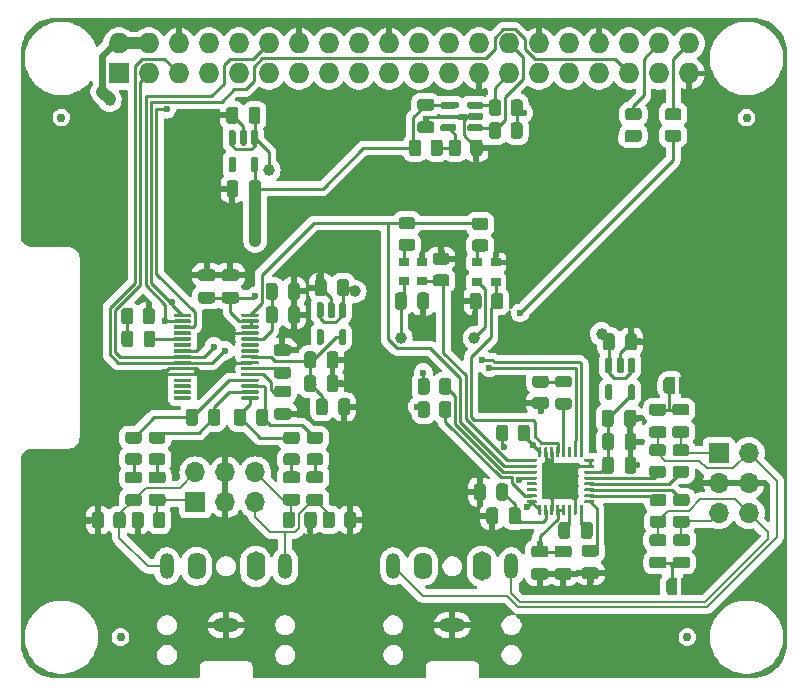
<source format=gtl>
G04 #@! TF.GenerationSoftware,KiCad,Pcbnew,8.0.4+1*
G04 #@! TF.CreationDate,2024-10-16T16:53:17+00:00*
G04 #@! TF.ProjectId,pedalboard-soundcard,70656461-6c62-46f6-9172-642d736f756e,1.0.0*
G04 #@! TF.SameCoordinates,Original*
G04 #@! TF.FileFunction,Copper,L1,Top*
G04 #@! TF.FilePolarity,Positive*
%FSLAX46Y46*%
G04 Gerber Fmt 4.6, Leading zero omitted, Abs format (unit mm)*
G04 Created by KiCad (PCBNEW 8.0.4+1) date 2024-10-16 16:53:17*
%MOMM*%
%LPD*%
G01*
G04 APERTURE LIST*
G04 #@! TA.AperFunction,ComponentPad*
%ADD10R,1.727200X1.727200*%
G04 #@! TD*
G04 #@! TA.AperFunction,ComponentPad*
%ADD11O,1.727200X1.727200*%
G04 #@! TD*
G04 #@! TA.AperFunction,SMDPad,CuDef*
%ADD12R,0.850000X0.650000*%
G04 #@! TD*
G04 #@! TA.AperFunction,SMDPad,CuDef*
%ADD13C,0.750000*%
G04 #@! TD*
G04 #@! TA.AperFunction,ComponentPad*
%ADD14O,1.200000X2.200000*%
G04 #@! TD*
G04 #@! TA.AperFunction,ComponentPad*
%ADD15O,1.600000X2.300000*%
G04 #@! TD*
G04 #@! TA.AperFunction,ComponentPad*
%ADD16O,2.200000X1.200000*%
G04 #@! TD*
G04 #@! TA.AperFunction,ComponentPad*
%ADD17O,1.600000X2.500000*%
G04 #@! TD*
G04 #@! TA.AperFunction,ComponentPad*
%ADD18C,0.500000*%
G04 #@! TD*
G04 #@! TA.AperFunction,SMDPad,CuDef*
%ADD19R,3.100000X3.100000*%
G04 #@! TD*
G04 #@! TA.AperFunction,ComponentPad*
%ADD20R,1.700000X1.700000*%
G04 #@! TD*
G04 #@! TA.AperFunction,ComponentPad*
%ADD21O,1.700000X1.700000*%
G04 #@! TD*
G04 #@! TA.AperFunction,ViaPad*
%ADD22C,0.600000*%
G04 #@! TD*
G04 #@! TA.AperFunction,ViaPad*
%ADD23C,1.000000*%
G04 #@! TD*
G04 #@! TA.AperFunction,Conductor*
%ADD24C,0.250000*%
G04 #@! TD*
G04 #@! TA.AperFunction,Conductor*
%ADD25C,0.010000*%
G04 #@! TD*
G04 #@! TA.AperFunction,Conductor*
%ADD26C,1.000000*%
G04 #@! TD*
G04 #@! TA.AperFunction,Conductor*
%ADD27C,0.200000*%
G04 #@! TD*
G04 #@! TA.AperFunction,Conductor*
%ADD28C,0.500000*%
G04 #@! TD*
G04 #@! TA.AperFunction,Conductor*
%ADD29C,0.600000*%
G04 #@! TD*
G04 APERTURE END LIST*
D10*
X56870000Y-57270000D03*
D11*
X56870000Y-54730000D03*
X59410000Y-57270000D03*
X59410000Y-54730000D03*
X61950000Y-57270000D03*
X61950000Y-54730000D03*
X64490000Y-57270000D03*
X64490000Y-54730000D03*
X67030000Y-57270000D03*
X67030000Y-54730000D03*
X69570000Y-57270000D03*
X69570000Y-54730000D03*
X72110000Y-57270000D03*
X72110000Y-54730000D03*
X74650000Y-57270000D03*
X74650000Y-54730000D03*
X77190000Y-57270000D03*
X77190000Y-54730000D03*
X79730000Y-57270000D03*
X79730000Y-54730000D03*
X82270000Y-57270000D03*
X82270000Y-54730000D03*
X84810000Y-57270000D03*
X84810000Y-54730000D03*
X87350000Y-57270000D03*
X87350000Y-54730000D03*
X89890000Y-57270000D03*
X89890000Y-54730000D03*
X92430000Y-57270000D03*
X92430000Y-54730000D03*
X94970000Y-57270000D03*
X94970000Y-54730000D03*
X97510000Y-57270000D03*
X97510000Y-54730000D03*
X100050000Y-57270000D03*
X100050000Y-54730000D03*
X102590000Y-57270000D03*
X102590000Y-54730000D03*
X105130000Y-57270000D03*
X105130000Y-54730000D03*
G04 #@! TA.AperFunction,SMDPad,CuDef*
G36*
X104450000Y-99950000D02*
G01*
X104950000Y-99950000D01*
X104950000Y-99955089D01*
X105021157Y-99955089D01*
X105157708Y-99995184D01*
X105277430Y-100072125D01*
X105370627Y-100179680D01*
X105429746Y-100309134D01*
X105450000Y-100450000D01*
X105450000Y-100950000D01*
X105429746Y-101090866D01*
X105370627Y-101220320D01*
X105277430Y-101327875D01*
X105157708Y-101404816D01*
X105021157Y-101444911D01*
X104950000Y-101444911D01*
X104950000Y-101450000D01*
X104450000Y-101450000D01*
X104450000Y-99950000D01*
G37*
G04 #@! TD.AperFunction*
G04 #@! TA.AperFunction,SMDPad,CuDef*
G36*
X103650000Y-101444911D02*
G01*
X103578843Y-101444911D01*
X103442292Y-101404816D01*
X103322570Y-101327875D01*
X103229373Y-101220320D01*
X103170254Y-101090866D01*
X103150000Y-100950000D01*
X103150000Y-100450000D01*
X103170254Y-100309134D01*
X103229373Y-100179680D01*
X103322570Y-100072125D01*
X103442292Y-99995184D01*
X103578843Y-99955089D01*
X103650000Y-99955089D01*
X103650000Y-99950000D01*
X104150000Y-99950000D01*
X104150000Y-101450000D01*
X103650000Y-101450000D01*
X103650000Y-101444911D01*
G37*
G04 #@! TD.AperFunction*
G04 #@! TA.AperFunction,SMDPad,CuDef*
G36*
G01*
X84800000Y-64025000D02*
X84800000Y-63125000D01*
G75*
G02*
X85050000Y-62875000I250000J0D01*
G01*
X85575000Y-62875000D01*
G75*
G02*
X85825000Y-63125000I0J-250000D01*
G01*
X85825000Y-64025000D01*
G75*
G02*
X85575000Y-64275000I-250000J0D01*
G01*
X85050000Y-64275000D01*
G75*
G02*
X84800000Y-64025000I0J250000D01*
G01*
G37*
G04 #@! TD.AperFunction*
G04 #@! TA.AperFunction,SMDPad,CuDef*
G36*
G01*
X86625000Y-64025000D02*
X86625000Y-63125000D01*
G75*
G02*
X86875000Y-62875000I250000J0D01*
G01*
X87400000Y-62875000D01*
G75*
G02*
X87650000Y-63125000I0J-250000D01*
G01*
X87650000Y-64025000D01*
G75*
G02*
X87400000Y-64275000I-250000J0D01*
G01*
X86875000Y-64275000D01*
G75*
G02*
X86625000Y-64025000I0J250000D01*
G01*
G37*
G04 #@! TD.AperFunction*
G04 #@! TA.AperFunction,SMDPad,CuDef*
G36*
G01*
X84600000Y-75305000D02*
X83700000Y-75305000D01*
G75*
G02*
X83450000Y-75055000I0J250000D01*
G01*
X83450000Y-74530000D01*
G75*
G02*
X83700000Y-74280000I250000J0D01*
G01*
X84600000Y-74280000D01*
G75*
G02*
X84850000Y-74530000I0J-250000D01*
G01*
X84850000Y-75055000D01*
G75*
G02*
X84600000Y-75305000I-250000J0D01*
G01*
G37*
G04 #@! TD.AperFunction*
G04 #@! TA.AperFunction,SMDPad,CuDef*
G36*
G01*
X84600000Y-73480000D02*
X83700000Y-73480000D01*
G75*
G02*
X83450000Y-73230000I0J250000D01*
G01*
X83450000Y-72705000D01*
G75*
G02*
X83700000Y-72455000I250000J0D01*
G01*
X84600000Y-72455000D01*
G75*
G02*
X84850000Y-72705000I0J-250000D01*
G01*
X84850000Y-73230000D01*
G75*
G02*
X84600000Y-73480000I-250000J0D01*
G01*
G37*
G04 #@! TD.AperFunction*
G04 #@! TA.AperFunction,SMDPad,CuDef*
G36*
G01*
X102025000Y-96280000D02*
X102975000Y-96280000D01*
G75*
G02*
X103225000Y-96530000I0J-250000D01*
G01*
X103225000Y-97030000D01*
G75*
G02*
X102975000Y-97280000I-250000J0D01*
G01*
X102025000Y-97280000D01*
G75*
G02*
X101775000Y-97030000I0J250000D01*
G01*
X101775000Y-96530000D01*
G75*
G02*
X102025000Y-96280000I250000J0D01*
G01*
G37*
G04 #@! TD.AperFunction*
G04 #@! TA.AperFunction,SMDPad,CuDef*
G36*
G01*
X102025000Y-98180000D02*
X102975000Y-98180000D01*
G75*
G02*
X103225000Y-98430000I0J-250000D01*
G01*
X103225000Y-98930000D01*
G75*
G02*
X102975000Y-99180000I-250000J0D01*
G01*
X102025000Y-99180000D01*
G75*
G02*
X101775000Y-98930000I0J250000D01*
G01*
X101775000Y-98430000D01*
G75*
G02*
X102025000Y-98180000I250000J0D01*
G01*
G37*
G04 #@! TD.AperFunction*
D12*
X82525000Y-74875000D03*
X82525000Y-73225000D03*
X80975000Y-73225000D03*
X80975000Y-74875000D03*
D13*
X57000000Y-105000000D03*
G04 #@! TA.AperFunction,SMDPad,CuDef*
G36*
G01*
X68200000Y-62050000D02*
X68500000Y-62050000D01*
G75*
G02*
X68650000Y-62200000I0J-150000D01*
G01*
X68650000Y-63225000D01*
G75*
G02*
X68500000Y-63375000I-150000J0D01*
G01*
X68200000Y-63375000D01*
G75*
G02*
X68050000Y-63225000I0J150000D01*
G01*
X68050000Y-62200000D01*
G75*
G02*
X68200000Y-62050000I150000J0D01*
G01*
G37*
G04 #@! TD.AperFunction*
G04 #@! TA.AperFunction,SMDPad,CuDef*
G36*
G01*
X67250000Y-62050000D02*
X67550000Y-62050000D01*
G75*
G02*
X67700000Y-62200000I0J-150000D01*
G01*
X67700000Y-63225000D01*
G75*
G02*
X67550000Y-63375000I-150000J0D01*
G01*
X67250000Y-63375000D01*
G75*
G02*
X67100000Y-63225000I0J150000D01*
G01*
X67100000Y-62200000D01*
G75*
G02*
X67250000Y-62050000I150000J0D01*
G01*
G37*
G04 #@! TD.AperFunction*
G04 #@! TA.AperFunction,SMDPad,CuDef*
G36*
G01*
X66300000Y-62050000D02*
X66600000Y-62050000D01*
G75*
G02*
X66750000Y-62200000I0J-150000D01*
G01*
X66750000Y-63225000D01*
G75*
G02*
X66600000Y-63375000I-150000J0D01*
G01*
X66300000Y-63375000D01*
G75*
G02*
X66150000Y-63225000I0J150000D01*
G01*
X66150000Y-62200000D01*
G75*
G02*
X66300000Y-62050000I150000J0D01*
G01*
G37*
G04 #@! TD.AperFunction*
G04 #@! TA.AperFunction,SMDPad,CuDef*
G36*
G01*
X66300000Y-64325000D02*
X66600000Y-64325000D01*
G75*
G02*
X66750000Y-64475000I0J-150000D01*
G01*
X66750000Y-65500000D01*
G75*
G02*
X66600000Y-65650000I-150000J0D01*
G01*
X66300000Y-65650000D01*
G75*
G02*
X66150000Y-65500000I0J150000D01*
G01*
X66150000Y-64475000D01*
G75*
G02*
X66300000Y-64325000I150000J0D01*
G01*
G37*
G04 #@! TD.AperFunction*
G04 #@! TA.AperFunction,SMDPad,CuDef*
G36*
G01*
X68200000Y-64325000D02*
X68500000Y-64325000D01*
G75*
G02*
X68650000Y-64475000I0J-150000D01*
G01*
X68650000Y-65500000D01*
G75*
G02*
X68500000Y-65650000I-150000J0D01*
G01*
X68200000Y-65650000D01*
G75*
G02*
X68050000Y-65500000I0J150000D01*
G01*
X68050000Y-64475000D01*
G75*
G02*
X68200000Y-64325000I150000J0D01*
G01*
G37*
G04 #@! TD.AperFunction*
G04 #@! TA.AperFunction,SMDPad,CuDef*
G36*
G01*
X102075000Y-92880000D02*
X102975000Y-92880000D01*
G75*
G02*
X103225000Y-93130000I0J-250000D01*
G01*
X103225000Y-93655000D01*
G75*
G02*
X102975000Y-93905000I-250000J0D01*
G01*
X102075000Y-93905000D01*
G75*
G02*
X101825000Y-93655000I0J250000D01*
G01*
X101825000Y-93130000D01*
G75*
G02*
X102075000Y-92880000I250000J0D01*
G01*
G37*
G04 #@! TD.AperFunction*
G04 #@! TA.AperFunction,SMDPad,CuDef*
G36*
G01*
X102075000Y-94705000D02*
X102975000Y-94705000D01*
G75*
G02*
X103225000Y-94955000I0J-250000D01*
G01*
X103225000Y-95480000D01*
G75*
G02*
X102975000Y-95730000I-250000J0D01*
G01*
X102075000Y-95730000D01*
G75*
G02*
X101825000Y-95480000I0J250000D01*
G01*
X101825000Y-94955000D01*
G75*
G02*
X102075000Y-94705000I250000J0D01*
G01*
G37*
G04 #@! TD.AperFunction*
G04 #@! TA.AperFunction,SMDPad,CuDef*
G36*
G01*
X59625000Y-90980000D02*
X60575000Y-90980000D01*
G75*
G02*
X60825000Y-91230000I0J-250000D01*
G01*
X60825000Y-91730000D01*
G75*
G02*
X60575000Y-91980000I-250000J0D01*
G01*
X59625000Y-91980000D01*
G75*
G02*
X59375000Y-91730000I0J250000D01*
G01*
X59375000Y-91230000D01*
G75*
G02*
X59625000Y-90980000I250000J0D01*
G01*
G37*
G04 #@! TD.AperFunction*
G04 #@! TA.AperFunction,SMDPad,CuDef*
G36*
G01*
X59625000Y-92880000D02*
X60575000Y-92880000D01*
G75*
G02*
X60825000Y-93130000I0J-250000D01*
G01*
X60825000Y-93630000D01*
G75*
G02*
X60575000Y-93880000I-250000J0D01*
G01*
X59625000Y-93880000D01*
G75*
G02*
X59375000Y-93630000I0J250000D01*
G01*
X59375000Y-93130000D01*
G75*
G02*
X59625000Y-92880000I250000J0D01*
G01*
G37*
G04 #@! TD.AperFunction*
G04 #@! TA.AperFunction,SMDPad,CuDef*
G36*
G01*
X66775000Y-76750000D02*
X65825000Y-76750000D01*
G75*
G02*
X65575000Y-76500000I0J250000D01*
G01*
X65575000Y-76000000D01*
G75*
G02*
X65825000Y-75750000I250000J0D01*
G01*
X66775000Y-75750000D01*
G75*
G02*
X67025000Y-76000000I0J-250000D01*
G01*
X67025000Y-76500000D01*
G75*
G02*
X66775000Y-76750000I-250000J0D01*
G01*
G37*
G04 #@! TD.AperFunction*
G04 #@! TA.AperFunction,SMDPad,CuDef*
G36*
G01*
X66775000Y-74850000D02*
X65825000Y-74850000D01*
G75*
G02*
X65575000Y-74600000I0J250000D01*
G01*
X65575000Y-74100000D01*
G75*
G02*
X65825000Y-73850000I250000J0D01*
G01*
X66775000Y-73850000D01*
G75*
G02*
X67025000Y-74100000I0J-250000D01*
G01*
X67025000Y-74600000D01*
G75*
G02*
X66775000Y-74850000I-250000J0D01*
G01*
G37*
G04 #@! TD.AperFunction*
G04 #@! TA.AperFunction,SMDPad,CuDef*
G36*
G01*
X80225000Y-77015000D02*
X80225000Y-76065000D01*
G75*
G02*
X80475000Y-75815000I250000J0D01*
G01*
X80975000Y-75815000D01*
G75*
G02*
X81225000Y-76065000I0J-250000D01*
G01*
X81225000Y-77015000D01*
G75*
G02*
X80975000Y-77265000I-250000J0D01*
G01*
X80475000Y-77265000D01*
G75*
G02*
X80225000Y-77015000I0J250000D01*
G01*
G37*
G04 #@! TD.AperFunction*
G04 #@! TA.AperFunction,SMDPad,CuDef*
G36*
G01*
X82125000Y-77015000D02*
X82125000Y-76065000D01*
G75*
G02*
X82375000Y-75815000I250000J0D01*
G01*
X82875000Y-75815000D01*
G75*
G02*
X83125000Y-76065000I0J-250000D01*
G01*
X83125000Y-77015000D01*
G75*
G02*
X82875000Y-77265000I-250000J0D01*
G01*
X82375000Y-77265000D01*
G75*
G02*
X82125000Y-77015000I0J250000D01*
G01*
G37*
G04 #@! TD.AperFunction*
G04 #@! TA.AperFunction,SMDPad,CuDef*
G36*
G01*
X88200000Y-62550000D02*
X88200000Y-61650000D01*
G75*
G02*
X88450000Y-61400000I250000J0D01*
G01*
X88975000Y-61400000D01*
G75*
G02*
X89225000Y-61650000I0J-250000D01*
G01*
X89225000Y-62550000D01*
G75*
G02*
X88975000Y-62800000I-250000J0D01*
G01*
X88450000Y-62800000D01*
G75*
G02*
X88200000Y-62550000I0J250000D01*
G01*
G37*
G04 #@! TD.AperFunction*
G04 #@! TA.AperFunction,SMDPad,CuDef*
G36*
G01*
X90025000Y-62550000D02*
X90025000Y-61650000D01*
G75*
G02*
X90275000Y-61400000I250000J0D01*
G01*
X90800000Y-61400000D01*
G75*
G02*
X91050000Y-61650000I0J-250000D01*
G01*
X91050000Y-62550000D01*
G75*
G02*
X90800000Y-62800000I-250000J0D01*
G01*
X90275000Y-62800000D01*
G75*
G02*
X90025000Y-62550000I0J250000D01*
G01*
G37*
G04 #@! TD.AperFunction*
G04 #@! TA.AperFunction,SMDPad,CuDef*
G36*
G01*
X81425000Y-64025000D02*
X81425000Y-63125000D01*
G75*
G02*
X81675000Y-62875000I250000J0D01*
G01*
X82200000Y-62875000D01*
G75*
G02*
X82450000Y-63125000I0J-250000D01*
G01*
X82450000Y-64025000D01*
G75*
G02*
X82200000Y-64275000I-250000J0D01*
G01*
X81675000Y-64275000D01*
G75*
G02*
X81425000Y-64025000I0J250000D01*
G01*
G37*
G04 #@! TD.AperFunction*
G04 #@! TA.AperFunction,SMDPad,CuDef*
G36*
G01*
X83250000Y-64025000D02*
X83250000Y-63125000D01*
G75*
G02*
X83500000Y-62875000I250000J0D01*
G01*
X84025000Y-62875000D01*
G75*
G02*
X84275000Y-63125000I0J-250000D01*
G01*
X84275000Y-64025000D01*
G75*
G02*
X84025000Y-64275000I-250000J0D01*
G01*
X83500000Y-64275000D01*
G75*
G02*
X83250000Y-64025000I0J250000D01*
G01*
G37*
G04 #@! TD.AperFunction*
D12*
X88750000Y-74925000D03*
X88750000Y-73275000D03*
X87200000Y-73275000D03*
X87200000Y-74925000D03*
G04 #@! TA.AperFunction,SMDPad,CuDef*
G36*
G01*
X94053750Y-82875000D02*
X94966250Y-82875000D01*
G75*
G02*
X95210000Y-83118750I0J-243750D01*
G01*
X95210000Y-83606250D01*
G75*
G02*
X94966250Y-83850000I-243750J0D01*
G01*
X94053750Y-83850000D01*
G75*
G02*
X93810000Y-83606250I0J243750D01*
G01*
X93810000Y-83118750D01*
G75*
G02*
X94053750Y-82875000I243750J0D01*
G01*
G37*
G04 #@! TD.AperFunction*
G04 #@! TA.AperFunction,SMDPad,CuDef*
G36*
G01*
X94053750Y-84750000D02*
X94966250Y-84750000D01*
G75*
G02*
X95210000Y-84993750I0J-243750D01*
G01*
X95210000Y-85481250D01*
G75*
G02*
X94966250Y-85725000I-243750J0D01*
G01*
X94053750Y-85725000D01*
G75*
G02*
X93810000Y-85481250I0J243750D01*
G01*
X93810000Y-84993750D01*
G75*
G02*
X94053750Y-84750000I243750J0D01*
G01*
G37*
G04 #@! TD.AperFunction*
G04 #@! TA.AperFunction,SMDPad,CuDef*
G36*
G01*
X71200000Y-86600000D02*
X70250000Y-86600000D01*
G75*
G02*
X70000000Y-86350000I0J250000D01*
G01*
X70000000Y-85850000D01*
G75*
G02*
X70250000Y-85600000I250000J0D01*
G01*
X71200000Y-85600000D01*
G75*
G02*
X71450000Y-85850000I0J-250000D01*
G01*
X71450000Y-86350000D01*
G75*
G02*
X71200000Y-86600000I-250000J0D01*
G01*
G37*
G04 #@! TD.AperFunction*
G04 #@! TA.AperFunction,SMDPad,CuDef*
G36*
G01*
X71200000Y-84700000D02*
X70250000Y-84700000D01*
G75*
G02*
X70000000Y-84450000I0J250000D01*
G01*
X70000000Y-83950000D01*
G75*
G02*
X70250000Y-83700000I250000J0D01*
G01*
X71200000Y-83700000D01*
G75*
G02*
X71450000Y-83950000I0J-250000D01*
G01*
X71450000Y-84450000D01*
G75*
G02*
X71200000Y-84700000I-250000J0D01*
G01*
G37*
G04 #@! TD.AperFunction*
G04 #@! TA.AperFunction,SMDPad,CuDef*
G36*
G01*
X86920000Y-93185000D02*
X86920000Y-92235000D01*
G75*
G02*
X87170000Y-91985000I250000J0D01*
G01*
X87670000Y-91985000D01*
G75*
G02*
X87920000Y-92235000I0J-250000D01*
G01*
X87920000Y-93185000D01*
G75*
G02*
X87670000Y-93435000I-250000J0D01*
G01*
X87170000Y-93435000D01*
G75*
G02*
X86920000Y-93185000I0J250000D01*
G01*
G37*
G04 #@! TD.AperFunction*
G04 #@! TA.AperFunction,SMDPad,CuDef*
G36*
G01*
X88820000Y-93185000D02*
X88820000Y-92235000D01*
G75*
G02*
X89070000Y-91985000I250000J0D01*
G01*
X89570000Y-91985000D01*
G75*
G02*
X89820000Y-92235000I0J-250000D01*
G01*
X89820000Y-93185000D01*
G75*
G02*
X89570000Y-93435000I-250000J0D01*
G01*
X89070000Y-93435000D01*
G75*
G02*
X88820000Y-93185000I0J250000D01*
G01*
G37*
G04 #@! TD.AperFunction*
G04 #@! TA.AperFunction,SMDPad,CuDef*
G36*
G01*
X69300000Y-78175000D02*
X69300000Y-77225000D01*
G75*
G02*
X69550000Y-76975000I250000J0D01*
G01*
X70050000Y-76975000D01*
G75*
G02*
X70300000Y-77225000I0J-250000D01*
G01*
X70300000Y-78175000D01*
G75*
G02*
X70050000Y-78425000I-250000J0D01*
G01*
X69550000Y-78425000D01*
G75*
G02*
X69300000Y-78175000I0J250000D01*
G01*
G37*
G04 #@! TD.AperFunction*
G04 #@! TA.AperFunction,SMDPad,CuDef*
G36*
G01*
X71200000Y-78175000D02*
X71200000Y-77225000D01*
G75*
G02*
X71450000Y-76975000I250000J0D01*
G01*
X71950000Y-76975000D01*
G75*
G02*
X72200000Y-77225000I0J-250000D01*
G01*
X72200000Y-78175000D01*
G75*
G02*
X71950000Y-78425000I-250000J0D01*
G01*
X71450000Y-78425000D01*
G75*
G02*
X71200000Y-78175000I0J250000D01*
G01*
G37*
G04 #@! TD.AperFunction*
G04 #@! TA.AperFunction,SMDPad,CuDef*
G36*
G01*
X71000000Y-90960000D02*
X71950000Y-90960000D01*
G75*
G02*
X72200000Y-91210000I0J-250000D01*
G01*
X72200000Y-91710000D01*
G75*
G02*
X71950000Y-91960000I-250000J0D01*
G01*
X71000000Y-91960000D01*
G75*
G02*
X70750000Y-91710000I0J250000D01*
G01*
X70750000Y-91210000D01*
G75*
G02*
X71000000Y-90960000I250000J0D01*
G01*
G37*
G04 #@! TD.AperFunction*
G04 #@! TA.AperFunction,SMDPad,CuDef*
G36*
G01*
X71000000Y-92860000D02*
X71950000Y-92860000D01*
G75*
G02*
X72200000Y-93110000I0J-250000D01*
G01*
X72200000Y-93610000D01*
G75*
G02*
X71950000Y-93860000I-250000J0D01*
G01*
X71000000Y-93860000D01*
G75*
G02*
X70750000Y-93610000I0J250000D01*
G01*
X70750000Y-93110000D01*
G75*
G02*
X71000000Y-92860000I250000J0D01*
G01*
G37*
G04 #@! TD.AperFunction*
G04 #@! TA.AperFunction,SMDPad,CuDef*
G36*
G01*
X73595000Y-94610000D02*
X73595000Y-95510000D01*
G75*
G02*
X73345000Y-95760000I-250000J0D01*
G01*
X72820000Y-95760000D01*
G75*
G02*
X72570000Y-95510000I0J250000D01*
G01*
X72570000Y-94610000D01*
G75*
G02*
X72820000Y-94360000I250000J0D01*
G01*
X73345000Y-94360000D01*
G75*
G02*
X73595000Y-94610000I0J-250000D01*
G01*
G37*
G04 #@! TD.AperFunction*
G04 #@! TA.AperFunction,SMDPad,CuDef*
G36*
G01*
X71770000Y-94610000D02*
X71770000Y-95510000D01*
G75*
G02*
X71520000Y-95760000I-250000J0D01*
G01*
X70995000Y-95760000D01*
G75*
G02*
X70745000Y-95510000I0J250000D01*
G01*
X70745000Y-94610000D01*
G75*
G02*
X70995000Y-94360000I250000J0D01*
G01*
X71520000Y-94360000D01*
G75*
G02*
X71770000Y-94610000I0J-250000D01*
G01*
G37*
G04 #@! TD.AperFunction*
G04 #@! TA.AperFunction,SMDPad,CuDef*
G36*
G01*
X72975000Y-90960000D02*
X73925000Y-90960000D01*
G75*
G02*
X74175000Y-91210000I0J-250000D01*
G01*
X74175000Y-91710000D01*
G75*
G02*
X73925000Y-91960000I-250000J0D01*
G01*
X72975000Y-91960000D01*
G75*
G02*
X72725000Y-91710000I0J250000D01*
G01*
X72725000Y-91210000D01*
G75*
G02*
X72975000Y-90960000I250000J0D01*
G01*
G37*
G04 #@! TD.AperFunction*
G04 #@! TA.AperFunction,SMDPad,CuDef*
G36*
G01*
X72975000Y-92860000D02*
X73925000Y-92860000D01*
G75*
G02*
X74175000Y-93110000I0J-250000D01*
G01*
X74175000Y-93610000D01*
G75*
G02*
X73925000Y-93860000I-250000J0D01*
G01*
X72975000Y-93860000D01*
G75*
G02*
X72725000Y-93610000I0J250000D01*
G01*
X72725000Y-93110000D01*
G75*
G02*
X72975000Y-92860000I250000J0D01*
G01*
G37*
G04 #@! TD.AperFunction*
D13*
X52000000Y-61000000D03*
G04 #@! TA.AperFunction,SMDPad,CuDef*
G36*
G01*
X94950000Y-100150000D02*
X94000000Y-100150000D01*
G75*
G02*
X93750000Y-99900000I0J250000D01*
G01*
X93750000Y-99400000D01*
G75*
G02*
X94000000Y-99150000I250000J0D01*
G01*
X94950000Y-99150000D01*
G75*
G02*
X95200000Y-99400000I0J-250000D01*
G01*
X95200000Y-99900000D01*
G75*
G02*
X94950000Y-100150000I-250000J0D01*
G01*
G37*
G04 #@! TD.AperFunction*
G04 #@! TA.AperFunction,SMDPad,CuDef*
G36*
G01*
X94950000Y-98250000D02*
X94000000Y-98250000D01*
G75*
G02*
X93750000Y-98000000I0J250000D01*
G01*
X93750000Y-97500000D01*
G75*
G02*
X94000000Y-97250000I250000J0D01*
G01*
X94950000Y-97250000D01*
G75*
G02*
X95200000Y-97500000I0J-250000D01*
G01*
X95200000Y-98000000D01*
G75*
G02*
X94950000Y-98250000I-250000J0D01*
G01*
G37*
G04 #@! TD.AperFunction*
X110000000Y-61000000D03*
G04 #@! TA.AperFunction,SMDPad,CuDef*
G36*
G01*
X68875000Y-66550000D02*
X68875000Y-67500000D01*
G75*
G02*
X68625000Y-67750000I-250000J0D01*
G01*
X68125000Y-67750000D01*
G75*
G02*
X67875000Y-67500000I0J250000D01*
G01*
X67875000Y-66550000D01*
G75*
G02*
X68125000Y-66300000I250000J0D01*
G01*
X68625000Y-66300000D01*
G75*
G02*
X68875000Y-66550000I0J-250000D01*
G01*
G37*
G04 #@! TD.AperFunction*
G04 #@! TA.AperFunction,SMDPad,CuDef*
G36*
G01*
X66975000Y-66550000D02*
X66975000Y-67500000D01*
G75*
G02*
X66725000Y-67750000I-250000J0D01*
G01*
X66225000Y-67750000D01*
G75*
G02*
X65975000Y-67500000I0J250000D01*
G01*
X65975000Y-66550000D01*
G75*
G02*
X66225000Y-66300000I250000J0D01*
G01*
X66725000Y-66300000D01*
G75*
G02*
X66975000Y-66550000I0J-250000D01*
G01*
G37*
G04 #@! TD.AperFunction*
G04 #@! TA.AperFunction,SMDPad,CuDef*
G36*
G01*
X102925000Y-91502500D02*
X102025000Y-91502500D01*
G75*
G02*
X101775000Y-91252500I0J250000D01*
G01*
X101775000Y-90727500D01*
G75*
G02*
X102025000Y-90477500I250000J0D01*
G01*
X102925000Y-90477500D01*
G75*
G02*
X103175000Y-90727500I0J-250000D01*
G01*
X103175000Y-91252500D01*
G75*
G02*
X102925000Y-91502500I-250000J0D01*
G01*
G37*
G04 #@! TD.AperFunction*
G04 #@! TA.AperFunction,SMDPad,CuDef*
G36*
G01*
X102925000Y-89677500D02*
X102025000Y-89677500D01*
G75*
G02*
X101775000Y-89427500I0J250000D01*
G01*
X101775000Y-88902500D01*
G75*
G02*
X102025000Y-88652500I250000J0D01*
G01*
X102925000Y-88652500D01*
G75*
G02*
X103175000Y-88902500I0J-250000D01*
G01*
X103175000Y-89427500D01*
G75*
G02*
X102925000Y-89677500I-250000J0D01*
G01*
G37*
G04 #@! TD.AperFunction*
G04 #@! TA.AperFunction,SMDPad,CuDef*
G36*
G01*
X87970000Y-95195000D02*
X87970000Y-94245000D01*
G75*
G02*
X88220000Y-93995000I250000J0D01*
G01*
X88720000Y-93995000D01*
G75*
G02*
X88970000Y-94245000I0J-250000D01*
G01*
X88970000Y-95195000D01*
G75*
G02*
X88720000Y-95445000I-250000J0D01*
G01*
X88220000Y-95445000D01*
G75*
G02*
X87970000Y-95195000I0J250000D01*
G01*
G37*
G04 #@! TD.AperFunction*
G04 #@! TA.AperFunction,SMDPad,CuDef*
G36*
G01*
X89870000Y-95195000D02*
X89870000Y-94245000D01*
G75*
G02*
X90120000Y-93995000I250000J0D01*
G01*
X90620000Y-93995000D01*
G75*
G02*
X90870000Y-94245000I0J-250000D01*
G01*
X90870000Y-95195000D01*
G75*
G02*
X90620000Y-95445000I-250000J0D01*
G01*
X90120000Y-95445000D01*
G75*
G02*
X89870000Y-95195000I0J250000D01*
G01*
G37*
G04 #@! TD.AperFunction*
G04 #@! TA.AperFunction,SMDPad,CuDef*
G36*
G01*
X71025000Y-87605000D02*
X71925000Y-87605000D01*
G75*
G02*
X72175000Y-87855000I0J-250000D01*
G01*
X72175000Y-88380000D01*
G75*
G02*
X71925000Y-88630000I-250000J0D01*
G01*
X71025000Y-88630000D01*
G75*
G02*
X70775000Y-88380000I0J250000D01*
G01*
X70775000Y-87855000D01*
G75*
G02*
X71025000Y-87605000I250000J0D01*
G01*
G37*
G04 #@! TD.AperFunction*
G04 #@! TA.AperFunction,SMDPad,CuDef*
G36*
G01*
X71025000Y-89430000D02*
X71925000Y-89430000D01*
G75*
G02*
X72175000Y-89680000I0J-250000D01*
G01*
X72175000Y-90205000D01*
G75*
G02*
X71925000Y-90455000I-250000J0D01*
G01*
X71025000Y-90455000D01*
G75*
G02*
X70775000Y-90205000I0J250000D01*
G01*
X70775000Y-89680000D01*
G75*
G02*
X71025000Y-89430000I250000J0D01*
G01*
G37*
G04 #@! TD.AperFunction*
G04 #@! TA.AperFunction,SMDPad,CuDef*
G36*
G01*
X72550000Y-82000000D02*
X72550000Y-81050000D01*
G75*
G02*
X72800000Y-80800000I250000J0D01*
G01*
X73300000Y-80800000D01*
G75*
G02*
X73550000Y-81050000I0J-250000D01*
G01*
X73550000Y-82000000D01*
G75*
G02*
X73300000Y-82250000I-250000J0D01*
G01*
X72800000Y-82250000D01*
G75*
G02*
X72550000Y-82000000I0J250000D01*
G01*
G37*
G04 #@! TD.AperFunction*
G04 #@! TA.AperFunction,SMDPad,CuDef*
G36*
G01*
X74450000Y-82000000D02*
X74450000Y-81050000D01*
G75*
G02*
X74700000Y-80800000I250000J0D01*
G01*
X75200000Y-80800000D01*
G75*
G02*
X75450000Y-81050000I0J-250000D01*
G01*
X75450000Y-82000000D01*
G75*
G02*
X75200000Y-82250000I-250000J0D01*
G01*
X74700000Y-82250000D01*
G75*
G02*
X74450000Y-82000000I0J250000D01*
G01*
G37*
G04 #@! TD.AperFunction*
D14*
X60940000Y-99000000D03*
D15*
X63440000Y-99000000D03*
D16*
X65940000Y-104000000D03*
D14*
X70940000Y-99000000D03*
D17*
X68440000Y-99000000D03*
G04 #@! TA.AperFunction,SMDPad,CuDef*
G36*
G01*
X76965000Y-94610000D02*
X76965000Y-95510000D01*
G75*
G02*
X76715000Y-95760000I-250000J0D01*
G01*
X76190000Y-95760000D01*
G75*
G02*
X75940000Y-95510000I0J250000D01*
G01*
X75940000Y-94610000D01*
G75*
G02*
X76190000Y-94360000I250000J0D01*
G01*
X76715000Y-94360000D01*
G75*
G02*
X76965000Y-94610000I0J-250000D01*
G01*
G37*
G04 #@! TD.AperFunction*
G04 #@! TA.AperFunction,SMDPad,CuDef*
G36*
G01*
X75140000Y-94610000D02*
X75140000Y-95510000D01*
G75*
G02*
X74890000Y-95760000I-250000J0D01*
G01*
X74365000Y-95760000D01*
G75*
G02*
X74115000Y-95510000I0J250000D01*
G01*
X74115000Y-94610000D01*
G75*
G02*
X74365000Y-94360000I250000J0D01*
G01*
X74890000Y-94360000D01*
G75*
G02*
X75140000Y-94610000I0J-250000D01*
G01*
G37*
G04 #@! TD.AperFunction*
G04 #@! TA.AperFunction,SMDPad,CuDef*
G36*
G01*
X102955000Y-88142500D02*
X102005000Y-88142500D01*
G75*
G02*
X101755000Y-87892500I0J250000D01*
G01*
X101755000Y-87392500D01*
G75*
G02*
X102005000Y-87142500I250000J0D01*
G01*
X102955000Y-87142500D01*
G75*
G02*
X103205000Y-87392500I0J-250000D01*
G01*
X103205000Y-87892500D01*
G75*
G02*
X102955000Y-88142500I-250000J0D01*
G01*
G37*
G04 #@! TD.AperFunction*
G04 #@! TA.AperFunction,SMDPad,CuDef*
G36*
G01*
X102955000Y-86242500D02*
X102005000Y-86242500D01*
G75*
G02*
X101755000Y-85992500I0J250000D01*
G01*
X101755000Y-85492500D01*
G75*
G02*
X102005000Y-85242500I250000J0D01*
G01*
X102955000Y-85242500D01*
G75*
G02*
X103205000Y-85492500I0J-250000D01*
G01*
X103205000Y-85992500D01*
G75*
G02*
X102955000Y-86242500I-250000J0D01*
G01*
G37*
G04 #@! TD.AperFunction*
G04 #@! TA.AperFunction,SMDPad,CuDef*
G36*
G01*
X57055000Y-78275000D02*
X57055000Y-77375000D01*
G75*
G02*
X57305000Y-77125000I250000J0D01*
G01*
X57830000Y-77125000D01*
G75*
G02*
X58080000Y-77375000I0J-250000D01*
G01*
X58080000Y-78275000D01*
G75*
G02*
X57830000Y-78525000I-250000J0D01*
G01*
X57305000Y-78525000D01*
G75*
G02*
X57055000Y-78275000I0J250000D01*
G01*
G37*
G04 #@! TD.AperFunction*
G04 #@! TA.AperFunction,SMDPad,CuDef*
G36*
G01*
X58880000Y-78275000D02*
X58880000Y-77375000D01*
G75*
G02*
X59130000Y-77125000I250000J0D01*
G01*
X59655000Y-77125000D01*
G75*
G02*
X59905000Y-77375000I0J-250000D01*
G01*
X59905000Y-78275000D01*
G75*
G02*
X59655000Y-78525000I-250000J0D01*
G01*
X59130000Y-78525000D01*
G75*
G02*
X58880000Y-78275000I0J250000D01*
G01*
G37*
G04 #@! TD.AperFunction*
G04 #@! TA.AperFunction,SMDPad,CuDef*
G36*
G01*
X68850000Y-60345000D02*
X68850000Y-61295000D01*
G75*
G02*
X68600000Y-61545000I-250000J0D01*
G01*
X68100000Y-61545000D01*
G75*
G02*
X67850000Y-61295000I0J250000D01*
G01*
X67850000Y-60345000D01*
G75*
G02*
X68100000Y-60095000I250000J0D01*
G01*
X68600000Y-60095000D01*
G75*
G02*
X68850000Y-60345000I0J-250000D01*
G01*
G37*
G04 #@! TD.AperFunction*
G04 #@! TA.AperFunction,SMDPad,CuDef*
G36*
G01*
X66950000Y-60345000D02*
X66950000Y-61295000D01*
G75*
G02*
X66700000Y-61545000I-250000J0D01*
G01*
X66200000Y-61545000D01*
G75*
G02*
X65950000Y-61295000I0J250000D01*
G01*
X65950000Y-60345000D01*
G75*
G02*
X66200000Y-60095000I250000J0D01*
G01*
X66700000Y-60095000D01*
G75*
G02*
X66950000Y-60345000I0J-250000D01*
G01*
G37*
G04 #@! TD.AperFunction*
G04 #@! TA.AperFunction,SMDPad,CuDef*
G36*
G01*
X70225000Y-80200000D02*
X71175000Y-80200000D01*
G75*
G02*
X71425000Y-80450000I0J-250000D01*
G01*
X71425000Y-80950000D01*
G75*
G02*
X71175000Y-81200000I-250000J0D01*
G01*
X70225000Y-81200000D01*
G75*
G02*
X69975000Y-80950000I0J250000D01*
G01*
X69975000Y-80450000D01*
G75*
G02*
X70225000Y-80200000I250000J0D01*
G01*
G37*
G04 #@! TD.AperFunction*
G04 #@! TA.AperFunction,SMDPad,CuDef*
G36*
G01*
X70225000Y-82100000D02*
X71175000Y-82100000D01*
G75*
G02*
X71425000Y-82350000I0J-250000D01*
G01*
X71425000Y-82850000D01*
G75*
G02*
X71175000Y-83100000I-250000J0D01*
G01*
X70225000Y-83100000D01*
G75*
G02*
X69975000Y-82850000I0J250000D01*
G01*
X69975000Y-82350000D01*
G75*
G02*
X70225000Y-82100000I250000J0D01*
G01*
G37*
G04 #@! TD.AperFunction*
G04 #@! TA.AperFunction,SMDPad,CuDef*
G36*
G01*
X104240000Y-63065000D02*
X103340000Y-63065000D01*
G75*
G02*
X103090000Y-62815000I0J250000D01*
G01*
X103090000Y-62290000D01*
G75*
G02*
X103340000Y-62040000I250000J0D01*
G01*
X104240000Y-62040000D01*
G75*
G02*
X104490000Y-62290000I0J-250000D01*
G01*
X104490000Y-62815000D01*
G75*
G02*
X104240000Y-63065000I-250000J0D01*
G01*
G37*
G04 #@! TD.AperFunction*
G04 #@! TA.AperFunction,SMDPad,CuDef*
G36*
G01*
X104240000Y-61240000D02*
X103340000Y-61240000D01*
G75*
G02*
X103090000Y-60990000I0J250000D01*
G01*
X103090000Y-60465000D01*
G75*
G02*
X103340000Y-60215000I250000J0D01*
G01*
X104240000Y-60215000D01*
G75*
G02*
X104490000Y-60465000I0J-250000D01*
G01*
X104490000Y-60990000D01*
G75*
G02*
X104240000Y-61240000I-250000J0D01*
G01*
G37*
G04 #@! TD.AperFunction*
G04 #@! TA.AperFunction,SMDPad,CuDef*
G36*
G01*
X69300000Y-76200000D02*
X69300000Y-75250000D01*
G75*
G02*
X69550000Y-75000000I250000J0D01*
G01*
X70050000Y-75000000D01*
G75*
G02*
X70300000Y-75250000I0J-250000D01*
G01*
X70300000Y-76200000D01*
G75*
G02*
X70050000Y-76450000I-250000J0D01*
G01*
X69550000Y-76450000D01*
G75*
G02*
X69300000Y-76200000I0J250000D01*
G01*
G37*
G04 #@! TD.AperFunction*
G04 #@! TA.AperFunction,SMDPad,CuDef*
G36*
G01*
X71200000Y-76200000D02*
X71200000Y-75250000D01*
G75*
G02*
X71450000Y-75000000I250000J0D01*
G01*
X71950000Y-75000000D01*
G75*
G02*
X72200000Y-75250000I0J-250000D01*
G01*
X72200000Y-76200000D01*
G75*
G02*
X71950000Y-76450000I-250000J0D01*
G01*
X71450000Y-76450000D01*
G75*
G02*
X71200000Y-76200000I0J250000D01*
G01*
G37*
G04 #@! TD.AperFunction*
G04 #@! TA.AperFunction,SMDPad,CuDef*
G36*
G01*
X100650000Y-86000000D02*
X100650000Y-86950000D01*
G75*
G02*
X100400000Y-87200000I-250000J0D01*
G01*
X99900000Y-87200000D01*
G75*
G02*
X99650000Y-86950000I0J250000D01*
G01*
X99650000Y-86000000D01*
G75*
G02*
X99900000Y-85750000I250000J0D01*
G01*
X100400000Y-85750000D01*
G75*
G02*
X100650000Y-86000000I0J-250000D01*
G01*
G37*
G04 #@! TD.AperFunction*
G04 #@! TA.AperFunction,SMDPad,CuDef*
G36*
G01*
X98750000Y-86000000D02*
X98750000Y-86950000D01*
G75*
G02*
X98500000Y-87200000I-250000J0D01*
G01*
X98000000Y-87200000D01*
G75*
G02*
X97750000Y-86950000I0J250000D01*
G01*
X97750000Y-86000000D01*
G75*
G02*
X98000000Y-85750000I250000J0D01*
G01*
X98500000Y-85750000D01*
G75*
G02*
X98750000Y-86000000I0J-250000D01*
G01*
G37*
G04 #@! TD.AperFunction*
G04 #@! TA.AperFunction,SMDPad,CuDef*
G36*
G01*
X104915000Y-88127500D02*
X103965000Y-88127500D01*
G75*
G02*
X103715000Y-87877500I0J250000D01*
G01*
X103715000Y-87377500D01*
G75*
G02*
X103965000Y-87127500I250000J0D01*
G01*
X104915000Y-87127500D01*
G75*
G02*
X105165000Y-87377500I0J-250000D01*
G01*
X105165000Y-87877500D01*
G75*
G02*
X104915000Y-88127500I-250000J0D01*
G01*
G37*
G04 #@! TD.AperFunction*
G04 #@! TA.AperFunction,SMDPad,CuDef*
G36*
G01*
X104915000Y-86227500D02*
X103965000Y-86227500D01*
G75*
G02*
X103715000Y-85977500I0J250000D01*
G01*
X103715000Y-85477500D01*
G75*
G02*
X103965000Y-85227500I250000J0D01*
G01*
X104915000Y-85227500D01*
G75*
G02*
X105165000Y-85477500I0J-250000D01*
G01*
X105165000Y-85977500D01*
G75*
G02*
X104915000Y-86227500I-250000J0D01*
G01*
G37*
G04 #@! TD.AperFunction*
G04 #@! TA.AperFunction,SMDPad,CuDef*
G36*
G01*
X89400000Y-76100000D02*
X89400000Y-77000000D01*
G75*
G02*
X89150000Y-77250000I-250000J0D01*
G01*
X88625000Y-77250000D01*
G75*
G02*
X88375000Y-77000000I0J250000D01*
G01*
X88375000Y-76100000D01*
G75*
G02*
X88625000Y-75850000I250000J0D01*
G01*
X89150000Y-75850000D01*
G75*
G02*
X89400000Y-76100000I0J-250000D01*
G01*
G37*
G04 #@! TD.AperFunction*
G04 #@! TA.AperFunction,SMDPad,CuDef*
G36*
G01*
X87575000Y-76100000D02*
X87575000Y-77000000D01*
G75*
G02*
X87325000Y-77250000I-250000J0D01*
G01*
X86800000Y-77250000D01*
G75*
G02*
X86550000Y-77000000I0J250000D01*
G01*
X86550000Y-76100000D01*
G75*
G02*
X86800000Y-75850000I250000J0D01*
G01*
X87325000Y-75850000D01*
G75*
G02*
X87575000Y-76100000I0J-250000D01*
G01*
G37*
G04 #@! TD.AperFunction*
G04 #@! TA.AperFunction,SMDPad,CuDef*
G36*
G01*
X96975000Y-95485000D02*
X96975000Y-96435000D01*
G75*
G02*
X96725000Y-96685000I-250000J0D01*
G01*
X96225000Y-96685000D01*
G75*
G02*
X95975000Y-96435000I0J250000D01*
G01*
X95975000Y-95485000D01*
G75*
G02*
X96225000Y-95235000I250000J0D01*
G01*
X96725000Y-95235000D01*
G75*
G02*
X96975000Y-95485000I0J-250000D01*
G01*
G37*
G04 #@! TD.AperFunction*
G04 #@! TA.AperFunction,SMDPad,CuDef*
G36*
G01*
X95075000Y-95485000D02*
X95075000Y-96435000D01*
G75*
G02*
X94825000Y-96685000I-250000J0D01*
G01*
X94325000Y-96685000D01*
G75*
G02*
X94075000Y-96435000I0J250000D01*
G01*
X94075000Y-95485000D01*
G75*
G02*
X94325000Y-95235000I250000J0D01*
G01*
X94825000Y-95235000D01*
G75*
G02*
X95075000Y-95485000I0J-250000D01*
G01*
G37*
G04 #@! TD.AperFunction*
G04 #@! TA.AperFunction,SMDPad,CuDef*
G36*
G01*
X57080000Y-80206250D02*
X57080000Y-79293750D01*
G75*
G02*
X57323750Y-79050000I243750J0D01*
G01*
X57811250Y-79050000D01*
G75*
G02*
X58055000Y-79293750I0J-243750D01*
G01*
X58055000Y-80206250D01*
G75*
G02*
X57811250Y-80450000I-243750J0D01*
G01*
X57323750Y-80450000D01*
G75*
G02*
X57080000Y-80206250I0J243750D01*
G01*
G37*
G04 #@! TD.AperFunction*
G04 #@! TA.AperFunction,SMDPad,CuDef*
G36*
G01*
X58955000Y-80206250D02*
X58955000Y-79293750D01*
G75*
G02*
X59198750Y-79050000I243750J0D01*
G01*
X59686250Y-79050000D01*
G75*
G02*
X59930000Y-79293750I0J-243750D01*
G01*
X59930000Y-80206250D01*
G75*
G02*
X59686250Y-80450000I-243750J0D01*
G01*
X59198750Y-80450000D01*
G75*
G02*
X58955000Y-80206250I0J243750D01*
G01*
G37*
G04 #@! TD.AperFunction*
G04 #@! TA.AperFunction,SMDPad,CuDef*
G36*
G01*
X92562500Y-94652000D02*
X92437500Y-94652000D01*
G75*
G02*
X92375000Y-94589500I0J62500D01*
G01*
X92375000Y-93839500D01*
G75*
G02*
X92437500Y-93777000I62500J0D01*
G01*
X92562500Y-93777000D01*
G75*
G02*
X92625000Y-93839500I0J-62500D01*
G01*
X92625000Y-94589500D01*
G75*
G02*
X92562500Y-94652000I-62500J0D01*
G01*
G37*
G04 #@! TD.AperFunction*
G04 #@! TA.AperFunction,SMDPad,CuDef*
G36*
G01*
X93062500Y-94652000D02*
X92937500Y-94652000D01*
G75*
G02*
X92875000Y-94589500I0J62500D01*
G01*
X92875000Y-93839500D01*
G75*
G02*
X92937500Y-93777000I62500J0D01*
G01*
X93062500Y-93777000D01*
G75*
G02*
X93125000Y-93839500I0J-62500D01*
G01*
X93125000Y-94589500D01*
G75*
G02*
X93062500Y-94652000I-62500J0D01*
G01*
G37*
G04 #@! TD.AperFunction*
G04 #@! TA.AperFunction,SMDPad,CuDef*
G36*
G01*
X93562500Y-94652000D02*
X93437500Y-94652000D01*
G75*
G02*
X93375000Y-94589500I0J62500D01*
G01*
X93375000Y-93839500D01*
G75*
G02*
X93437500Y-93777000I62500J0D01*
G01*
X93562500Y-93777000D01*
G75*
G02*
X93625000Y-93839500I0J-62500D01*
G01*
X93625000Y-94589500D01*
G75*
G02*
X93562500Y-94652000I-62500J0D01*
G01*
G37*
G04 #@! TD.AperFunction*
G04 #@! TA.AperFunction,SMDPad,CuDef*
G36*
G01*
X94062500Y-94652000D02*
X93937500Y-94652000D01*
G75*
G02*
X93875000Y-94589500I0J62500D01*
G01*
X93875000Y-93839500D01*
G75*
G02*
X93937500Y-93777000I62500J0D01*
G01*
X94062500Y-93777000D01*
G75*
G02*
X94125000Y-93839500I0J-62500D01*
G01*
X94125000Y-94589500D01*
G75*
G02*
X94062500Y-94652000I-62500J0D01*
G01*
G37*
G04 #@! TD.AperFunction*
G04 #@! TA.AperFunction,SMDPad,CuDef*
G36*
G01*
X94562500Y-94652000D02*
X94437500Y-94652000D01*
G75*
G02*
X94375000Y-94589500I0J62500D01*
G01*
X94375000Y-93839500D01*
G75*
G02*
X94437500Y-93777000I62500J0D01*
G01*
X94562500Y-93777000D01*
G75*
G02*
X94625000Y-93839500I0J-62500D01*
G01*
X94625000Y-94589500D01*
G75*
G02*
X94562500Y-94652000I-62500J0D01*
G01*
G37*
G04 #@! TD.AperFunction*
G04 #@! TA.AperFunction,SMDPad,CuDef*
G36*
G01*
X95062500Y-94652000D02*
X94937500Y-94652000D01*
G75*
G02*
X94875000Y-94589500I0J62500D01*
G01*
X94875000Y-93839500D01*
G75*
G02*
X94937500Y-93777000I62500J0D01*
G01*
X95062500Y-93777000D01*
G75*
G02*
X95125000Y-93839500I0J-62500D01*
G01*
X95125000Y-94589500D01*
G75*
G02*
X95062500Y-94652000I-62500J0D01*
G01*
G37*
G04 #@! TD.AperFunction*
G04 #@! TA.AperFunction,SMDPad,CuDef*
G36*
G01*
X95562500Y-94652000D02*
X95437500Y-94652000D01*
G75*
G02*
X95375000Y-94589500I0J62500D01*
G01*
X95375000Y-93839500D01*
G75*
G02*
X95437500Y-93777000I62500J0D01*
G01*
X95562500Y-93777000D01*
G75*
G02*
X95625000Y-93839500I0J-62500D01*
G01*
X95625000Y-94589500D01*
G75*
G02*
X95562500Y-94652000I-62500J0D01*
G01*
G37*
G04 #@! TD.AperFunction*
G04 #@! TA.AperFunction,SMDPad,CuDef*
G36*
G01*
X96062500Y-94652000D02*
X95937500Y-94652000D01*
G75*
G02*
X95875000Y-94589500I0J62500D01*
G01*
X95875000Y-93839500D01*
G75*
G02*
X95937500Y-93777000I62500J0D01*
G01*
X96062500Y-93777000D01*
G75*
G02*
X96125000Y-93839500I0J-62500D01*
G01*
X96125000Y-94589500D01*
G75*
G02*
X96062500Y-94652000I-62500J0D01*
G01*
G37*
G04 #@! TD.AperFunction*
G04 #@! TA.AperFunction,SMDPad,CuDef*
G36*
G01*
X97062500Y-93652000D02*
X96312500Y-93652000D01*
G75*
G02*
X96250000Y-93589500I0J62500D01*
G01*
X96250000Y-93464500D01*
G75*
G02*
X96312500Y-93402000I62500J0D01*
G01*
X97062500Y-93402000D01*
G75*
G02*
X97125000Y-93464500I0J-62500D01*
G01*
X97125000Y-93589500D01*
G75*
G02*
X97062500Y-93652000I-62500J0D01*
G01*
G37*
G04 #@! TD.AperFunction*
G04 #@! TA.AperFunction,SMDPad,CuDef*
G36*
G01*
X97062500Y-93152000D02*
X96312500Y-93152000D01*
G75*
G02*
X96250000Y-93089500I0J62500D01*
G01*
X96250000Y-92964500D01*
G75*
G02*
X96312500Y-92902000I62500J0D01*
G01*
X97062500Y-92902000D01*
G75*
G02*
X97125000Y-92964500I0J-62500D01*
G01*
X97125000Y-93089500D01*
G75*
G02*
X97062500Y-93152000I-62500J0D01*
G01*
G37*
G04 #@! TD.AperFunction*
G04 #@! TA.AperFunction,SMDPad,CuDef*
G36*
G01*
X97062500Y-92652000D02*
X96312500Y-92652000D01*
G75*
G02*
X96250000Y-92589500I0J62500D01*
G01*
X96250000Y-92464500D01*
G75*
G02*
X96312500Y-92402000I62500J0D01*
G01*
X97062500Y-92402000D01*
G75*
G02*
X97125000Y-92464500I0J-62500D01*
G01*
X97125000Y-92589500D01*
G75*
G02*
X97062500Y-92652000I-62500J0D01*
G01*
G37*
G04 #@! TD.AperFunction*
G04 #@! TA.AperFunction,SMDPad,CuDef*
G36*
G01*
X97062500Y-92152000D02*
X96312500Y-92152000D01*
G75*
G02*
X96250000Y-92089500I0J62500D01*
G01*
X96250000Y-91964500D01*
G75*
G02*
X96312500Y-91902000I62500J0D01*
G01*
X97062500Y-91902000D01*
G75*
G02*
X97125000Y-91964500I0J-62500D01*
G01*
X97125000Y-92089500D01*
G75*
G02*
X97062500Y-92152000I-62500J0D01*
G01*
G37*
G04 #@! TD.AperFunction*
G04 #@! TA.AperFunction,SMDPad,CuDef*
G36*
G01*
X97062500Y-91652000D02*
X96312500Y-91652000D01*
G75*
G02*
X96250000Y-91589500I0J62500D01*
G01*
X96250000Y-91464500D01*
G75*
G02*
X96312500Y-91402000I62500J0D01*
G01*
X97062500Y-91402000D01*
G75*
G02*
X97125000Y-91464500I0J-62500D01*
G01*
X97125000Y-91589500D01*
G75*
G02*
X97062500Y-91652000I-62500J0D01*
G01*
G37*
G04 #@! TD.AperFunction*
G04 #@! TA.AperFunction,SMDPad,CuDef*
G36*
G01*
X97062500Y-91152000D02*
X96312500Y-91152000D01*
G75*
G02*
X96250000Y-91089500I0J62500D01*
G01*
X96250000Y-90964500D01*
G75*
G02*
X96312500Y-90902000I62500J0D01*
G01*
X97062500Y-90902000D01*
G75*
G02*
X97125000Y-90964500I0J-62500D01*
G01*
X97125000Y-91089500D01*
G75*
G02*
X97062500Y-91152000I-62500J0D01*
G01*
G37*
G04 #@! TD.AperFunction*
G04 #@! TA.AperFunction,SMDPad,CuDef*
G36*
G01*
X97062500Y-90652000D02*
X96312500Y-90652000D01*
G75*
G02*
X96250000Y-90589500I0J62500D01*
G01*
X96250000Y-90464500D01*
G75*
G02*
X96312500Y-90402000I62500J0D01*
G01*
X97062500Y-90402000D01*
G75*
G02*
X97125000Y-90464500I0J-62500D01*
G01*
X97125000Y-90589500D01*
G75*
G02*
X97062500Y-90652000I-62500J0D01*
G01*
G37*
G04 #@! TD.AperFunction*
G04 #@! TA.AperFunction,SMDPad,CuDef*
G36*
G01*
X97062500Y-90152000D02*
X96312500Y-90152000D01*
G75*
G02*
X96250000Y-90089500I0J62500D01*
G01*
X96250000Y-89964500D01*
G75*
G02*
X96312500Y-89902000I62500J0D01*
G01*
X97062500Y-89902000D01*
G75*
G02*
X97125000Y-89964500I0J-62500D01*
G01*
X97125000Y-90089500D01*
G75*
G02*
X97062500Y-90152000I-62500J0D01*
G01*
G37*
G04 #@! TD.AperFunction*
G04 #@! TA.AperFunction,SMDPad,CuDef*
G36*
G01*
X96062500Y-89777000D02*
X95937500Y-89777000D01*
G75*
G02*
X95875000Y-89714500I0J62500D01*
G01*
X95875000Y-88964500D01*
G75*
G02*
X95937500Y-88902000I62500J0D01*
G01*
X96062500Y-88902000D01*
G75*
G02*
X96125000Y-88964500I0J-62500D01*
G01*
X96125000Y-89714500D01*
G75*
G02*
X96062500Y-89777000I-62500J0D01*
G01*
G37*
G04 #@! TD.AperFunction*
G04 #@! TA.AperFunction,SMDPad,CuDef*
G36*
G01*
X95562500Y-89777000D02*
X95437500Y-89777000D01*
G75*
G02*
X95375000Y-89714500I0J62500D01*
G01*
X95375000Y-88964500D01*
G75*
G02*
X95437500Y-88902000I62500J0D01*
G01*
X95562500Y-88902000D01*
G75*
G02*
X95625000Y-88964500I0J-62500D01*
G01*
X95625000Y-89714500D01*
G75*
G02*
X95562500Y-89777000I-62500J0D01*
G01*
G37*
G04 #@! TD.AperFunction*
G04 #@! TA.AperFunction,SMDPad,CuDef*
G36*
G01*
X95062500Y-89777000D02*
X94937500Y-89777000D01*
G75*
G02*
X94875000Y-89714500I0J62500D01*
G01*
X94875000Y-88964500D01*
G75*
G02*
X94937500Y-88902000I62500J0D01*
G01*
X95062500Y-88902000D01*
G75*
G02*
X95125000Y-88964500I0J-62500D01*
G01*
X95125000Y-89714500D01*
G75*
G02*
X95062500Y-89777000I-62500J0D01*
G01*
G37*
G04 #@! TD.AperFunction*
G04 #@! TA.AperFunction,SMDPad,CuDef*
G36*
G01*
X94562500Y-89777000D02*
X94437500Y-89777000D01*
G75*
G02*
X94375000Y-89714500I0J62500D01*
G01*
X94375000Y-88964500D01*
G75*
G02*
X94437500Y-88902000I62500J0D01*
G01*
X94562500Y-88902000D01*
G75*
G02*
X94625000Y-88964500I0J-62500D01*
G01*
X94625000Y-89714500D01*
G75*
G02*
X94562500Y-89777000I-62500J0D01*
G01*
G37*
G04 #@! TD.AperFunction*
G04 #@! TA.AperFunction,SMDPad,CuDef*
G36*
G01*
X94062500Y-89777000D02*
X93937500Y-89777000D01*
G75*
G02*
X93875000Y-89714500I0J62500D01*
G01*
X93875000Y-88964500D01*
G75*
G02*
X93937500Y-88902000I62500J0D01*
G01*
X94062500Y-88902000D01*
G75*
G02*
X94125000Y-88964500I0J-62500D01*
G01*
X94125000Y-89714500D01*
G75*
G02*
X94062500Y-89777000I-62500J0D01*
G01*
G37*
G04 #@! TD.AperFunction*
G04 #@! TA.AperFunction,SMDPad,CuDef*
G36*
G01*
X93562500Y-89777000D02*
X93437500Y-89777000D01*
G75*
G02*
X93375000Y-89714500I0J62500D01*
G01*
X93375000Y-88964500D01*
G75*
G02*
X93437500Y-88902000I62500J0D01*
G01*
X93562500Y-88902000D01*
G75*
G02*
X93625000Y-88964500I0J-62500D01*
G01*
X93625000Y-89714500D01*
G75*
G02*
X93562500Y-89777000I-62500J0D01*
G01*
G37*
G04 #@! TD.AperFunction*
G04 #@! TA.AperFunction,SMDPad,CuDef*
G36*
G01*
X93062500Y-89777000D02*
X92937500Y-89777000D01*
G75*
G02*
X92875000Y-89714500I0J62500D01*
G01*
X92875000Y-88964500D01*
G75*
G02*
X92937500Y-88902000I62500J0D01*
G01*
X93062500Y-88902000D01*
G75*
G02*
X93125000Y-88964500I0J-62500D01*
G01*
X93125000Y-89714500D01*
G75*
G02*
X93062500Y-89777000I-62500J0D01*
G01*
G37*
G04 #@! TD.AperFunction*
G04 #@! TA.AperFunction,SMDPad,CuDef*
G36*
G01*
X92562500Y-89777000D02*
X92437500Y-89777000D01*
G75*
G02*
X92375000Y-89714500I0J62500D01*
G01*
X92375000Y-88964500D01*
G75*
G02*
X92437500Y-88902000I62500J0D01*
G01*
X92562500Y-88902000D01*
G75*
G02*
X92625000Y-88964500I0J-62500D01*
G01*
X92625000Y-89714500D01*
G75*
G02*
X92562500Y-89777000I-62500J0D01*
G01*
G37*
G04 #@! TD.AperFunction*
G04 #@! TA.AperFunction,SMDPad,CuDef*
G36*
G01*
X92187500Y-90152000D02*
X91437500Y-90152000D01*
G75*
G02*
X91375000Y-90089500I0J62500D01*
G01*
X91375000Y-89964500D01*
G75*
G02*
X91437500Y-89902000I62500J0D01*
G01*
X92187500Y-89902000D01*
G75*
G02*
X92250000Y-89964500I0J-62500D01*
G01*
X92250000Y-90089500D01*
G75*
G02*
X92187500Y-90152000I-62500J0D01*
G01*
G37*
G04 #@! TD.AperFunction*
G04 #@! TA.AperFunction,SMDPad,CuDef*
G36*
G01*
X92187500Y-90652000D02*
X91437500Y-90652000D01*
G75*
G02*
X91375000Y-90589500I0J62500D01*
G01*
X91375000Y-90464500D01*
G75*
G02*
X91437500Y-90402000I62500J0D01*
G01*
X92187500Y-90402000D01*
G75*
G02*
X92250000Y-90464500I0J-62500D01*
G01*
X92250000Y-90589500D01*
G75*
G02*
X92187500Y-90652000I-62500J0D01*
G01*
G37*
G04 #@! TD.AperFunction*
G04 #@! TA.AperFunction,SMDPad,CuDef*
G36*
G01*
X92187500Y-91152000D02*
X91437500Y-91152000D01*
G75*
G02*
X91375000Y-91089500I0J62500D01*
G01*
X91375000Y-90964500D01*
G75*
G02*
X91437500Y-90902000I62500J0D01*
G01*
X92187500Y-90902000D01*
G75*
G02*
X92250000Y-90964500I0J-62500D01*
G01*
X92250000Y-91089500D01*
G75*
G02*
X92187500Y-91152000I-62500J0D01*
G01*
G37*
G04 #@! TD.AperFunction*
G04 #@! TA.AperFunction,SMDPad,CuDef*
G36*
G01*
X92187500Y-91652000D02*
X91437500Y-91652000D01*
G75*
G02*
X91375000Y-91589500I0J62500D01*
G01*
X91375000Y-91464500D01*
G75*
G02*
X91437500Y-91402000I62500J0D01*
G01*
X92187500Y-91402000D01*
G75*
G02*
X92250000Y-91464500I0J-62500D01*
G01*
X92250000Y-91589500D01*
G75*
G02*
X92187500Y-91652000I-62500J0D01*
G01*
G37*
G04 #@! TD.AperFunction*
G04 #@! TA.AperFunction,SMDPad,CuDef*
G36*
G01*
X92187500Y-92152000D02*
X91437500Y-92152000D01*
G75*
G02*
X91375000Y-92089500I0J62500D01*
G01*
X91375000Y-91964500D01*
G75*
G02*
X91437500Y-91902000I62500J0D01*
G01*
X92187500Y-91902000D01*
G75*
G02*
X92250000Y-91964500I0J-62500D01*
G01*
X92250000Y-92089500D01*
G75*
G02*
X92187500Y-92152000I-62500J0D01*
G01*
G37*
G04 #@! TD.AperFunction*
G04 #@! TA.AperFunction,SMDPad,CuDef*
G36*
G01*
X92187500Y-92652000D02*
X91437500Y-92652000D01*
G75*
G02*
X91375000Y-92589500I0J62500D01*
G01*
X91375000Y-92464500D01*
G75*
G02*
X91437500Y-92402000I62500J0D01*
G01*
X92187500Y-92402000D01*
G75*
G02*
X92250000Y-92464500I0J-62500D01*
G01*
X92250000Y-92589500D01*
G75*
G02*
X92187500Y-92652000I-62500J0D01*
G01*
G37*
G04 #@! TD.AperFunction*
G04 #@! TA.AperFunction,SMDPad,CuDef*
G36*
G01*
X92187500Y-93152000D02*
X91437500Y-93152000D01*
G75*
G02*
X91375000Y-93089500I0J62500D01*
G01*
X91375000Y-92964500D01*
G75*
G02*
X91437500Y-92902000I62500J0D01*
G01*
X92187500Y-92902000D01*
G75*
G02*
X92250000Y-92964500I0J-62500D01*
G01*
X92250000Y-93089500D01*
G75*
G02*
X92187500Y-93152000I-62500J0D01*
G01*
G37*
G04 #@! TD.AperFunction*
G04 #@! TA.AperFunction,SMDPad,CuDef*
G36*
G01*
X92187500Y-93652000D02*
X91437500Y-93652000D01*
G75*
G02*
X91375000Y-93589500I0J62500D01*
G01*
X91375000Y-93464500D01*
G75*
G02*
X91437500Y-93402000I62500J0D01*
G01*
X92187500Y-93402000D01*
G75*
G02*
X92250000Y-93464500I0J-62500D01*
G01*
X92250000Y-93589500D01*
G75*
G02*
X92187500Y-93652000I-62500J0D01*
G01*
G37*
G04 #@! TD.AperFunction*
D18*
X92950000Y-93077000D03*
X93816667Y-93077000D03*
X94683333Y-93077000D03*
X95550000Y-93077000D03*
X92950000Y-92210333D03*
X93816667Y-92210333D03*
X94683333Y-92210333D03*
X95550000Y-92210333D03*
D19*
X94250000Y-91777000D03*
D18*
X92950000Y-91343667D03*
X93816667Y-91343667D03*
X94683333Y-91343667D03*
X95550000Y-91343667D03*
X92950000Y-90477000D03*
X93816667Y-90477000D03*
X94683333Y-90477000D03*
X95550000Y-90477000D03*
G04 #@! TA.AperFunction,SMDPad,CuDef*
G36*
G01*
X100100000Y-81325000D02*
X100400000Y-81325000D01*
G75*
G02*
X100550000Y-81475000I0J-150000D01*
G01*
X100550000Y-82500000D01*
G75*
G02*
X100400000Y-82650000I-150000J0D01*
G01*
X100100000Y-82650000D01*
G75*
G02*
X99950000Y-82500000I0J150000D01*
G01*
X99950000Y-81475000D01*
G75*
G02*
X100100000Y-81325000I150000J0D01*
G01*
G37*
G04 #@! TD.AperFunction*
G04 #@! TA.AperFunction,SMDPad,CuDef*
G36*
G01*
X99150000Y-81325000D02*
X99450000Y-81325000D01*
G75*
G02*
X99600000Y-81475000I0J-150000D01*
G01*
X99600000Y-82500000D01*
G75*
G02*
X99450000Y-82650000I-150000J0D01*
G01*
X99150000Y-82650000D01*
G75*
G02*
X99000000Y-82500000I0J150000D01*
G01*
X99000000Y-81475000D01*
G75*
G02*
X99150000Y-81325000I150000J0D01*
G01*
G37*
G04 #@! TD.AperFunction*
G04 #@! TA.AperFunction,SMDPad,CuDef*
G36*
G01*
X98200000Y-81325000D02*
X98500000Y-81325000D01*
G75*
G02*
X98650000Y-81475000I0J-150000D01*
G01*
X98650000Y-82500000D01*
G75*
G02*
X98500000Y-82650000I-150000J0D01*
G01*
X98200000Y-82650000D01*
G75*
G02*
X98050000Y-82500000I0J150000D01*
G01*
X98050000Y-81475000D01*
G75*
G02*
X98200000Y-81325000I150000J0D01*
G01*
G37*
G04 #@! TD.AperFunction*
G04 #@! TA.AperFunction,SMDPad,CuDef*
G36*
G01*
X98200000Y-83600000D02*
X98500000Y-83600000D01*
G75*
G02*
X98650000Y-83750000I0J-150000D01*
G01*
X98650000Y-84775000D01*
G75*
G02*
X98500000Y-84925000I-150000J0D01*
G01*
X98200000Y-84925000D01*
G75*
G02*
X98050000Y-84775000I0J150000D01*
G01*
X98050000Y-83750000D01*
G75*
G02*
X98200000Y-83600000I150000J0D01*
G01*
G37*
G04 #@! TD.AperFunction*
G04 #@! TA.AperFunction,SMDPad,CuDef*
G36*
G01*
X100100000Y-83600000D02*
X100400000Y-83600000D01*
G75*
G02*
X100550000Y-83750000I0J-150000D01*
G01*
X100550000Y-84775000D01*
G75*
G02*
X100400000Y-84925000I-150000J0D01*
G01*
X100100000Y-84925000D01*
G75*
G02*
X99950000Y-84775000I0J150000D01*
G01*
X99950000Y-83750000D01*
G75*
G02*
X100100000Y-83600000I150000J0D01*
G01*
G37*
G04 #@! TD.AperFunction*
G04 #@! TA.AperFunction,SMDPad,CuDef*
G36*
G01*
X76350000Y-74925000D02*
X76350000Y-75875000D01*
G75*
G02*
X76100000Y-76125000I-250000J0D01*
G01*
X75600000Y-76125000D01*
G75*
G02*
X75350000Y-75875000I0J250000D01*
G01*
X75350000Y-74925000D01*
G75*
G02*
X75600000Y-74675000I250000J0D01*
G01*
X76100000Y-74675000D01*
G75*
G02*
X76350000Y-74925000I0J-250000D01*
G01*
G37*
G04 #@! TD.AperFunction*
G04 #@! TA.AperFunction,SMDPad,CuDef*
G36*
G01*
X74450000Y-74925000D02*
X74450000Y-75875000D01*
G75*
G02*
X74200000Y-76125000I-250000J0D01*
G01*
X73700000Y-76125000D01*
G75*
G02*
X73450000Y-75875000I0J250000D01*
G01*
X73450000Y-74925000D01*
G75*
G02*
X73700000Y-74675000I250000J0D01*
G01*
X74200000Y-74675000D01*
G75*
G02*
X74450000Y-74925000I0J-250000D01*
G01*
G37*
G04 #@! TD.AperFunction*
G04 #@! TA.AperFunction,SMDPad,CuDef*
G36*
G01*
X82155000Y-86170000D02*
X82155000Y-85270000D01*
G75*
G02*
X82405000Y-85020000I250000J0D01*
G01*
X82930000Y-85020000D01*
G75*
G02*
X83180000Y-85270000I0J-250000D01*
G01*
X83180000Y-86170000D01*
G75*
G02*
X82930000Y-86420000I-250000J0D01*
G01*
X82405000Y-86420000D01*
G75*
G02*
X82155000Y-86170000I0J250000D01*
G01*
G37*
G04 #@! TD.AperFunction*
G04 #@! TA.AperFunction,SMDPad,CuDef*
G36*
G01*
X83980000Y-86170000D02*
X83980000Y-85270000D01*
G75*
G02*
X84230000Y-85020000I250000J0D01*
G01*
X84755000Y-85020000D01*
G75*
G02*
X85005000Y-85270000I0J-250000D01*
G01*
X85005000Y-86170000D01*
G75*
G02*
X84755000Y-86420000I-250000J0D01*
G01*
X84230000Y-86420000D01*
G75*
G02*
X83980000Y-86170000I0J250000D01*
G01*
G37*
G04 #@! TD.AperFunction*
G04 #@! TA.AperFunction,SMDPad,CuDef*
G36*
X104250000Y-82950000D02*
G01*
X104750000Y-82950000D01*
X104750000Y-82955089D01*
X104821157Y-82955089D01*
X104957708Y-82995184D01*
X105077430Y-83072125D01*
X105170627Y-83179680D01*
X105229746Y-83309134D01*
X105250000Y-83450000D01*
X105250000Y-83950000D01*
X105229746Y-84090866D01*
X105170627Y-84220320D01*
X105077430Y-84327875D01*
X104957708Y-84404816D01*
X104821157Y-84444911D01*
X104750000Y-84444911D01*
X104750000Y-84450000D01*
X104250000Y-84450000D01*
X104250000Y-82950000D01*
G37*
G04 #@! TD.AperFunction*
G04 #@! TA.AperFunction,SMDPad,CuDef*
G36*
X103450000Y-84444911D02*
G01*
X103378843Y-84444911D01*
X103242292Y-84404816D01*
X103122570Y-84327875D01*
X103029373Y-84220320D01*
X102970254Y-84090866D01*
X102950000Y-83950000D01*
X102950000Y-83450000D01*
X102970254Y-83309134D01*
X103029373Y-83179680D01*
X103122570Y-83072125D01*
X103242292Y-82995184D01*
X103378843Y-82955089D01*
X103450000Y-82955089D01*
X103450000Y-82950000D01*
X103950000Y-82950000D01*
X103950000Y-84450000D01*
X103450000Y-84450000D01*
X103450000Y-84444911D01*
G37*
G04 #@! TD.AperFunction*
G04 #@! TA.AperFunction,SMDPad,CuDef*
G36*
G01*
X59650000Y-87585000D02*
X60550000Y-87585000D01*
G75*
G02*
X60800000Y-87835000I0J-250000D01*
G01*
X60800000Y-88360000D01*
G75*
G02*
X60550000Y-88610000I-250000J0D01*
G01*
X59650000Y-88610000D01*
G75*
G02*
X59400000Y-88360000I0J250000D01*
G01*
X59400000Y-87835000D01*
G75*
G02*
X59650000Y-87585000I250000J0D01*
G01*
G37*
G04 #@! TD.AperFunction*
G04 #@! TA.AperFunction,SMDPad,CuDef*
G36*
G01*
X59650000Y-89410000D02*
X60550000Y-89410000D01*
G75*
G02*
X60800000Y-89660000I0J-250000D01*
G01*
X60800000Y-90185000D01*
G75*
G02*
X60550000Y-90435000I-250000J0D01*
G01*
X59650000Y-90435000D01*
G75*
G02*
X59400000Y-90185000I0J250000D01*
G01*
X59400000Y-89660000D01*
G75*
G02*
X59650000Y-89410000I250000J0D01*
G01*
G37*
G04 #@! TD.AperFunction*
G04 #@! TA.AperFunction,SMDPad,CuDef*
G36*
G01*
X73000000Y-87605000D02*
X73900000Y-87605000D01*
G75*
G02*
X74150000Y-87855000I0J-250000D01*
G01*
X74150000Y-88380000D01*
G75*
G02*
X73900000Y-88630000I-250000J0D01*
G01*
X73000000Y-88630000D01*
G75*
G02*
X72750000Y-88380000I0J250000D01*
G01*
X72750000Y-87855000D01*
G75*
G02*
X73000000Y-87605000I250000J0D01*
G01*
G37*
G04 #@! TD.AperFunction*
G04 #@! TA.AperFunction,SMDPad,CuDef*
G36*
G01*
X73000000Y-89430000D02*
X73900000Y-89430000D01*
G75*
G02*
X74150000Y-89680000I0J-250000D01*
G01*
X74150000Y-90205000D01*
G75*
G02*
X73900000Y-90455000I-250000J0D01*
G01*
X73000000Y-90455000D01*
G75*
G02*
X72750000Y-90205000I0J250000D01*
G01*
X72750000Y-89680000D01*
G75*
G02*
X73000000Y-89430000I250000J0D01*
G01*
G37*
G04 #@! TD.AperFunction*
G04 #@! TA.AperFunction,SMDPad,CuDef*
G36*
G01*
X62540000Y-86855000D02*
X62540000Y-85905000D01*
G75*
G02*
X62790000Y-85655000I250000J0D01*
G01*
X63290000Y-85655000D01*
G75*
G02*
X63540000Y-85905000I0J-250000D01*
G01*
X63540000Y-86855000D01*
G75*
G02*
X63290000Y-87105000I-250000J0D01*
G01*
X62790000Y-87105000D01*
G75*
G02*
X62540000Y-86855000I0J250000D01*
G01*
G37*
G04 #@! TD.AperFunction*
G04 #@! TA.AperFunction,SMDPad,CuDef*
G36*
G01*
X64440000Y-86855000D02*
X64440000Y-85905000D01*
G75*
G02*
X64690000Y-85655000I250000J0D01*
G01*
X65190000Y-85655000D01*
G75*
G02*
X65440000Y-85905000I0J-250000D01*
G01*
X65440000Y-86855000D01*
G75*
G02*
X65190000Y-87105000I-250000J0D01*
G01*
X64690000Y-87105000D01*
G75*
G02*
X64440000Y-86855000I0J250000D01*
G01*
G37*
G04 #@! TD.AperFunction*
G04 #@! TA.AperFunction,SMDPad,CuDef*
G36*
G01*
X97775000Y-90925000D02*
X97775000Y-89975000D01*
G75*
G02*
X98025000Y-89725000I250000J0D01*
G01*
X98525000Y-89725000D01*
G75*
G02*
X98775000Y-89975000I0J-250000D01*
G01*
X98775000Y-90925000D01*
G75*
G02*
X98525000Y-91175000I-250000J0D01*
G01*
X98025000Y-91175000D01*
G75*
G02*
X97775000Y-90925000I0J250000D01*
G01*
G37*
G04 #@! TD.AperFunction*
G04 #@! TA.AperFunction,SMDPad,CuDef*
G36*
G01*
X99675000Y-90925000D02*
X99675000Y-89975000D01*
G75*
G02*
X99925000Y-89725000I250000J0D01*
G01*
X100425000Y-89725000D01*
G75*
G02*
X100675000Y-89975000I0J-250000D01*
G01*
X100675000Y-90925000D01*
G75*
G02*
X100425000Y-91175000I-250000J0D01*
G01*
X99925000Y-91175000D01*
G75*
G02*
X99675000Y-90925000I0J250000D01*
G01*
G37*
G04 #@! TD.AperFunction*
G04 #@! TA.AperFunction,SMDPad,CuDef*
G36*
G01*
X104025000Y-96280000D02*
X104975000Y-96280000D01*
G75*
G02*
X105225000Y-96530000I0J-250000D01*
G01*
X105225000Y-97030000D01*
G75*
G02*
X104975000Y-97280000I-250000J0D01*
G01*
X104025000Y-97280000D01*
G75*
G02*
X103775000Y-97030000I0J250000D01*
G01*
X103775000Y-96530000D01*
G75*
G02*
X104025000Y-96280000I250000J0D01*
G01*
G37*
G04 #@! TD.AperFunction*
G04 #@! TA.AperFunction,SMDPad,CuDef*
G36*
G01*
X104025000Y-98180000D02*
X104975000Y-98180000D01*
G75*
G02*
X105225000Y-98430000I0J-250000D01*
G01*
X105225000Y-98930000D01*
G75*
G02*
X104975000Y-99180000I-250000J0D01*
G01*
X104025000Y-99180000D01*
G75*
G02*
X103775000Y-98930000I0J250000D01*
G01*
X103775000Y-98430000D01*
G75*
G02*
X104025000Y-98180000I250000J0D01*
G01*
G37*
G04 #@! TD.AperFunction*
G04 #@! TA.AperFunction,SMDPad,CuDef*
G36*
G01*
X97245000Y-100090000D02*
X96295000Y-100090000D01*
G75*
G02*
X96045000Y-99840000I0J250000D01*
G01*
X96045000Y-99340000D01*
G75*
G02*
X96295000Y-99090000I250000J0D01*
G01*
X97245000Y-99090000D01*
G75*
G02*
X97495000Y-99340000I0J-250000D01*
G01*
X97495000Y-99840000D01*
G75*
G02*
X97245000Y-100090000I-250000J0D01*
G01*
G37*
G04 #@! TD.AperFunction*
G04 #@! TA.AperFunction,SMDPad,CuDef*
G36*
G01*
X97245000Y-98190000D02*
X96295000Y-98190000D01*
G75*
G02*
X96045000Y-97940000I0J250000D01*
G01*
X96045000Y-97440000D01*
G75*
G02*
X96295000Y-97190000I250000J0D01*
G01*
X97245000Y-97190000D01*
G75*
G02*
X97495000Y-97440000I0J-250000D01*
G01*
X97495000Y-97940000D01*
G75*
G02*
X97245000Y-98190000I-250000J0D01*
G01*
G37*
G04 #@! TD.AperFunction*
G04 #@! TA.AperFunction,SMDPad,CuDef*
G36*
G01*
X82155000Y-84220000D02*
X82155000Y-83320000D01*
G75*
G02*
X82405000Y-83070000I250000J0D01*
G01*
X82930000Y-83070000D01*
G75*
G02*
X83180000Y-83320000I0J-250000D01*
G01*
X83180000Y-84220000D01*
G75*
G02*
X82930000Y-84470000I-250000J0D01*
G01*
X82405000Y-84470000D01*
G75*
G02*
X82155000Y-84220000I0J250000D01*
G01*
G37*
G04 #@! TD.AperFunction*
G04 #@! TA.AperFunction,SMDPad,CuDef*
G36*
G01*
X83980000Y-84220000D02*
X83980000Y-83320000D01*
G75*
G02*
X84230000Y-83070000I250000J0D01*
G01*
X84755000Y-83070000D01*
G75*
G02*
X85005000Y-83320000I0J-250000D01*
G01*
X85005000Y-84220000D01*
G75*
G02*
X84755000Y-84470000I-250000J0D01*
G01*
X84230000Y-84470000D01*
G75*
G02*
X83980000Y-84220000I0J250000D01*
G01*
G37*
G04 #@! TD.AperFunction*
D13*
X105000000Y-105000000D03*
G04 #@! TA.AperFunction,SMDPad,CuDef*
G36*
G01*
X104890000Y-91502500D02*
X103990000Y-91502500D01*
G75*
G02*
X103740000Y-91252500I0J250000D01*
G01*
X103740000Y-90727500D01*
G75*
G02*
X103990000Y-90477500I250000J0D01*
G01*
X104890000Y-90477500D01*
G75*
G02*
X105140000Y-90727500I0J-250000D01*
G01*
X105140000Y-91252500D01*
G75*
G02*
X104890000Y-91502500I-250000J0D01*
G01*
G37*
G04 #@! TD.AperFunction*
G04 #@! TA.AperFunction,SMDPad,CuDef*
G36*
G01*
X104890000Y-89677500D02*
X103990000Y-89677500D01*
G75*
G02*
X103740000Y-89427500I0J250000D01*
G01*
X103740000Y-88902500D01*
G75*
G02*
X103990000Y-88652500I250000J0D01*
G01*
X104890000Y-88652500D01*
G75*
G02*
X105140000Y-88902500I0J-250000D01*
G01*
X105140000Y-89427500D01*
G75*
G02*
X104890000Y-89677500I-250000J0D01*
G01*
G37*
G04 #@! TD.AperFunction*
G04 #@! TA.AperFunction,SMDPad,CuDef*
G36*
G01*
X97775000Y-88925000D02*
X97775000Y-87975000D01*
G75*
G02*
X98025000Y-87725000I250000J0D01*
G01*
X98525000Y-87725000D01*
G75*
G02*
X98775000Y-87975000I0J-250000D01*
G01*
X98775000Y-88925000D01*
G75*
G02*
X98525000Y-89175000I-250000J0D01*
G01*
X98025000Y-89175000D01*
G75*
G02*
X97775000Y-88925000I0J250000D01*
G01*
G37*
G04 #@! TD.AperFunction*
G04 #@! TA.AperFunction,SMDPad,CuDef*
G36*
G01*
X99675000Y-88925000D02*
X99675000Y-87975000D01*
G75*
G02*
X99925000Y-87725000I250000J0D01*
G01*
X100425000Y-87725000D01*
G75*
G02*
X100675000Y-87975000I0J-250000D01*
G01*
X100675000Y-88925000D01*
G75*
G02*
X100425000Y-89175000I-250000J0D01*
G01*
X99925000Y-89175000D01*
G75*
G02*
X99675000Y-88925000I0J250000D01*
G01*
G37*
G04 #@! TD.AperFunction*
D14*
X80100000Y-99000000D03*
D15*
X82600000Y-99000000D03*
D16*
X85100000Y-104000000D03*
D14*
X90100000Y-99000000D03*
D17*
X87600000Y-99000000D03*
G04 #@! TA.AperFunction,SMDPad,CuDef*
G36*
G01*
X68700000Y-84675000D02*
X68700000Y-84825000D01*
G75*
G02*
X68625000Y-84900000I-75000J0D01*
G01*
X67300000Y-84900000D01*
G75*
G02*
X67225000Y-84825000I0J75000D01*
G01*
X67225000Y-84675000D01*
G75*
G02*
X67300000Y-84600000I75000J0D01*
G01*
X68625000Y-84600000D01*
G75*
G02*
X68700000Y-84675000I0J-75000D01*
G01*
G37*
G04 #@! TD.AperFunction*
G04 #@! TA.AperFunction,SMDPad,CuDef*
G36*
G01*
X68700000Y-84175000D02*
X68700000Y-84325000D01*
G75*
G02*
X68625000Y-84400000I-75000J0D01*
G01*
X67300000Y-84400000D01*
G75*
G02*
X67225000Y-84325000I0J75000D01*
G01*
X67225000Y-84175000D01*
G75*
G02*
X67300000Y-84100000I75000J0D01*
G01*
X68625000Y-84100000D01*
G75*
G02*
X68700000Y-84175000I0J-75000D01*
G01*
G37*
G04 #@! TD.AperFunction*
G04 #@! TA.AperFunction,SMDPad,CuDef*
G36*
G01*
X68700000Y-83675000D02*
X68700000Y-83825000D01*
G75*
G02*
X68625000Y-83900000I-75000J0D01*
G01*
X67300000Y-83900000D01*
G75*
G02*
X67225000Y-83825000I0J75000D01*
G01*
X67225000Y-83675000D01*
G75*
G02*
X67300000Y-83600000I75000J0D01*
G01*
X68625000Y-83600000D01*
G75*
G02*
X68700000Y-83675000I0J-75000D01*
G01*
G37*
G04 #@! TD.AperFunction*
G04 #@! TA.AperFunction,SMDPad,CuDef*
G36*
G01*
X68700000Y-83175000D02*
X68700000Y-83325000D01*
G75*
G02*
X68625000Y-83400000I-75000J0D01*
G01*
X67300000Y-83400000D01*
G75*
G02*
X67225000Y-83325000I0J75000D01*
G01*
X67225000Y-83175000D01*
G75*
G02*
X67300000Y-83100000I75000J0D01*
G01*
X68625000Y-83100000D01*
G75*
G02*
X68700000Y-83175000I0J-75000D01*
G01*
G37*
G04 #@! TD.AperFunction*
G04 #@! TA.AperFunction,SMDPad,CuDef*
G36*
G01*
X68700000Y-82675000D02*
X68700000Y-82825000D01*
G75*
G02*
X68625000Y-82900000I-75000J0D01*
G01*
X67300000Y-82900000D01*
G75*
G02*
X67225000Y-82825000I0J75000D01*
G01*
X67225000Y-82675000D01*
G75*
G02*
X67300000Y-82600000I75000J0D01*
G01*
X68625000Y-82600000D01*
G75*
G02*
X68700000Y-82675000I0J-75000D01*
G01*
G37*
G04 #@! TD.AperFunction*
G04 #@! TA.AperFunction,SMDPad,CuDef*
G36*
G01*
X68700000Y-82175000D02*
X68700000Y-82325000D01*
G75*
G02*
X68625000Y-82400000I-75000J0D01*
G01*
X67300000Y-82400000D01*
G75*
G02*
X67225000Y-82325000I0J75000D01*
G01*
X67225000Y-82175000D01*
G75*
G02*
X67300000Y-82100000I75000J0D01*
G01*
X68625000Y-82100000D01*
G75*
G02*
X68700000Y-82175000I0J-75000D01*
G01*
G37*
G04 #@! TD.AperFunction*
G04 #@! TA.AperFunction,SMDPad,CuDef*
G36*
G01*
X68700000Y-81675000D02*
X68700000Y-81825000D01*
G75*
G02*
X68625000Y-81900000I-75000J0D01*
G01*
X67300000Y-81900000D01*
G75*
G02*
X67225000Y-81825000I0J75000D01*
G01*
X67225000Y-81675000D01*
G75*
G02*
X67300000Y-81600000I75000J0D01*
G01*
X68625000Y-81600000D01*
G75*
G02*
X68700000Y-81675000I0J-75000D01*
G01*
G37*
G04 #@! TD.AperFunction*
G04 #@! TA.AperFunction,SMDPad,CuDef*
G36*
G01*
X68700000Y-81175000D02*
X68700000Y-81325000D01*
G75*
G02*
X68625000Y-81400000I-75000J0D01*
G01*
X67300000Y-81400000D01*
G75*
G02*
X67225000Y-81325000I0J75000D01*
G01*
X67225000Y-81175000D01*
G75*
G02*
X67300000Y-81100000I75000J0D01*
G01*
X68625000Y-81100000D01*
G75*
G02*
X68700000Y-81175000I0J-75000D01*
G01*
G37*
G04 #@! TD.AperFunction*
G04 #@! TA.AperFunction,SMDPad,CuDef*
G36*
G01*
X68700000Y-80675000D02*
X68700000Y-80825000D01*
G75*
G02*
X68625000Y-80900000I-75000J0D01*
G01*
X67300000Y-80900000D01*
G75*
G02*
X67225000Y-80825000I0J75000D01*
G01*
X67225000Y-80675000D01*
G75*
G02*
X67300000Y-80600000I75000J0D01*
G01*
X68625000Y-80600000D01*
G75*
G02*
X68700000Y-80675000I0J-75000D01*
G01*
G37*
G04 #@! TD.AperFunction*
G04 #@! TA.AperFunction,SMDPad,CuDef*
G36*
G01*
X68700000Y-80175000D02*
X68700000Y-80325000D01*
G75*
G02*
X68625000Y-80400000I-75000J0D01*
G01*
X67300000Y-80400000D01*
G75*
G02*
X67225000Y-80325000I0J75000D01*
G01*
X67225000Y-80175000D01*
G75*
G02*
X67300000Y-80100000I75000J0D01*
G01*
X68625000Y-80100000D01*
G75*
G02*
X68700000Y-80175000I0J-75000D01*
G01*
G37*
G04 #@! TD.AperFunction*
G04 #@! TA.AperFunction,SMDPad,CuDef*
G36*
G01*
X68700000Y-79675000D02*
X68700000Y-79825000D01*
G75*
G02*
X68625000Y-79900000I-75000J0D01*
G01*
X67300000Y-79900000D01*
G75*
G02*
X67225000Y-79825000I0J75000D01*
G01*
X67225000Y-79675000D01*
G75*
G02*
X67300000Y-79600000I75000J0D01*
G01*
X68625000Y-79600000D01*
G75*
G02*
X68700000Y-79675000I0J-75000D01*
G01*
G37*
G04 #@! TD.AperFunction*
G04 #@! TA.AperFunction,SMDPad,CuDef*
G36*
G01*
X68700000Y-79175000D02*
X68700000Y-79325000D01*
G75*
G02*
X68625000Y-79400000I-75000J0D01*
G01*
X67300000Y-79400000D01*
G75*
G02*
X67225000Y-79325000I0J75000D01*
G01*
X67225000Y-79175000D01*
G75*
G02*
X67300000Y-79100000I75000J0D01*
G01*
X68625000Y-79100000D01*
G75*
G02*
X68700000Y-79175000I0J-75000D01*
G01*
G37*
G04 #@! TD.AperFunction*
G04 #@! TA.AperFunction,SMDPad,CuDef*
G36*
G01*
X68700000Y-78675000D02*
X68700000Y-78825000D01*
G75*
G02*
X68625000Y-78900000I-75000J0D01*
G01*
X67300000Y-78900000D01*
G75*
G02*
X67225000Y-78825000I0J75000D01*
G01*
X67225000Y-78675000D01*
G75*
G02*
X67300000Y-78600000I75000J0D01*
G01*
X68625000Y-78600000D01*
G75*
G02*
X68700000Y-78675000I0J-75000D01*
G01*
G37*
G04 #@! TD.AperFunction*
G04 #@! TA.AperFunction,SMDPad,CuDef*
G36*
G01*
X68700000Y-78175000D02*
X68700000Y-78325000D01*
G75*
G02*
X68625000Y-78400000I-75000J0D01*
G01*
X67300000Y-78400000D01*
G75*
G02*
X67225000Y-78325000I0J75000D01*
G01*
X67225000Y-78175000D01*
G75*
G02*
X67300000Y-78100000I75000J0D01*
G01*
X68625000Y-78100000D01*
G75*
G02*
X68700000Y-78175000I0J-75000D01*
G01*
G37*
G04 #@! TD.AperFunction*
G04 #@! TA.AperFunction,SMDPad,CuDef*
G36*
G01*
X68700000Y-77675000D02*
X68700000Y-77825000D01*
G75*
G02*
X68625000Y-77900000I-75000J0D01*
G01*
X67300000Y-77900000D01*
G75*
G02*
X67225000Y-77825000I0J75000D01*
G01*
X67225000Y-77675000D01*
G75*
G02*
X67300000Y-77600000I75000J0D01*
G01*
X68625000Y-77600000D01*
G75*
G02*
X68700000Y-77675000I0J-75000D01*
G01*
G37*
G04 #@! TD.AperFunction*
G04 #@! TA.AperFunction,SMDPad,CuDef*
G36*
G01*
X62975000Y-77675000D02*
X62975000Y-77825000D01*
G75*
G02*
X62900000Y-77900000I-75000J0D01*
G01*
X61575000Y-77900000D01*
G75*
G02*
X61500000Y-77825000I0J75000D01*
G01*
X61500000Y-77675000D01*
G75*
G02*
X61575000Y-77600000I75000J0D01*
G01*
X62900000Y-77600000D01*
G75*
G02*
X62975000Y-77675000I0J-75000D01*
G01*
G37*
G04 #@! TD.AperFunction*
G04 #@! TA.AperFunction,SMDPad,CuDef*
G36*
G01*
X62975000Y-78175000D02*
X62975000Y-78325000D01*
G75*
G02*
X62900000Y-78400000I-75000J0D01*
G01*
X61575000Y-78400000D01*
G75*
G02*
X61500000Y-78325000I0J75000D01*
G01*
X61500000Y-78175000D01*
G75*
G02*
X61575000Y-78100000I75000J0D01*
G01*
X62900000Y-78100000D01*
G75*
G02*
X62975000Y-78175000I0J-75000D01*
G01*
G37*
G04 #@! TD.AperFunction*
G04 #@! TA.AperFunction,SMDPad,CuDef*
G36*
G01*
X62975000Y-78675000D02*
X62975000Y-78825000D01*
G75*
G02*
X62900000Y-78900000I-75000J0D01*
G01*
X61575000Y-78900000D01*
G75*
G02*
X61500000Y-78825000I0J75000D01*
G01*
X61500000Y-78675000D01*
G75*
G02*
X61575000Y-78600000I75000J0D01*
G01*
X62900000Y-78600000D01*
G75*
G02*
X62975000Y-78675000I0J-75000D01*
G01*
G37*
G04 #@! TD.AperFunction*
G04 #@! TA.AperFunction,SMDPad,CuDef*
G36*
G01*
X62975000Y-79175000D02*
X62975000Y-79325000D01*
G75*
G02*
X62900000Y-79400000I-75000J0D01*
G01*
X61575000Y-79400000D01*
G75*
G02*
X61500000Y-79325000I0J75000D01*
G01*
X61500000Y-79175000D01*
G75*
G02*
X61575000Y-79100000I75000J0D01*
G01*
X62900000Y-79100000D01*
G75*
G02*
X62975000Y-79175000I0J-75000D01*
G01*
G37*
G04 #@! TD.AperFunction*
G04 #@! TA.AperFunction,SMDPad,CuDef*
G36*
G01*
X62975000Y-79675000D02*
X62975000Y-79825000D01*
G75*
G02*
X62900000Y-79900000I-75000J0D01*
G01*
X61575000Y-79900000D01*
G75*
G02*
X61500000Y-79825000I0J75000D01*
G01*
X61500000Y-79675000D01*
G75*
G02*
X61575000Y-79600000I75000J0D01*
G01*
X62900000Y-79600000D01*
G75*
G02*
X62975000Y-79675000I0J-75000D01*
G01*
G37*
G04 #@! TD.AperFunction*
G04 #@! TA.AperFunction,SMDPad,CuDef*
G36*
G01*
X62975000Y-80175000D02*
X62975000Y-80325000D01*
G75*
G02*
X62900000Y-80400000I-75000J0D01*
G01*
X61575000Y-80400000D01*
G75*
G02*
X61500000Y-80325000I0J75000D01*
G01*
X61500000Y-80175000D01*
G75*
G02*
X61575000Y-80100000I75000J0D01*
G01*
X62900000Y-80100000D01*
G75*
G02*
X62975000Y-80175000I0J-75000D01*
G01*
G37*
G04 #@! TD.AperFunction*
G04 #@! TA.AperFunction,SMDPad,CuDef*
G36*
G01*
X62975000Y-80675000D02*
X62975000Y-80825000D01*
G75*
G02*
X62900000Y-80900000I-75000J0D01*
G01*
X61575000Y-80900000D01*
G75*
G02*
X61500000Y-80825000I0J75000D01*
G01*
X61500000Y-80675000D01*
G75*
G02*
X61575000Y-80600000I75000J0D01*
G01*
X62900000Y-80600000D01*
G75*
G02*
X62975000Y-80675000I0J-75000D01*
G01*
G37*
G04 #@! TD.AperFunction*
G04 #@! TA.AperFunction,SMDPad,CuDef*
G36*
G01*
X62975000Y-81175000D02*
X62975000Y-81325000D01*
G75*
G02*
X62900000Y-81400000I-75000J0D01*
G01*
X61575000Y-81400000D01*
G75*
G02*
X61500000Y-81325000I0J75000D01*
G01*
X61500000Y-81175000D01*
G75*
G02*
X61575000Y-81100000I75000J0D01*
G01*
X62900000Y-81100000D01*
G75*
G02*
X62975000Y-81175000I0J-75000D01*
G01*
G37*
G04 #@! TD.AperFunction*
G04 #@! TA.AperFunction,SMDPad,CuDef*
G36*
G01*
X62975000Y-81675000D02*
X62975000Y-81825000D01*
G75*
G02*
X62900000Y-81900000I-75000J0D01*
G01*
X61575000Y-81900000D01*
G75*
G02*
X61500000Y-81825000I0J75000D01*
G01*
X61500000Y-81675000D01*
G75*
G02*
X61575000Y-81600000I75000J0D01*
G01*
X62900000Y-81600000D01*
G75*
G02*
X62975000Y-81675000I0J-75000D01*
G01*
G37*
G04 #@! TD.AperFunction*
G04 #@! TA.AperFunction,SMDPad,CuDef*
G36*
G01*
X62975000Y-82175000D02*
X62975000Y-82325000D01*
G75*
G02*
X62900000Y-82400000I-75000J0D01*
G01*
X61575000Y-82400000D01*
G75*
G02*
X61500000Y-82325000I0J75000D01*
G01*
X61500000Y-82175000D01*
G75*
G02*
X61575000Y-82100000I75000J0D01*
G01*
X62900000Y-82100000D01*
G75*
G02*
X62975000Y-82175000I0J-75000D01*
G01*
G37*
G04 #@! TD.AperFunction*
G04 #@! TA.AperFunction,SMDPad,CuDef*
G36*
G01*
X62975000Y-82675000D02*
X62975000Y-82825000D01*
G75*
G02*
X62900000Y-82900000I-75000J0D01*
G01*
X61575000Y-82900000D01*
G75*
G02*
X61500000Y-82825000I0J75000D01*
G01*
X61500000Y-82675000D01*
G75*
G02*
X61575000Y-82600000I75000J0D01*
G01*
X62900000Y-82600000D01*
G75*
G02*
X62975000Y-82675000I0J-75000D01*
G01*
G37*
G04 #@! TD.AperFunction*
G04 #@! TA.AperFunction,SMDPad,CuDef*
G36*
G01*
X62975000Y-83175000D02*
X62975000Y-83325000D01*
G75*
G02*
X62900000Y-83400000I-75000J0D01*
G01*
X61575000Y-83400000D01*
G75*
G02*
X61500000Y-83325000I0J75000D01*
G01*
X61500000Y-83175000D01*
G75*
G02*
X61575000Y-83100000I75000J0D01*
G01*
X62900000Y-83100000D01*
G75*
G02*
X62975000Y-83175000I0J-75000D01*
G01*
G37*
G04 #@! TD.AperFunction*
G04 #@! TA.AperFunction,SMDPad,CuDef*
G36*
G01*
X62975000Y-83675000D02*
X62975000Y-83825000D01*
G75*
G02*
X62900000Y-83900000I-75000J0D01*
G01*
X61575000Y-83900000D01*
G75*
G02*
X61500000Y-83825000I0J75000D01*
G01*
X61500000Y-83675000D01*
G75*
G02*
X61575000Y-83600000I75000J0D01*
G01*
X62900000Y-83600000D01*
G75*
G02*
X62975000Y-83675000I0J-75000D01*
G01*
G37*
G04 #@! TD.AperFunction*
G04 #@! TA.AperFunction,SMDPad,CuDef*
G36*
G01*
X62975000Y-84175000D02*
X62975000Y-84325000D01*
G75*
G02*
X62900000Y-84400000I-75000J0D01*
G01*
X61575000Y-84400000D01*
G75*
G02*
X61500000Y-84325000I0J75000D01*
G01*
X61500000Y-84175000D01*
G75*
G02*
X61575000Y-84100000I75000J0D01*
G01*
X62900000Y-84100000D01*
G75*
G02*
X62975000Y-84175000I0J-75000D01*
G01*
G37*
G04 #@! TD.AperFunction*
G04 #@! TA.AperFunction,SMDPad,CuDef*
G36*
G01*
X62975000Y-84675000D02*
X62975000Y-84825000D01*
G75*
G02*
X62900000Y-84900000I-75000J0D01*
G01*
X61575000Y-84900000D01*
G75*
G02*
X61500000Y-84825000I0J75000D01*
G01*
X61500000Y-84675000D01*
G75*
G02*
X61575000Y-84600000I75000J0D01*
G01*
X62900000Y-84600000D01*
G75*
G02*
X62975000Y-84675000I0J-75000D01*
G01*
G37*
G04 #@! TD.AperFunction*
G04 #@! TA.AperFunction,SMDPad,CuDef*
G36*
G01*
X75650000Y-76650000D02*
X75950000Y-76650000D01*
G75*
G02*
X76100000Y-76800000I0J-150000D01*
G01*
X76100000Y-77825000D01*
G75*
G02*
X75950000Y-77975000I-150000J0D01*
G01*
X75650000Y-77975000D01*
G75*
G02*
X75500000Y-77825000I0J150000D01*
G01*
X75500000Y-76800000D01*
G75*
G02*
X75650000Y-76650000I150000J0D01*
G01*
G37*
G04 #@! TD.AperFunction*
G04 #@! TA.AperFunction,SMDPad,CuDef*
G36*
G01*
X74700000Y-76650000D02*
X75000000Y-76650000D01*
G75*
G02*
X75150000Y-76800000I0J-150000D01*
G01*
X75150000Y-77825000D01*
G75*
G02*
X75000000Y-77975000I-150000J0D01*
G01*
X74700000Y-77975000D01*
G75*
G02*
X74550000Y-77825000I0J150000D01*
G01*
X74550000Y-76800000D01*
G75*
G02*
X74700000Y-76650000I150000J0D01*
G01*
G37*
G04 #@! TD.AperFunction*
G04 #@! TA.AperFunction,SMDPad,CuDef*
G36*
G01*
X73750000Y-76650000D02*
X74050000Y-76650000D01*
G75*
G02*
X74200000Y-76800000I0J-150000D01*
G01*
X74200000Y-77825000D01*
G75*
G02*
X74050000Y-77975000I-150000J0D01*
G01*
X73750000Y-77975000D01*
G75*
G02*
X73600000Y-77825000I0J150000D01*
G01*
X73600000Y-76800000D01*
G75*
G02*
X73750000Y-76650000I150000J0D01*
G01*
G37*
G04 #@! TD.AperFunction*
G04 #@! TA.AperFunction,SMDPad,CuDef*
G36*
G01*
X73750000Y-78925000D02*
X74050000Y-78925000D01*
G75*
G02*
X74200000Y-79075000I0J-150000D01*
G01*
X74200000Y-80100000D01*
G75*
G02*
X74050000Y-80250000I-150000J0D01*
G01*
X73750000Y-80250000D01*
G75*
G02*
X73600000Y-80100000I0J150000D01*
G01*
X73600000Y-79075000D01*
G75*
G02*
X73750000Y-78925000I150000J0D01*
G01*
G37*
G04 #@! TD.AperFunction*
G04 #@! TA.AperFunction,SMDPad,CuDef*
G36*
G01*
X75650000Y-78925000D02*
X75950000Y-78925000D01*
G75*
G02*
X76100000Y-79075000I0J-150000D01*
G01*
X76100000Y-80100000D01*
G75*
G02*
X75950000Y-80250000I-150000J0D01*
G01*
X75650000Y-80250000D01*
G75*
G02*
X75500000Y-80100000I0J150000D01*
G01*
X75500000Y-79075000D01*
G75*
G02*
X75650000Y-78925000I150000J0D01*
G01*
G37*
G04 #@! TD.AperFunction*
G04 #@! TA.AperFunction,SMDPad,CuDef*
G36*
G01*
X81700000Y-72295000D02*
X80800000Y-72295000D01*
G75*
G02*
X80550000Y-72045000I0J250000D01*
G01*
X80550000Y-71520000D01*
G75*
G02*
X80800000Y-71270000I250000J0D01*
G01*
X81700000Y-71270000D01*
G75*
G02*
X81950000Y-71520000I0J-250000D01*
G01*
X81950000Y-72045000D01*
G75*
G02*
X81700000Y-72295000I-250000J0D01*
G01*
G37*
G04 #@! TD.AperFunction*
G04 #@! TA.AperFunction,SMDPad,CuDef*
G36*
G01*
X81700000Y-70470000D02*
X80800000Y-70470000D01*
G75*
G02*
X80550000Y-70220000I0J250000D01*
G01*
X80550000Y-69695000D01*
G75*
G02*
X80800000Y-69445000I250000J0D01*
G01*
X81700000Y-69445000D01*
G75*
G02*
X81950000Y-69695000I0J-250000D01*
G01*
X81950000Y-70220000D01*
G75*
G02*
X81700000Y-70470000I-250000J0D01*
G01*
G37*
G04 #@! TD.AperFunction*
G04 #@! TA.AperFunction,SMDPad,CuDef*
G36*
G01*
X83325000Y-62325000D02*
X82375000Y-62325000D01*
G75*
G02*
X82125000Y-62075000I0J250000D01*
G01*
X82125000Y-61575000D01*
G75*
G02*
X82375000Y-61325000I250000J0D01*
G01*
X83325000Y-61325000D01*
G75*
G02*
X83575000Y-61575000I0J-250000D01*
G01*
X83575000Y-62075000D01*
G75*
G02*
X83325000Y-62325000I-250000J0D01*
G01*
G37*
G04 #@! TD.AperFunction*
G04 #@! TA.AperFunction,SMDPad,CuDef*
G36*
G01*
X83325000Y-60425000D02*
X82375000Y-60425000D01*
G75*
G02*
X82125000Y-60175000I0J250000D01*
G01*
X82125000Y-59675000D01*
G75*
G02*
X82375000Y-59425000I250000J0D01*
G01*
X83325000Y-59425000D01*
G75*
G02*
X83575000Y-59675000I0J-250000D01*
G01*
X83575000Y-60175000D01*
G75*
G02*
X83325000Y-60425000I-250000J0D01*
G01*
G37*
G04 #@! TD.AperFunction*
G04 #@! TA.AperFunction,SMDPad,CuDef*
G36*
G01*
X69490000Y-85915000D02*
X69490000Y-86865000D01*
G75*
G02*
X69240000Y-87115000I-250000J0D01*
G01*
X68740000Y-87115000D01*
G75*
G02*
X68490000Y-86865000I0J250000D01*
G01*
X68490000Y-85915000D01*
G75*
G02*
X68740000Y-85665000I250000J0D01*
G01*
X69240000Y-85665000D01*
G75*
G02*
X69490000Y-85915000I0J-250000D01*
G01*
G37*
G04 #@! TD.AperFunction*
G04 #@! TA.AperFunction,SMDPad,CuDef*
G36*
G01*
X67590000Y-85915000D02*
X67590000Y-86865000D01*
G75*
G02*
X67340000Y-87115000I-250000J0D01*
G01*
X66840000Y-87115000D01*
G75*
G02*
X66590000Y-86865000I0J250000D01*
G01*
X66590000Y-85915000D01*
G75*
G02*
X66840000Y-85665000I250000J0D01*
G01*
X67340000Y-85665000D01*
G75*
G02*
X67590000Y-85915000I0J-250000D01*
G01*
G37*
G04 #@! TD.AperFunction*
G04 #@! TA.AperFunction,SMDPad,CuDef*
G36*
G01*
X57650000Y-87585000D02*
X58550000Y-87585000D01*
G75*
G02*
X58800000Y-87835000I0J-250000D01*
G01*
X58800000Y-88360000D01*
G75*
G02*
X58550000Y-88610000I-250000J0D01*
G01*
X57650000Y-88610000D01*
G75*
G02*
X57400000Y-88360000I0J250000D01*
G01*
X57400000Y-87835000D01*
G75*
G02*
X57650000Y-87585000I250000J0D01*
G01*
G37*
G04 #@! TD.AperFunction*
G04 #@! TA.AperFunction,SMDPad,CuDef*
G36*
G01*
X57650000Y-89410000D02*
X58550000Y-89410000D01*
G75*
G02*
X58800000Y-89660000I0J-250000D01*
G01*
X58800000Y-90185000D01*
G75*
G02*
X58550000Y-90435000I-250000J0D01*
G01*
X57650000Y-90435000D01*
G75*
G02*
X57400000Y-90185000I0J250000D01*
G01*
X57400000Y-89660000D01*
G75*
G02*
X57650000Y-89410000I250000J0D01*
G01*
G37*
G04 #@! TD.AperFunction*
G04 #@! TA.AperFunction,SMDPad,CuDef*
G36*
G01*
X87900000Y-72345000D02*
X87000000Y-72345000D01*
G75*
G02*
X86750000Y-72095000I0J250000D01*
G01*
X86750000Y-71570000D01*
G75*
G02*
X87000000Y-71320000I250000J0D01*
G01*
X87900000Y-71320000D01*
G75*
G02*
X88150000Y-71570000I0J-250000D01*
G01*
X88150000Y-72095000D01*
G75*
G02*
X87900000Y-72345000I-250000J0D01*
G01*
G37*
G04 #@! TD.AperFunction*
G04 #@! TA.AperFunction,SMDPad,CuDef*
G36*
G01*
X87900000Y-70520000D02*
X87000000Y-70520000D01*
G75*
G02*
X86750000Y-70270000I0J250000D01*
G01*
X86750000Y-69745000D01*
G75*
G02*
X87000000Y-69495000I250000J0D01*
G01*
X87900000Y-69495000D01*
G75*
G02*
X88150000Y-69745000I0J-250000D01*
G01*
X88150000Y-70270000D01*
G75*
G02*
X87900000Y-70520000I-250000J0D01*
G01*
G37*
G04 #@! TD.AperFunction*
G04 #@! TA.AperFunction,SMDPad,CuDef*
G36*
G01*
X92975000Y-100150000D02*
X92025000Y-100150000D01*
G75*
G02*
X91775000Y-99900000I0J250000D01*
G01*
X91775000Y-99400000D01*
G75*
G02*
X92025000Y-99150000I250000J0D01*
G01*
X92975000Y-99150000D01*
G75*
G02*
X93225000Y-99400000I0J-250000D01*
G01*
X93225000Y-99900000D01*
G75*
G02*
X92975000Y-100150000I-250000J0D01*
G01*
G37*
G04 #@! TD.AperFunction*
G04 #@! TA.AperFunction,SMDPad,CuDef*
G36*
G01*
X92975000Y-98250000D02*
X92025000Y-98250000D01*
G75*
G02*
X91775000Y-98000000I0J250000D01*
G01*
X91775000Y-97500000D01*
G75*
G02*
X92025000Y-97250000I250000J0D01*
G01*
X92975000Y-97250000D01*
G75*
G02*
X93225000Y-97500000I0J-250000D01*
G01*
X93225000Y-98000000D01*
G75*
G02*
X92975000Y-98250000I-250000J0D01*
G01*
G37*
G04 #@! TD.AperFunction*
G04 #@! TA.AperFunction,SMDPad,CuDef*
G36*
G01*
X104025000Y-92880000D02*
X104925000Y-92880000D01*
G75*
G02*
X105175000Y-93130000I0J-250000D01*
G01*
X105175000Y-93655000D01*
G75*
G02*
X104925000Y-93905000I-250000J0D01*
G01*
X104025000Y-93905000D01*
G75*
G02*
X103775000Y-93655000I0J250000D01*
G01*
X103775000Y-93130000D01*
G75*
G02*
X104025000Y-92880000I250000J0D01*
G01*
G37*
G04 #@! TD.AperFunction*
G04 #@! TA.AperFunction,SMDPad,CuDef*
G36*
G01*
X104025000Y-94705000D02*
X104925000Y-94705000D01*
G75*
G02*
X105175000Y-94955000I0J-250000D01*
G01*
X105175000Y-95480000D01*
G75*
G02*
X104925000Y-95730000I-250000J0D01*
G01*
X104025000Y-95730000D01*
G75*
G02*
X103775000Y-95480000I0J250000D01*
G01*
X103775000Y-94955000D01*
G75*
G02*
X104025000Y-94705000I250000J0D01*
G01*
G37*
G04 #@! TD.AperFunction*
G04 #@! TA.AperFunction,SMDPad,CuDef*
G36*
G01*
X93010000Y-85695000D02*
X92110000Y-85695000D01*
G75*
G02*
X91860000Y-85445000I0J250000D01*
G01*
X91860000Y-84920000D01*
G75*
G02*
X92110000Y-84670000I250000J0D01*
G01*
X93010000Y-84670000D01*
G75*
G02*
X93260000Y-84920000I0J-250000D01*
G01*
X93260000Y-85445000D01*
G75*
G02*
X93010000Y-85695000I-250000J0D01*
G01*
G37*
G04 #@! TD.AperFunction*
G04 #@! TA.AperFunction,SMDPad,CuDef*
G36*
G01*
X93010000Y-83870000D02*
X92110000Y-83870000D01*
G75*
G02*
X91860000Y-83620000I0J250000D01*
G01*
X91860000Y-83095000D01*
G75*
G02*
X92110000Y-82845000I250000J0D01*
G01*
X93010000Y-82845000D01*
G75*
G02*
X93260000Y-83095000I0J-250000D01*
G01*
X93260000Y-83620000D01*
G75*
G02*
X93010000Y-83870000I-250000J0D01*
G01*
G37*
G04 #@! TD.AperFunction*
G04 #@! TA.AperFunction,SMDPad,CuDef*
G36*
G01*
X97850000Y-80475000D02*
X97850000Y-79525000D01*
G75*
G02*
X98100000Y-79275000I250000J0D01*
G01*
X98600000Y-79275000D01*
G75*
G02*
X98850000Y-79525000I0J-250000D01*
G01*
X98850000Y-80475000D01*
G75*
G02*
X98600000Y-80725000I-250000J0D01*
G01*
X98100000Y-80725000D01*
G75*
G02*
X97850000Y-80475000I0J250000D01*
G01*
G37*
G04 #@! TD.AperFunction*
G04 #@! TA.AperFunction,SMDPad,CuDef*
G36*
G01*
X99750000Y-80475000D02*
X99750000Y-79525000D01*
G75*
G02*
X100000000Y-79275000I250000J0D01*
G01*
X100500000Y-79275000D01*
G75*
G02*
X100750000Y-79525000I0J-250000D01*
G01*
X100750000Y-80475000D01*
G75*
G02*
X100500000Y-80725000I-250000J0D01*
G01*
X100000000Y-80725000D01*
G75*
G02*
X99750000Y-80475000I0J250000D01*
G01*
G37*
G04 #@! TD.AperFunction*
G04 #@! TA.AperFunction,SMDPad,CuDef*
G36*
G01*
X91650000Y-87250000D02*
X91650000Y-88150000D01*
G75*
G02*
X91400000Y-88400000I-250000J0D01*
G01*
X90875000Y-88400000D01*
G75*
G02*
X90625000Y-88150000I0J250000D01*
G01*
X90625000Y-87250000D01*
G75*
G02*
X90875000Y-87000000I250000J0D01*
G01*
X91400000Y-87000000D01*
G75*
G02*
X91650000Y-87250000I0J-250000D01*
G01*
G37*
G04 #@! TD.AperFunction*
G04 #@! TA.AperFunction,SMDPad,CuDef*
G36*
G01*
X89825000Y-87250000D02*
X89825000Y-88150000D01*
G75*
G02*
X89575000Y-88400000I-250000J0D01*
G01*
X89050000Y-88400000D01*
G75*
G02*
X88800000Y-88150000I0J250000D01*
G01*
X88800000Y-87250000D01*
G75*
G02*
X89050000Y-87000000I250000J0D01*
G01*
X89575000Y-87000000D01*
G75*
G02*
X89825000Y-87250000I0J-250000D01*
G01*
G37*
G04 #@! TD.AperFunction*
G04 #@! TA.AperFunction,SMDPad,CuDef*
G36*
G01*
X57945000Y-95540000D02*
X57945000Y-94640000D01*
G75*
G02*
X58195000Y-94390000I250000J0D01*
G01*
X58720000Y-94390000D01*
G75*
G02*
X58970000Y-94640000I0J-250000D01*
G01*
X58970000Y-95540000D01*
G75*
G02*
X58720000Y-95790000I-250000J0D01*
G01*
X58195000Y-95790000D01*
G75*
G02*
X57945000Y-95540000I0J250000D01*
G01*
G37*
G04 #@! TD.AperFunction*
G04 #@! TA.AperFunction,SMDPad,CuDef*
G36*
G01*
X59770000Y-95540000D02*
X59770000Y-94640000D01*
G75*
G02*
X60020000Y-94390000I250000J0D01*
G01*
X60545000Y-94390000D01*
G75*
G02*
X60795000Y-94640000I0J-250000D01*
G01*
X60795000Y-95540000D01*
G75*
G02*
X60545000Y-95790000I-250000J0D01*
G01*
X60020000Y-95790000D01*
G75*
G02*
X59770000Y-95540000I0J250000D01*
G01*
G37*
G04 #@! TD.AperFunction*
G04 #@! TA.AperFunction,SMDPad,CuDef*
G36*
G01*
X73550000Y-85975000D02*
X73550000Y-85025000D01*
G75*
G02*
X73800000Y-84775000I250000J0D01*
G01*
X74300000Y-84775000D01*
G75*
G02*
X74550000Y-85025000I0J-250000D01*
G01*
X74550000Y-85975000D01*
G75*
G02*
X74300000Y-86225000I-250000J0D01*
G01*
X73800000Y-86225000D01*
G75*
G02*
X73550000Y-85975000I0J250000D01*
G01*
G37*
G04 #@! TD.AperFunction*
G04 #@! TA.AperFunction,SMDPad,CuDef*
G36*
G01*
X75450000Y-85975000D02*
X75450000Y-85025000D01*
G75*
G02*
X75700000Y-84775000I250000J0D01*
G01*
X76200000Y-84775000D01*
G75*
G02*
X76450000Y-85025000I0J-250000D01*
G01*
X76450000Y-85975000D01*
G75*
G02*
X76200000Y-86225000I-250000J0D01*
G01*
X75700000Y-86225000D01*
G75*
G02*
X75450000Y-85975000I0J250000D01*
G01*
G37*
G04 #@! TD.AperFunction*
G04 #@! TA.AperFunction,SMDPad,CuDef*
G36*
G01*
X88200000Y-60625000D02*
X88200000Y-59725000D01*
G75*
G02*
X88450000Y-59475000I250000J0D01*
G01*
X88975000Y-59475000D01*
G75*
G02*
X89225000Y-59725000I0J-250000D01*
G01*
X89225000Y-60625000D01*
G75*
G02*
X88975000Y-60875000I-250000J0D01*
G01*
X88450000Y-60875000D01*
G75*
G02*
X88200000Y-60625000I0J250000D01*
G01*
G37*
G04 #@! TD.AperFunction*
G04 #@! TA.AperFunction,SMDPad,CuDef*
G36*
G01*
X90025000Y-60625000D02*
X90025000Y-59725000D01*
G75*
G02*
X90275000Y-59475000I250000J0D01*
G01*
X90800000Y-59475000D01*
G75*
G02*
X91050000Y-59725000I0J-250000D01*
G01*
X91050000Y-60625000D01*
G75*
G02*
X90800000Y-60875000I-250000J0D01*
G01*
X90275000Y-60875000D01*
G75*
G02*
X90025000Y-60625000I0J250000D01*
G01*
G37*
G04 #@! TD.AperFunction*
G04 #@! TA.AperFunction,SMDPad,CuDef*
G36*
G01*
X100870000Y-63055000D02*
X99970000Y-63055000D01*
G75*
G02*
X99720000Y-62805000I0J250000D01*
G01*
X99720000Y-62280000D01*
G75*
G02*
X99970000Y-62030000I250000J0D01*
G01*
X100870000Y-62030000D01*
G75*
G02*
X101120000Y-62280000I0J-250000D01*
G01*
X101120000Y-62805000D01*
G75*
G02*
X100870000Y-63055000I-250000J0D01*
G01*
G37*
G04 #@! TD.AperFunction*
G04 #@! TA.AperFunction,SMDPad,CuDef*
G36*
G01*
X100870000Y-61230000D02*
X99970000Y-61230000D01*
G75*
G02*
X99720000Y-60980000I0J250000D01*
G01*
X99720000Y-60455000D01*
G75*
G02*
X99970000Y-60205000I250000J0D01*
G01*
X100870000Y-60205000D01*
G75*
G02*
X101120000Y-60455000I0J-250000D01*
G01*
X101120000Y-60980000D01*
G75*
G02*
X100870000Y-61230000I-250000J0D01*
G01*
G37*
G04 #@! TD.AperFunction*
G04 #@! TA.AperFunction,SMDPad,CuDef*
G36*
G01*
X72550000Y-84000000D02*
X72550000Y-83050000D01*
G75*
G02*
X72800000Y-82800000I250000J0D01*
G01*
X73300000Y-82800000D01*
G75*
G02*
X73550000Y-83050000I0J-250000D01*
G01*
X73550000Y-84000000D01*
G75*
G02*
X73300000Y-84250000I-250000J0D01*
G01*
X72800000Y-84250000D01*
G75*
G02*
X72550000Y-84000000I0J250000D01*
G01*
G37*
G04 #@! TD.AperFunction*
G04 #@! TA.AperFunction,SMDPad,CuDef*
G36*
G01*
X74450000Y-84000000D02*
X74450000Y-83050000D01*
G75*
G02*
X74700000Y-82800000I250000J0D01*
G01*
X75200000Y-82800000D01*
G75*
G02*
X75450000Y-83050000I0J-250000D01*
G01*
X75450000Y-84000000D01*
G75*
G02*
X75200000Y-84250000I-250000J0D01*
G01*
X74700000Y-84250000D01*
G75*
G02*
X74450000Y-84000000I0J250000D01*
G01*
G37*
G04 #@! TD.AperFunction*
G04 #@! TA.AperFunction,SMDPad,CuDef*
G36*
G01*
X57625000Y-90980000D02*
X58575000Y-90980000D01*
G75*
G02*
X58825000Y-91230000I0J-250000D01*
G01*
X58825000Y-91730000D01*
G75*
G02*
X58575000Y-91980000I-250000J0D01*
G01*
X57625000Y-91980000D01*
G75*
G02*
X57375000Y-91730000I0J250000D01*
G01*
X57375000Y-91230000D01*
G75*
G02*
X57625000Y-90980000I250000J0D01*
G01*
G37*
G04 #@! TD.AperFunction*
G04 #@! TA.AperFunction,SMDPad,CuDef*
G36*
G01*
X57625000Y-92880000D02*
X58575000Y-92880000D01*
G75*
G02*
X58825000Y-93130000I0J-250000D01*
G01*
X58825000Y-93630000D01*
G75*
G02*
X58575000Y-93880000I-250000J0D01*
G01*
X57625000Y-93880000D01*
G75*
G02*
X57375000Y-93630000I0J250000D01*
G01*
X57375000Y-93130000D01*
G75*
G02*
X57625000Y-92880000I250000J0D01*
G01*
G37*
G04 #@! TD.AperFunction*
G04 #@! TA.AperFunction,SMDPad,CuDef*
G36*
G01*
X54575000Y-95540000D02*
X54575000Y-94640000D01*
G75*
G02*
X54825000Y-94390000I250000J0D01*
G01*
X55350000Y-94390000D01*
G75*
G02*
X55600000Y-94640000I0J-250000D01*
G01*
X55600000Y-95540000D01*
G75*
G02*
X55350000Y-95790000I-250000J0D01*
G01*
X54825000Y-95790000D01*
G75*
G02*
X54575000Y-95540000I0J250000D01*
G01*
G37*
G04 #@! TD.AperFunction*
G04 #@! TA.AperFunction,SMDPad,CuDef*
G36*
G01*
X56400000Y-95540000D02*
X56400000Y-94640000D01*
G75*
G02*
X56650000Y-94390000I250000J0D01*
G01*
X57175000Y-94390000D01*
G75*
G02*
X57425000Y-94640000I0J-250000D01*
G01*
X57425000Y-95540000D01*
G75*
G02*
X57175000Y-95790000I-250000J0D01*
G01*
X56650000Y-95790000D01*
G75*
G02*
X56400000Y-95540000I0J250000D01*
G01*
G37*
G04 #@! TD.AperFunction*
G04 #@! TA.AperFunction,SMDPad,CuDef*
G36*
G01*
X87690000Y-61720000D02*
X87690000Y-62020000D01*
G75*
G02*
X87540000Y-62170000I-150000J0D01*
G01*
X86515000Y-62170000D01*
G75*
G02*
X86365000Y-62020000I0J150000D01*
G01*
X86365000Y-61720000D01*
G75*
G02*
X86515000Y-61570000I150000J0D01*
G01*
X87540000Y-61570000D01*
G75*
G02*
X87690000Y-61720000I0J-150000D01*
G01*
G37*
G04 #@! TD.AperFunction*
G04 #@! TA.AperFunction,SMDPad,CuDef*
G36*
G01*
X87690000Y-60770000D02*
X87690000Y-61070000D01*
G75*
G02*
X87540000Y-61220000I-150000J0D01*
G01*
X86515000Y-61220000D01*
G75*
G02*
X86365000Y-61070000I0J150000D01*
G01*
X86365000Y-60770000D01*
G75*
G02*
X86515000Y-60620000I150000J0D01*
G01*
X87540000Y-60620000D01*
G75*
G02*
X87690000Y-60770000I0J-150000D01*
G01*
G37*
G04 #@! TD.AperFunction*
G04 #@! TA.AperFunction,SMDPad,CuDef*
G36*
G01*
X87690000Y-59820000D02*
X87690000Y-60120000D01*
G75*
G02*
X87540000Y-60270000I-150000J0D01*
G01*
X86515000Y-60270000D01*
G75*
G02*
X86365000Y-60120000I0J150000D01*
G01*
X86365000Y-59820000D01*
G75*
G02*
X86515000Y-59670000I150000J0D01*
G01*
X87540000Y-59670000D01*
G75*
G02*
X87690000Y-59820000I0J-150000D01*
G01*
G37*
G04 #@! TD.AperFunction*
G04 #@! TA.AperFunction,SMDPad,CuDef*
G36*
G01*
X85415000Y-59820000D02*
X85415000Y-60120000D01*
G75*
G02*
X85265000Y-60270000I-150000J0D01*
G01*
X84240000Y-60270000D01*
G75*
G02*
X84090000Y-60120000I0J150000D01*
G01*
X84090000Y-59820000D01*
G75*
G02*
X84240000Y-59670000I150000J0D01*
G01*
X85265000Y-59670000D01*
G75*
G02*
X85415000Y-59820000I0J-150000D01*
G01*
G37*
G04 #@! TD.AperFunction*
G04 #@! TA.AperFunction,SMDPad,CuDef*
G36*
G01*
X85415000Y-61720000D02*
X85415000Y-62020000D01*
G75*
G02*
X85265000Y-62170000I-150000J0D01*
G01*
X84240000Y-62170000D01*
G75*
G02*
X84090000Y-62020000I0J150000D01*
G01*
X84090000Y-61720000D01*
G75*
G02*
X84240000Y-61570000I150000J0D01*
G01*
X85265000Y-61570000D01*
G75*
G02*
X85415000Y-61720000I0J-150000D01*
G01*
G37*
G04 #@! TD.AperFunction*
G04 #@! TA.AperFunction,SMDPad,CuDef*
G36*
G01*
X64775000Y-76750000D02*
X63825000Y-76750000D01*
G75*
G02*
X63575000Y-76500000I0J250000D01*
G01*
X63575000Y-76000000D01*
G75*
G02*
X63825000Y-75750000I250000J0D01*
G01*
X64775000Y-75750000D01*
G75*
G02*
X65025000Y-76000000I0J-250000D01*
G01*
X65025000Y-76500000D01*
G75*
G02*
X64775000Y-76750000I-250000J0D01*
G01*
G37*
G04 #@! TD.AperFunction*
G04 #@! TA.AperFunction,SMDPad,CuDef*
G36*
G01*
X64775000Y-74850000D02*
X63825000Y-74850000D01*
G75*
G02*
X63575000Y-74600000I0J250000D01*
G01*
X63575000Y-74100000D01*
G75*
G02*
X63825000Y-73850000I250000J0D01*
G01*
X64775000Y-73850000D01*
G75*
G02*
X65025000Y-74100000I0J-250000D01*
G01*
X65025000Y-74600000D01*
G75*
G02*
X64775000Y-74850000I-250000J0D01*
G01*
G37*
G04 #@! TD.AperFunction*
D20*
X63340000Y-93580000D03*
D21*
X63340000Y-91040000D03*
X65880000Y-93580000D03*
X65880000Y-91040000D03*
X68420000Y-93580000D03*
X68420000Y-91040000D03*
D20*
X107650000Y-89400000D03*
D21*
X110190000Y-89400000D03*
X107650000Y-91940000D03*
X110190000Y-91940000D03*
X107650000Y-94480000D03*
X110190000Y-94480000D03*
D22*
X100750000Y-88440000D03*
X92500000Y-100330000D03*
X87800000Y-84480000D03*
X77110000Y-95070000D03*
X64310000Y-73640000D03*
X82625000Y-77575000D03*
X60790000Y-82540000D03*
X73070000Y-95930000D03*
X100900000Y-79960000D03*
X82840000Y-61150000D03*
X84240000Y-72360000D03*
X92560000Y-85890000D03*
X73770000Y-74470000D03*
X87120000Y-64440000D03*
X100750000Y-86490000D03*
X88770000Y-72600000D03*
X59420000Y-76990000D03*
X106000000Y-100600000D03*
X96810000Y-100230000D03*
X75650000Y-83510000D03*
X71620000Y-86100000D03*
X63500000Y-82500000D03*
X105600000Y-83700000D03*
X71710000Y-78350000D03*
X82530000Y-72690000D03*
X66290000Y-73700000D03*
X76620000Y-85530000D03*
X58450000Y-95920000D03*
X71710000Y-74810000D03*
X94470000Y-100290000D03*
X87030000Y-77600000D03*
X100750000Y-90410000D03*
X63920000Y-79680000D03*
X54370000Y-95120000D03*
X89450000Y-88870000D03*
X92500000Y-97070000D03*
X91150000Y-60600000D03*
D23*
X86970000Y-79670000D03*
D22*
X68350500Y-76150000D03*
D23*
X80720000Y-79670000D03*
D22*
X85380000Y-59970000D03*
D23*
X68400000Y-71450000D03*
X97735000Y-79325000D03*
X69549500Y-65450000D03*
X76830000Y-75730000D03*
X56095000Y-59535000D03*
D22*
X87588178Y-81535000D03*
X64919647Y-80390353D03*
X88240000Y-82190000D03*
X65844722Y-80744500D03*
X82630000Y-82610000D03*
X60775000Y-78250001D03*
X61343707Y-76618810D03*
X82130000Y-85470000D03*
X99940000Y-62780000D03*
X60920000Y-60290500D03*
X90840000Y-77540000D03*
X90780000Y-91680000D03*
X91430000Y-93990000D03*
X91901382Y-88688618D03*
D24*
X66650001Y-81749999D02*
X66650000Y-81750000D01*
X93499999Y-94251999D02*
X93499999Y-92527001D01*
X66650001Y-79249999D02*
X66650000Y-79250000D01*
X83070000Y-60920000D02*
X87027500Y-60920000D01*
X100250000Y-80000000D02*
X100860000Y-80000000D01*
X96724999Y-90026559D02*
X96724999Y-90526685D01*
X82840000Y-61150000D02*
X83070000Y-60920000D01*
X100860000Y-80000000D02*
X100900000Y-79960000D01*
X68049948Y-81749999D02*
X66650001Y-81749999D01*
X71700000Y-78340000D02*
X71710000Y-78350000D01*
X105900000Y-100700000D02*
X106000000Y-100600000D01*
X58457500Y-95912500D02*
X58450000Y-95920000D01*
X59392500Y-77825000D02*
X59392500Y-77017500D01*
X82850000Y-61825000D02*
X82850000Y-61160000D01*
X104750000Y-83700000D02*
X105600000Y-83700000D01*
X67400000Y-61725000D02*
X66350000Y-60675000D01*
D25*
X94475000Y-100285000D02*
X94470000Y-100290000D01*
D24*
X73950000Y-75400000D02*
X73950000Y-74650000D01*
X93462600Y-90170770D02*
X93499999Y-90133371D01*
X100175000Y-90450000D02*
X100710000Y-90450000D01*
X93000000Y-89302001D02*
X93000000Y-90016900D01*
X61079999Y-82250001D02*
X60790000Y-82540000D01*
X100250000Y-80000000D02*
X99300000Y-80950000D01*
X71700000Y-75725000D02*
X71700000Y-74820000D01*
D25*
X92500000Y-100330000D02*
X92500000Y-99650000D01*
D24*
X68049948Y-79249999D02*
X66650001Y-79249999D01*
X82525000Y-72695000D02*
X82530000Y-72690000D01*
X64300000Y-73650000D02*
X64310000Y-73640000D01*
X73082500Y-95060000D02*
X73082500Y-95917500D01*
X82850000Y-61160000D02*
X82840000Y-61150000D01*
X75635000Y-83525000D02*
X75650000Y-83510000D01*
X74850000Y-76300000D02*
X74850000Y-77312500D01*
X66300000Y-73710000D02*
X66290000Y-73700000D01*
X100740000Y-88450000D02*
X100750000Y-88440000D01*
X96810000Y-100230000D02*
X96770000Y-100190000D01*
X62150052Y-82250001D02*
X63500000Y-82250000D01*
X96687500Y-90527000D02*
X95500000Y-90527000D01*
X59392500Y-77017500D02*
X59420000Y-76990000D01*
X93308730Y-90016900D02*
X93462600Y-90170770D01*
X75950000Y-85500000D02*
X76590000Y-85500000D01*
X92560000Y-85182500D02*
X92560000Y-85890000D01*
X104950000Y-100700000D02*
X105900000Y-100700000D01*
X88770000Y-72600000D02*
X88750000Y-72620000D01*
X63920000Y-79680000D02*
X63860001Y-79739999D01*
X76590000Y-85500000D02*
X76620000Y-85530000D01*
X63500000Y-82250000D02*
X63500000Y-82500000D01*
X86365001Y-60920000D02*
X86040000Y-61245001D01*
X93000000Y-90016900D02*
X93308730Y-90016900D01*
X99300000Y-80950000D02*
X99300000Y-81987500D01*
X63880000Y-80220000D02*
X63349999Y-80750001D01*
X73950000Y-75400000D02*
X74850000Y-76300000D01*
X62150052Y-82250001D02*
X61079999Y-82250001D01*
X58457500Y-95090000D02*
X58457500Y-95912500D01*
X66300000Y-74350000D02*
X66300000Y-73710000D01*
X87027500Y-60920000D02*
X86365001Y-60920000D01*
X73082500Y-95917500D02*
X73070000Y-95930000D01*
X88750000Y-72620000D02*
X88750000Y-73150000D01*
X93499999Y-92527001D02*
X94250000Y-91777000D01*
X63349999Y-80750001D02*
X62150052Y-80750001D01*
X100175000Y-88450000D02*
X100740000Y-88450000D01*
X87062500Y-77567500D02*
X87030000Y-77600000D01*
X87137500Y-64422500D02*
X87120000Y-64440000D01*
X64300000Y-74350000D02*
X64300000Y-73650000D01*
X77100000Y-95060000D02*
X77110000Y-95070000D01*
X100150000Y-86475000D02*
X100735000Y-86475000D01*
X95500000Y-93027000D02*
X94683333Y-92210333D01*
X86040000Y-61245001D02*
X86040000Y-62477500D01*
X87137500Y-63575000D02*
X87137500Y-64422500D01*
X82625000Y-77575000D02*
X82625000Y-76600000D01*
X71620000Y-86100000D02*
X70725000Y-86100000D01*
X100735000Y-86475000D02*
X100750000Y-86490000D01*
X95500000Y-94251999D02*
X95500000Y-93027000D01*
X86040000Y-62477500D02*
X87137500Y-63575000D01*
D25*
X94475000Y-99650000D02*
X94475000Y-100285000D01*
D24*
X71700000Y-77700000D02*
X71700000Y-78340000D01*
X63860001Y-80220000D02*
X63880000Y-80220000D01*
X76452500Y-95060000D02*
X77100000Y-95060000D01*
X55087500Y-95090000D02*
X54400000Y-95090000D01*
X100710000Y-90450000D02*
X100750000Y-90410000D01*
X63500000Y-82750000D02*
X62150052Y-82750000D01*
X54400000Y-95090000D02*
X54370000Y-95120000D01*
X63500000Y-82500000D02*
X63500000Y-82750000D01*
X95500000Y-90527000D02*
X94250000Y-91777000D01*
X87062500Y-76625000D02*
X87062500Y-77567500D01*
X71700000Y-74820000D02*
X71710000Y-74810000D01*
D25*
X84240000Y-72360000D02*
X84225000Y-72375000D01*
D24*
X61000000Y-82750000D02*
X62150052Y-82750000D01*
X74950000Y-83525000D02*
X75635000Y-83525000D01*
X93499999Y-90133371D02*
X93499999Y-89302001D01*
X63860001Y-79739999D02*
X63860001Y-80220000D01*
X60790000Y-82540000D02*
X61000000Y-82750000D01*
X67400000Y-62712500D02*
X67400000Y-61725000D01*
D25*
X84225000Y-72375000D02*
X84225000Y-73087500D01*
D24*
X82525000Y-73225000D02*
X82525000Y-72695000D01*
X96770000Y-100190000D02*
X96770000Y-99590000D01*
X73950000Y-74650000D02*
X73770000Y-74470000D01*
X92500000Y-97070000D02*
X92500000Y-97750000D01*
X90537500Y-62050000D02*
X90512500Y-62075000D01*
X87900000Y-78740000D02*
X87900000Y-75500000D01*
X67058198Y-78249998D02*
X66300000Y-77491800D01*
X94000000Y-94251999D02*
X94500000Y-94251999D01*
X89450000Y-88870000D02*
X89312500Y-88732500D01*
X81800000Y-60975000D02*
X82850000Y-59925000D01*
X74115000Y-67025000D02*
X77565000Y-63575000D01*
X80975000Y-76350000D02*
X80725000Y-76600000D01*
X81937500Y-63575000D02*
X81800000Y-63437500D01*
X80720000Y-79600000D02*
X80720000Y-79670000D01*
X66300000Y-77491800D02*
X66300000Y-76250000D01*
X94475000Y-97750000D02*
X92500000Y-97750000D01*
X87900000Y-75500000D02*
X87200000Y-74800000D01*
X84707500Y-59925000D02*
X84752500Y-59970000D01*
X68049948Y-78750000D02*
X68049948Y-78249998D01*
X68375000Y-67025000D02*
X74115000Y-67025000D01*
X85380000Y-59970000D02*
X84752500Y-59970000D01*
X80740000Y-79580000D02*
X80720000Y-79600000D01*
X89312500Y-88732500D02*
X89312500Y-87825000D01*
X90962500Y-60600000D02*
X90537500Y-60175000D01*
X91150000Y-60600000D02*
X90962500Y-60600000D01*
X80725000Y-76600000D02*
X80725000Y-79565000D01*
X81800000Y-63437500D02*
X81800000Y-60975000D01*
X90537500Y-60175000D02*
X90537500Y-62050000D01*
X94000000Y-94966998D02*
X92500000Y-96466998D01*
X86970000Y-79670000D02*
X87900000Y-78740000D01*
X68250500Y-76250000D02*
X68350500Y-76150000D01*
X66300000Y-76250000D02*
X68250500Y-76250000D01*
X68049948Y-78249998D02*
X67058198Y-78249998D01*
D26*
X68375000Y-71425000D02*
X68375000Y-67025000D01*
D24*
X80725000Y-79565000D02*
X80740000Y-79580000D01*
X92500000Y-96466998D02*
X92500000Y-97070000D01*
D26*
X68400000Y-71450000D02*
X68375000Y-71425000D01*
D24*
X94000000Y-94251999D02*
X94000000Y-94966998D01*
X66300000Y-76250000D02*
X64300000Y-76250000D01*
X68350000Y-64987500D02*
X68350000Y-67000000D01*
X77565000Y-63575000D02*
X81937500Y-63575000D01*
X82850000Y-59925000D02*
X84707500Y-59925000D01*
X80975000Y-74875000D02*
X80975000Y-76350000D01*
X68350000Y-67000000D02*
X68375000Y-67025000D01*
X58100000Y-91500000D02*
X58100000Y-89962500D01*
D27*
X59120000Y-92380000D02*
X62000000Y-92380000D01*
X56912500Y-94567500D02*
X56912500Y-95090000D01*
X62000000Y-92380000D02*
X63340000Y-91040000D01*
X56912500Y-96582500D02*
X59340000Y-99010000D01*
X58100000Y-93400000D02*
X59120000Y-92380000D01*
X56912500Y-95090000D02*
X56912500Y-96582500D01*
X59340000Y-99010000D02*
X60940000Y-99010000D01*
X58100000Y-93380000D02*
X56912500Y-94567500D01*
D24*
X60100000Y-91500000D02*
X60100000Y-89962500D01*
D27*
X60100000Y-93400000D02*
X63160000Y-93400000D01*
X63160000Y-93400000D02*
X63340000Y-93580000D01*
X60100000Y-94937500D02*
X60100000Y-93400000D01*
D24*
X71475000Y-91460000D02*
X71475000Y-89942500D01*
D27*
X71475000Y-94842500D02*
X71257500Y-95060000D01*
X71475000Y-93360000D02*
X71475000Y-94842500D01*
X68420000Y-91040000D02*
X70740000Y-93360000D01*
X70740000Y-93360000D02*
X71475000Y-93360000D01*
X70880000Y-93500000D02*
X71475000Y-93500000D01*
D24*
X68350000Y-62712500D02*
X68350000Y-60775000D01*
X73900000Y-77312500D02*
X73900000Y-77974999D01*
X69549500Y-65450000D02*
X69549500Y-63912000D01*
X98350000Y-81987500D02*
X98350000Y-80000000D01*
D28*
X56095000Y-59535000D02*
X56095000Y-59465000D01*
D24*
X98760001Y-83060000D02*
X99750000Y-83060000D01*
X73900000Y-77974999D02*
X74225001Y-78300000D01*
D28*
X56495000Y-54730000D02*
X56870000Y-54730000D01*
D24*
X66450000Y-63374999D02*
X66775001Y-63700000D01*
X75800000Y-75450000D02*
X75850000Y-75400000D01*
X75800000Y-77700908D02*
X75800000Y-77312500D01*
X75200908Y-78300000D02*
X75800000Y-77700908D01*
D29*
X55450000Y-58820000D02*
X55450000Y-55775000D01*
D24*
X100250000Y-82560000D02*
X100250000Y-81987500D01*
X98350000Y-81987500D02*
X98350000Y-82649999D01*
X68350000Y-63374999D02*
X68350000Y-62712500D01*
X76500000Y-75400000D02*
X75850000Y-75400000D01*
X66450000Y-62712500D02*
X66450000Y-63374999D01*
X69549500Y-63912000D02*
X68350000Y-62712500D01*
X76830000Y-75730000D02*
X76500000Y-75400000D01*
X75800000Y-77312500D02*
X75800000Y-75450000D01*
X98350000Y-79940000D02*
X98350000Y-80000000D01*
D26*
X56870000Y-54730000D02*
X59410000Y-54730000D01*
D24*
X74225001Y-78300000D02*
X75200908Y-78300000D01*
X98350000Y-82649999D02*
X98760001Y-83060000D01*
D26*
X56095000Y-59465000D02*
X55450000Y-58820000D01*
D29*
X55450000Y-55775000D02*
X56495000Y-54730000D01*
D24*
X68024999Y-63700000D02*
X68350000Y-63374999D01*
X66775001Y-63700000D02*
X68024999Y-63700000D01*
X97735000Y-79325000D02*
X98350000Y-79940000D01*
X99750000Y-83060000D02*
X100250000Y-82560000D01*
X73450000Y-91460000D02*
X73450000Y-89942500D01*
D27*
X73450000Y-93360000D02*
X73285256Y-93360000D01*
X74627500Y-94537500D02*
X74627500Y-95060000D01*
X70920000Y-96210000D02*
X70920000Y-99000000D01*
X73285256Y-93360000D02*
X72070000Y-94575256D01*
X73450000Y-93360000D02*
X74627500Y-94537500D01*
X71070000Y-96060000D02*
X69680000Y-96060000D01*
X68420000Y-94800000D02*
X68420000Y-93580000D01*
X72070000Y-94575256D02*
X72070000Y-95744744D01*
X71070000Y-96060000D02*
X70920000Y-96210000D01*
X71754744Y-96060000D02*
X71070000Y-96060000D01*
X69680000Y-96060000D02*
X68420000Y-94800000D01*
X72070000Y-95744744D02*
X71754744Y-96060000D01*
D24*
X73550000Y-84050000D02*
X74050000Y-84550000D01*
X73050000Y-83150000D02*
X73425000Y-83525000D01*
X73050000Y-83525000D02*
X73550000Y-84025000D01*
X75238408Y-79587500D02*
X73300908Y-81525000D01*
X69700000Y-81250000D02*
X70050000Y-81600000D01*
X72975000Y-81600000D02*
X73050000Y-81525000D01*
X73550000Y-84025000D02*
X73550000Y-84050000D01*
X70050000Y-81600000D02*
X72975000Y-81600000D01*
X68049948Y-81250000D02*
X69700000Y-81250000D01*
X74050000Y-84550000D02*
X74050000Y-85500000D01*
X73050000Y-81525000D02*
X73050000Y-83150000D01*
X75800000Y-79587500D02*
X75238408Y-79587500D01*
X73300908Y-81525000D02*
X73050000Y-81525000D01*
X69800000Y-77700000D02*
X69800000Y-78991696D01*
X69800000Y-78991696D02*
X69041696Y-79750000D01*
X69800000Y-75725000D02*
X69800000Y-77700000D01*
X69041696Y-79750000D02*
X68049948Y-79750000D01*
X98250000Y-86475000D02*
X100250000Y-84475000D01*
X97698189Y-91026811D02*
X98275000Y-90450000D01*
X96724999Y-91026811D02*
X97698189Y-91026811D01*
X98275000Y-86500000D02*
X98250000Y-86475000D01*
X100250000Y-84475000D02*
X100250000Y-84262500D01*
X98275000Y-88450000D02*
X98275000Y-86500000D01*
X98275000Y-90450000D02*
X98275000Y-88450000D01*
X70349998Y-82249998D02*
X70700000Y-82600000D01*
X68049948Y-82249998D02*
X70349998Y-82249998D01*
X69050000Y-82750000D02*
X67962500Y-82750000D01*
X69700000Y-83400000D02*
X69050000Y-82750000D01*
X69700000Y-83400000D02*
X69700000Y-84000000D01*
X68049948Y-82750000D02*
X68800000Y-82750000D01*
X69700000Y-84000000D02*
X69900000Y-84200000D01*
X69900000Y-84200000D02*
X70725000Y-84200000D01*
D27*
X105100000Y-94320000D02*
X103342500Y-94320000D01*
X90100000Y-101300000D02*
X90830000Y-102030000D01*
X90830000Y-102030000D02*
X106484314Y-102030000D01*
X103342500Y-94320000D02*
X102525000Y-95137500D01*
X90100000Y-99000000D02*
X90100000Y-101300000D01*
X111822157Y-96112157D02*
X110190000Y-94480000D01*
X106090000Y-93330000D02*
X105100000Y-94320000D01*
X102525000Y-95217500D02*
X102525000Y-96755000D01*
X109040000Y-93330000D02*
X106090000Y-93330000D01*
X102525000Y-96755000D02*
X102500000Y-96780000D01*
X106484314Y-102030000D02*
X111822157Y-96692157D01*
X111822157Y-96692157D02*
X111822157Y-96112157D01*
X110190000Y-94480000D02*
X109040000Y-93330000D01*
X104475000Y-95217500D02*
X104475000Y-96755000D01*
X104475000Y-96755000D02*
X104500000Y-96780000D01*
X104475000Y-95137500D02*
X106992500Y-95137500D01*
X106992500Y-95137500D02*
X107650000Y-94480000D01*
D24*
X93000000Y-94251999D02*
X93000000Y-94967000D01*
X90869938Y-95219938D02*
X90370000Y-94720000D01*
X93000000Y-94967000D02*
X92747062Y-95219938D01*
X92747062Y-95219938D02*
X90869938Y-95219938D01*
X90370000Y-93760000D02*
X89320000Y-92710000D01*
X90370000Y-94720000D02*
X90370000Y-93760000D01*
D27*
X104440000Y-87895000D02*
X104440000Y-89165000D01*
X104675000Y-89400000D02*
X107650000Y-89400000D01*
X104440000Y-89165000D02*
X104675000Y-89400000D01*
X108890000Y-90700000D02*
X110190000Y-89400000D01*
X112550000Y-91760000D02*
X112550000Y-96530000D01*
X106649999Y-102430000D02*
X90664314Y-102430000D01*
X102475000Y-89432500D02*
X103092500Y-90050000D01*
X106000000Y-90050000D02*
X106650000Y-90700000D01*
X82590000Y-101490000D02*
X80100000Y-99000000D01*
X112550000Y-96530000D02*
X106649999Y-102430000D01*
X90664314Y-102430000D02*
X89724314Y-101490000D01*
X102480000Y-87910000D02*
X102480000Y-89427500D01*
X103092500Y-90050000D02*
X106000000Y-90050000D01*
X106650000Y-90700000D02*
X108890000Y-90700000D01*
X110190000Y-89400000D02*
X112550000Y-91760000D01*
X89724314Y-101490000D02*
X82590000Y-101490000D01*
X102480000Y-89427500D02*
X102475000Y-89432500D01*
D24*
X97300000Y-94102442D02*
X97300000Y-97160000D01*
X96724999Y-93527441D02*
X97300000Y-94102442D01*
X97300000Y-97160000D02*
X96770000Y-97690000D01*
X96000000Y-95450000D02*
X95999999Y-94251999D01*
X96475000Y-95925000D02*
X96000000Y-95450000D01*
X95000001Y-95499999D02*
X95000001Y-94251999D01*
X94575000Y-95925000D02*
X95000001Y-95499999D01*
X64060000Y-81250000D02*
X64919647Y-80390353D01*
X56550000Y-77300000D02*
X56550000Y-80870000D01*
X58671400Y-75178600D02*
X56550000Y-77300000D01*
X88673884Y-81740000D02*
X95869998Y-81740000D01*
X56550000Y-80870000D02*
X56930000Y-81250000D01*
X58671400Y-58008600D02*
X58671400Y-75178600D01*
X87588178Y-81535000D02*
X88468884Y-81535000D01*
X59410000Y-57270000D02*
X58671400Y-58008600D01*
X95999999Y-81870001D02*
X95999999Y-89302001D01*
X88468884Y-81535000D02*
X88673884Y-81740000D01*
X56930000Y-81250000D02*
X64060000Y-81250000D01*
X95869998Y-81740000D02*
X95999999Y-81870001D01*
X60710000Y-56030000D02*
X61950000Y-57270000D01*
X65844722Y-80744500D02*
X65789384Y-80744500D01*
X95535000Y-82195000D02*
X95535000Y-88315000D01*
X95500000Y-88350000D02*
X95500000Y-89302001D01*
X95535000Y-88315000D02*
X95500000Y-88350000D01*
X56100000Y-77113604D02*
X58221400Y-74992204D01*
X64783882Y-81750002D02*
X56793606Y-81750002D01*
X88240000Y-82190000D02*
X95530000Y-82190000D01*
X56100000Y-81056396D02*
X56100000Y-77113604D01*
X65789384Y-80744500D02*
X64783882Y-81750002D01*
X56793606Y-81750002D02*
X56100000Y-81056396D01*
X95530000Y-82190000D02*
X95535000Y-82195000D01*
X58221400Y-74992204D02*
X58221400Y-56614865D01*
X58221400Y-56614865D02*
X58806265Y-56030000D01*
X58806265Y-56030000D02*
X60710000Y-56030000D01*
X59121400Y-75221400D02*
X59121400Y-59253600D01*
X60773503Y-76873503D02*
X59121400Y-75221400D01*
X65725000Y-56575000D02*
X66250000Y-56050000D01*
X66250000Y-56050000D02*
X68250000Y-56050000D01*
X60773503Y-78248504D02*
X60773503Y-76873503D01*
X59175000Y-59200000D02*
X64675000Y-59200000D01*
X64675000Y-59200000D02*
X65725000Y-58150000D01*
X82630000Y-83732500D02*
X82667500Y-83770000D01*
X65725000Y-58150000D02*
X65725000Y-56575000D01*
X60775000Y-78250001D02*
X60773503Y-78248504D01*
X60775000Y-78250001D02*
X62150052Y-78250001D01*
X59121400Y-59253600D02*
X59175000Y-59200000D01*
X68250000Y-56050000D02*
X69570000Y-54730000D01*
X82630000Y-82610000D02*
X82630000Y-83732500D01*
X88700000Y-58460000D02*
X88700000Y-59080000D01*
X88507500Y-59970000D02*
X88712500Y-60175000D01*
X88712500Y-59092500D02*
X88712500Y-60175000D01*
X89890000Y-57270000D02*
X88700000Y-58460000D01*
X88700000Y-59080000D02*
X88712500Y-59092500D01*
X87027500Y-59970000D02*
X88507500Y-59970000D01*
X91078600Y-55918600D02*
X89890000Y-54730000D01*
X91078600Y-57762335D02*
X91078600Y-55918600D01*
X88687500Y-62075000D02*
X89550000Y-61212500D01*
X88482500Y-61870000D02*
X88687500Y-62075000D01*
X87027500Y-61870000D02*
X88482500Y-61870000D01*
X89550000Y-61212500D02*
X89550000Y-59290935D01*
X89550000Y-59290935D02*
X91078600Y-57762335D01*
X89397665Y-53541400D02*
X90382335Y-53541400D01*
X61343707Y-76618810D02*
X61155206Y-76618810D01*
X67600000Y-58625000D02*
X68300000Y-57925000D01*
X88701400Y-54237665D02*
X89397665Y-53541400D01*
X68996265Y-56000000D02*
X87923735Y-56000000D01*
X59571400Y-75035004D02*
X59571400Y-59650000D01*
X65575000Y-59650000D02*
X66600000Y-58625000D01*
X61343707Y-76856207D02*
X62237500Y-77750000D01*
X92100465Y-56081400D02*
X98861400Y-56081400D01*
X87923735Y-56000000D02*
X88701400Y-55222335D01*
X61155206Y-76618810D02*
X59571400Y-75035004D01*
X98861400Y-56081400D02*
X100050000Y-57270000D01*
X91233198Y-54392263D02*
X91233198Y-55214133D01*
X66600000Y-58625000D02*
X67600000Y-58625000D01*
X59571400Y-59650000D02*
X65575000Y-59650000D01*
X91233198Y-55214133D02*
X92100465Y-56081400D01*
X61343707Y-76618810D02*
X61343707Y-76856207D01*
X68300000Y-57925000D02*
X68300000Y-56696265D01*
X90382335Y-53541400D02*
X91233198Y-54392263D01*
X88701400Y-55222335D02*
X88701400Y-54237665D01*
X68300000Y-56696265D02*
X68996265Y-56000000D01*
X102590000Y-54730000D02*
X101310000Y-56010000D01*
X101310000Y-56010000D02*
X101310000Y-59130000D01*
X101310000Y-59130000D02*
X100420000Y-60020000D01*
X100420000Y-60020000D02*
X100420000Y-60717500D01*
X103790000Y-56070000D02*
X103790000Y-60727500D01*
X105130000Y-54730000D02*
X103790000Y-56070000D01*
X57567500Y-79750000D02*
X57567500Y-77825000D01*
X60920000Y-60290500D02*
X60021400Y-60290500D01*
X63300000Y-78591802D02*
X63141802Y-78750000D01*
X60021400Y-74228636D02*
X63300000Y-77507236D01*
X60021400Y-60290500D02*
X60021400Y-74228636D01*
X63141802Y-78750000D02*
X62150052Y-78750000D01*
X63300000Y-77507236D02*
X63300000Y-78591802D01*
X63040000Y-86380000D02*
X66170000Y-83250000D01*
X58100000Y-88097500D02*
X59817500Y-86380000D01*
X66170000Y-83250000D02*
X67962500Y-83250000D01*
X59817500Y-86380000D02*
X63040000Y-86380000D01*
X85312500Y-63575000D02*
X85312500Y-62430000D01*
X85312500Y-62430000D02*
X84752500Y-61870000D01*
X83762500Y-63575000D02*
X85312500Y-63575000D01*
X64940000Y-85510000D02*
X66200001Y-84249999D01*
X60100000Y-88137500D02*
X60527500Y-87710000D01*
X60527500Y-87710000D02*
X63610000Y-87710000D01*
X66200001Y-84249999D02*
X68049948Y-84249999D01*
X63610000Y-87710000D02*
X64940000Y-86380000D01*
X64940000Y-86380000D02*
X64940000Y-85510000D01*
X67090000Y-86130000D02*
X67962500Y-85257500D01*
X71475000Y-88117500D02*
X68817500Y-88117500D01*
X68817500Y-88117500D02*
X67090000Y-86390000D01*
X67962500Y-85257500D02*
X67962500Y-84750000D01*
X67090000Y-86390000D02*
X67090000Y-86130000D01*
X72392500Y-87070000D02*
X69670000Y-87070000D01*
X69250000Y-86130000D02*
X69250000Y-83880000D01*
X73450000Y-88127500D02*
X72392500Y-87070000D01*
X69250000Y-83880000D02*
X69120000Y-83750000D01*
X68990000Y-86390000D02*
X69250000Y-86130000D01*
X68950000Y-83750000D02*
X68049948Y-83750000D01*
X69670000Y-87070000D02*
X68990000Y-86390000D01*
X69120000Y-83750000D02*
X67962500Y-83750000D01*
X103790000Y-64590000D02*
X103790000Y-62552500D01*
X91775001Y-91526937D02*
X90933063Y-91526937D01*
X90840000Y-77540000D02*
X103790000Y-64590000D01*
X90933063Y-91526937D02*
X90780000Y-91680000D01*
X102239815Y-93027315D02*
X96724999Y-93027315D01*
X102525000Y-93312500D02*
X102239815Y-93027315D01*
X96724999Y-92527189D02*
X96752810Y-92555000D01*
X103717500Y-92555000D02*
X104475000Y-93312500D01*
X96752810Y-92555000D02*
X103717500Y-92555000D01*
X96724999Y-92027063D02*
X103402937Y-92027063D01*
X103402937Y-92027063D02*
X104440000Y-90990000D01*
X96724999Y-91526937D02*
X102205563Y-91526937D01*
X102205563Y-91526937D02*
X102475000Y-91257500D01*
X92500001Y-94251999D02*
X92499559Y-94251999D01*
X92499559Y-94251999D02*
X91775001Y-93527441D01*
X91775001Y-93527441D02*
X91775001Y-93644999D01*
X91901382Y-88703382D02*
X92500001Y-89302001D01*
X91775001Y-93644999D02*
X91430000Y-93990000D01*
X91137500Y-87924736D02*
X91137500Y-87825000D01*
X91901382Y-88688618D02*
X91901382Y-88703382D01*
X91901382Y-88688618D02*
X91137500Y-87924736D01*
X89184019Y-91476811D02*
X84492500Y-86785292D01*
X91775001Y-93027315D02*
X91243431Y-93027315D01*
X91243431Y-93027315D02*
X90155000Y-91938884D01*
X90155000Y-91476811D02*
X89184019Y-91476811D01*
X90155000Y-91938884D02*
X90155000Y-91476811D01*
X84492500Y-86785292D02*
X84492500Y-85720000D01*
X85330000Y-86986396D02*
X85330000Y-84607500D01*
X89370415Y-91026811D02*
X85330000Y-86986396D01*
X85330000Y-84607500D02*
X84492500Y-83770000D01*
X91775001Y-91026811D02*
X89370415Y-91026811D01*
X86918452Y-86610000D02*
X91900000Y-86610000D01*
X88750000Y-74800000D02*
X88750000Y-76487500D01*
X88350000Y-77162500D02*
X88350000Y-79620000D01*
X94000000Y-88587002D02*
X94000000Y-89302001D01*
X88750000Y-76487500D02*
X88887500Y-76625000D01*
X92615942Y-88520000D02*
X93932998Y-88520000D01*
X88887500Y-76625000D02*
X88350000Y-77162500D01*
X86680000Y-86371548D02*
X86918452Y-86610000D01*
X93932998Y-88520000D02*
X94000000Y-88587002D01*
X92070000Y-86780000D02*
X92070000Y-87974058D01*
X86680000Y-81290000D02*
X86680000Y-86371548D01*
X91900000Y-86610000D02*
X92070000Y-86780000D01*
X92070000Y-87974058D02*
X92615942Y-88520000D01*
X88350000Y-79620000D02*
X86680000Y-81290000D01*
X92565000Y-83362500D02*
X92560000Y-83357500D01*
X94510000Y-83362500D02*
X92565000Y-83362500D01*
X89698615Y-90026559D02*
X91775001Y-90026559D01*
X84187500Y-74875000D02*
X84225000Y-74912500D01*
X84320000Y-80910000D02*
X86230000Y-82820000D01*
X86230000Y-82820000D02*
X86230000Y-86557944D01*
X84225000Y-74912500D02*
X84320000Y-75007500D01*
X86230000Y-86557944D02*
X89698615Y-90026559D01*
X82525000Y-74875000D02*
X84187500Y-74875000D01*
X84320000Y-75007500D02*
X84320000Y-80910000D01*
X80975000Y-71787500D02*
X81000000Y-71762500D01*
X80975000Y-73225000D02*
X80975000Y-71787500D01*
X83226396Y-80530000D02*
X80413273Y-80530000D01*
X80413273Y-80530000D02*
X79650000Y-79766727D01*
X79650000Y-79766727D02*
X79650000Y-69937500D01*
X79650000Y-69937500D02*
X73342500Y-69937500D01*
X73342500Y-69937500D02*
X68975000Y-74305000D01*
X81000000Y-69937500D02*
X79650000Y-69937500D01*
X87175000Y-69937500D02*
X87225000Y-69987500D01*
X68975000Y-76737500D02*
X67962500Y-77750000D01*
X89506685Y-90526685D02*
X85780000Y-86800000D01*
X91775001Y-90526685D02*
X89506685Y-90526685D01*
X85780000Y-83083604D02*
X83226396Y-80530000D01*
X68975000Y-74305000D02*
X68975000Y-76737500D01*
X85780000Y-86800000D02*
X85780000Y-83083604D01*
X81000000Y-69937500D02*
X87175000Y-69937500D01*
X87200000Y-73150000D02*
X87200000Y-71837500D01*
X87200000Y-71837500D02*
X87225000Y-71812500D01*
X59442500Y-79750000D02*
X62150052Y-79750000D01*
X94500000Y-85357500D02*
X94500000Y-89302001D01*
X94620000Y-85237500D02*
X94500000Y-85357500D01*
X103400000Y-98680000D02*
X103600000Y-98680000D01*
X103600000Y-98680000D02*
X103600000Y-99000000D01*
X103650000Y-99050000D02*
X103650000Y-100700000D01*
X103600000Y-99000000D02*
X103650000Y-99050000D01*
X103600000Y-98680000D02*
X104500000Y-98680000D01*
X102500000Y-98680000D02*
X103400000Y-98680000D01*
X103450000Y-83700000D02*
X103450000Y-85692500D01*
X104425000Y-85742500D02*
X104440000Y-85727500D01*
X103400000Y-85742500D02*
X104425000Y-85742500D01*
X102480000Y-85742500D02*
X103400000Y-85742500D01*
X103450000Y-85692500D02*
X103400000Y-85742500D01*
G04 #@! TA.AperFunction,Conductor*
G36*
X101274230Y-93672500D02*
G01*
X101319985Y-93725304D01*
X101330549Y-93764214D01*
X101335000Y-93807796D01*
X101335001Y-93807799D01*
X101390185Y-93974331D01*
X101390187Y-93974336D01*
X101416098Y-94016344D01*
X101474669Y-94111304D01*
X101482289Y-94123657D01*
X101575951Y-94217319D01*
X101609436Y-94278642D01*
X101604452Y-94348334D01*
X101575951Y-94392681D01*
X101482289Y-94486342D01*
X101390187Y-94635663D01*
X101390186Y-94635666D01*
X101335001Y-94802203D01*
X101335001Y-94802204D01*
X101335000Y-94802204D01*
X101324500Y-94904983D01*
X101324500Y-95530001D01*
X101324501Y-95530019D01*
X101335000Y-95632796D01*
X101335001Y-95632799D01*
X101375132Y-95753905D01*
X101390186Y-95799334D01*
X101454732Y-95903981D01*
X101473172Y-95971372D01*
X101452249Y-96038035D01*
X101436879Y-96056753D01*
X101432288Y-96061343D01*
X101340187Y-96210663D01*
X101340185Y-96210668D01*
X101318176Y-96277087D01*
X101285001Y-96377203D01*
X101285001Y-96377204D01*
X101285000Y-96377204D01*
X101274500Y-96479983D01*
X101274500Y-97080001D01*
X101274501Y-97080019D01*
X101285000Y-97182796D01*
X101285001Y-97182799D01*
X101340185Y-97349331D01*
X101340187Y-97349336D01*
X101365264Y-97389992D01*
X101420859Y-97480127D01*
X101432289Y-97498657D01*
X101556346Y-97622714D01*
X101559182Y-97624463D01*
X101560717Y-97626170D01*
X101562011Y-97627193D01*
X101561836Y-97627414D01*
X101605905Y-97676411D01*
X101617126Y-97745374D01*
X101589282Y-97809456D01*
X101559182Y-97835537D01*
X101556346Y-97837285D01*
X101432289Y-97961342D01*
X101340187Y-98110663D01*
X101340185Y-98110668D01*
X101326893Y-98150781D01*
X101285001Y-98277203D01*
X101285001Y-98277204D01*
X101285000Y-98277204D01*
X101274500Y-98379983D01*
X101274500Y-98980001D01*
X101274501Y-98980019D01*
X101285000Y-99082796D01*
X101285001Y-99082799D01*
X101339768Y-99248074D01*
X101340186Y-99249334D01*
X101432288Y-99398656D01*
X101556344Y-99522712D01*
X101705666Y-99614814D01*
X101872203Y-99669999D01*
X101974991Y-99680500D01*
X102722202Y-99680499D01*
X102789241Y-99700183D01*
X102834996Y-99752987D01*
X102844940Y-99822146D01*
X102826518Y-99871537D01*
X102765234Y-99966898D01*
X102765223Y-99966918D01*
X102708263Y-100091643D01*
X102706015Y-100095939D01*
X102664966Y-100235738D01*
X102664963Y-100235748D01*
X102644503Y-100378059D01*
X102644503Y-100434399D01*
X102644500Y-100434409D01*
X102644500Y-100965573D01*
X102644503Y-100965601D01*
X102644503Y-101021939D01*
X102663703Y-101155478D01*
X102663703Y-101155481D01*
X102664964Y-101164255D01*
X102696181Y-101270564D01*
X102696182Y-101340433D01*
X102658408Y-101399212D01*
X102594853Y-101428238D01*
X102577204Y-101429500D01*
X91130097Y-101429500D01*
X91063058Y-101409815D01*
X91042416Y-101393181D01*
X90736819Y-101087584D01*
X90703334Y-101026261D01*
X90700500Y-100999903D01*
X90700500Y-100487184D01*
X90720185Y-100420145D01*
X90751609Y-100386870D01*
X90816928Y-100339414D01*
X90939414Y-100216928D01*
X91041232Y-100076788D01*
X91059278Y-100041369D01*
X91107250Y-99990574D01*
X91175070Y-99973777D01*
X91241206Y-99996313D01*
X91284659Y-100051027D01*
X91287469Y-100058658D01*
X91340642Y-100219121D01*
X91340643Y-100219124D01*
X91432684Y-100368345D01*
X91556654Y-100492315D01*
X91705875Y-100584356D01*
X91705880Y-100584358D01*
X91872302Y-100639505D01*
X91872309Y-100639506D01*
X91975019Y-100649999D01*
X92249999Y-100649999D01*
X92750000Y-100649999D01*
X93024972Y-100649999D01*
X93024986Y-100649998D01*
X93127697Y-100639505D01*
X93294119Y-100584358D01*
X93294124Y-100584356D01*
X93422403Y-100505233D01*
X93489796Y-100486793D01*
X93552597Y-100505233D01*
X93680875Y-100584356D01*
X93680880Y-100584358D01*
X93847302Y-100639505D01*
X93847309Y-100639506D01*
X93950019Y-100649999D01*
X94224999Y-100649999D01*
X94225000Y-100649998D01*
X94225000Y-99900000D01*
X94725000Y-99900000D01*
X94725000Y-100649999D01*
X94999972Y-100649999D01*
X94999986Y-100649998D01*
X95102697Y-100639505D01*
X95269119Y-100584358D01*
X95269124Y-100584356D01*
X95418345Y-100492315D01*
X95542317Y-100368343D01*
X95544057Y-100365523D01*
X95545755Y-100363994D01*
X95546798Y-100362677D01*
X95547023Y-100362855D01*
X95596004Y-100318798D01*
X95664967Y-100307575D01*
X95729049Y-100335418D01*
X95737277Y-100342938D01*
X95826654Y-100432315D01*
X95975875Y-100524356D01*
X95975880Y-100524358D01*
X96142302Y-100579505D01*
X96142309Y-100579506D01*
X96245019Y-100589999D01*
X96519999Y-100589999D01*
X97020000Y-100589999D01*
X97294972Y-100589999D01*
X97294986Y-100589998D01*
X97397697Y-100579505D01*
X97564119Y-100524358D01*
X97564124Y-100524356D01*
X97713345Y-100432315D01*
X97837315Y-100308345D01*
X97929356Y-100159124D01*
X97929358Y-100159119D01*
X97984505Y-99992697D01*
X97984506Y-99992690D01*
X97994999Y-99889986D01*
X97995000Y-99889973D01*
X97995000Y-99840000D01*
X97020000Y-99840000D01*
X97020000Y-100589999D01*
X96519999Y-100589999D01*
X96520000Y-100589998D01*
X96520000Y-99840000D01*
X95743000Y-99840000D01*
X95719319Y-99863681D01*
X95657996Y-99897166D01*
X95631638Y-99900000D01*
X94725000Y-99900000D01*
X94225000Y-99900000D01*
X92750000Y-99900000D01*
X92750000Y-100649999D01*
X92249999Y-100649999D01*
X92250000Y-100649998D01*
X92250000Y-99524000D01*
X92269685Y-99456961D01*
X92322489Y-99411206D01*
X92374000Y-99400000D01*
X95502000Y-99400000D01*
X95525681Y-99376319D01*
X95587004Y-99342834D01*
X95613362Y-99340000D01*
X97994999Y-99340000D01*
X97994999Y-99290028D01*
X97994998Y-99290013D01*
X97984505Y-99187302D01*
X97929358Y-99020880D01*
X97929356Y-99020875D01*
X97837315Y-98871654D01*
X97713344Y-98747683D01*
X97713341Y-98747681D01*
X97710339Y-98745829D01*
X97708713Y-98744021D01*
X97707677Y-98743202D01*
X97707817Y-98743024D01*
X97663617Y-98693880D01*
X97652397Y-98624917D01*
X97680243Y-98560836D01*
X97710344Y-98534754D01*
X97713656Y-98532712D01*
X97837712Y-98408656D01*
X97929814Y-98259334D01*
X97984999Y-98092797D01*
X97995500Y-97990009D01*
X97995499Y-97389992D01*
X97991345Y-97349331D01*
X97984999Y-97287203D01*
X97984998Y-97287200D01*
X97931794Y-97126640D01*
X97925500Y-97087636D01*
X97925500Y-94040834D01*
X97918896Y-94007636D01*
X97915594Y-93991036D01*
X97913419Y-93980099D01*
X97908570Y-93955716D01*
X97901464Y-93919995D01*
X97901463Y-93919994D01*
X97901463Y-93919990D01*
X97861812Y-93824267D01*
X97854344Y-93754799D01*
X97885619Y-93692320D01*
X97945708Y-93656667D01*
X97976374Y-93652815D01*
X101207191Y-93652815D01*
X101274230Y-93672500D01*
G37*
G04 #@! TD.AperFunction*
G04 #@! TA.AperFunction,Conductor*
G36*
X109004855Y-95146546D02*
G01*
X109021575Y-95165842D01*
X109143521Y-95340000D01*
X109151505Y-95351401D01*
X109318599Y-95518495D01*
X109377847Y-95559981D01*
X109512165Y-95654032D01*
X109512167Y-95654033D01*
X109512170Y-95654035D01*
X109726337Y-95753903D01*
X109954592Y-95815063D01*
X110117707Y-95829334D01*
X110189999Y-95835659D01*
X110190000Y-95835659D01*
X110190001Y-95835659D01*
X110262293Y-95829334D01*
X110425408Y-95815063D01*
X110553757Y-95780672D01*
X110623606Y-95782335D01*
X110673531Y-95812766D01*
X111175241Y-96314476D01*
X111208726Y-96375799D01*
X111203742Y-96445491D01*
X111175241Y-96489838D01*
X106271898Y-101393181D01*
X106210575Y-101426666D01*
X106184217Y-101429500D01*
X104779500Y-101429500D01*
X104712461Y-101409815D01*
X104666706Y-101357011D01*
X104655500Y-101305500D01*
X104655500Y-99950000D01*
X104650355Y-99878060D01*
X104642263Y-99850500D01*
X104639014Y-99839434D01*
X104639014Y-99769564D01*
X104676788Y-99710786D01*
X104740344Y-99681761D01*
X104757991Y-99680499D01*
X105025002Y-99680499D01*
X105025008Y-99680499D01*
X105127797Y-99669999D01*
X105294334Y-99614814D01*
X105443656Y-99522712D01*
X105567712Y-99398656D01*
X105659814Y-99249334D01*
X105714999Y-99082797D01*
X105725500Y-98980009D01*
X105725499Y-98379992D01*
X105724277Y-98368033D01*
X105714999Y-98277203D01*
X105714998Y-98277200D01*
X105688492Y-98197211D01*
X105659814Y-98110666D01*
X105567712Y-97961344D01*
X105443656Y-97837288D01*
X105440819Y-97835538D01*
X105439283Y-97833830D01*
X105437989Y-97832807D01*
X105438163Y-97832585D01*
X105394096Y-97783594D01*
X105382872Y-97714632D01*
X105410713Y-97650549D01*
X105440817Y-97624462D01*
X105443656Y-97622712D01*
X105567712Y-97498656D01*
X105659814Y-97349334D01*
X105714999Y-97182797D01*
X105725500Y-97080009D01*
X105725499Y-96479992D01*
X105714999Y-96377203D01*
X105659814Y-96210666D01*
X105567712Y-96061344D01*
X105563125Y-96056757D01*
X105529640Y-95995434D01*
X105534624Y-95925742D01*
X105545264Y-95903985D01*
X105591310Y-95829334D01*
X105611314Y-95796903D01*
X105663262Y-95750178D01*
X105716852Y-95738000D01*
X106905831Y-95738000D01*
X106905847Y-95738001D01*
X106913443Y-95738001D01*
X107071556Y-95738001D01*
X107071557Y-95738001D01*
X107077021Y-95736536D01*
X107079197Y-95735954D01*
X107149047Y-95737615D01*
X107163696Y-95743345D01*
X107186337Y-95753903D01*
X107414592Y-95815063D01*
X107577707Y-95829334D01*
X107649999Y-95835659D01*
X107650000Y-95835659D01*
X107650001Y-95835659D01*
X107722293Y-95829334D01*
X107885408Y-95815063D01*
X108113663Y-95753903D01*
X108327830Y-95654035D01*
X108521401Y-95518495D01*
X108688495Y-95351401D01*
X108818425Y-95165842D01*
X108873002Y-95122217D01*
X108942500Y-95115023D01*
X109004855Y-95146546D01*
G37*
G04 #@! TD.AperFunction*
G04 #@! TA.AperFunction,Conductor*
G36*
X111646442Y-91709685D02*
G01*
X111667084Y-91726319D01*
X111913181Y-91972416D01*
X111946666Y-92033739D01*
X111949500Y-92060097D01*
X111949500Y-95090902D01*
X111929815Y-95157941D01*
X111877011Y-95203696D01*
X111807853Y-95213640D01*
X111744297Y-95184615D01*
X111737819Y-95178583D01*
X111522766Y-94963531D01*
X111489281Y-94902208D01*
X111490672Y-94843757D01*
X111491863Y-94839309D01*
X111525063Y-94715408D01*
X111545659Y-94480000D01*
X111543664Y-94457203D01*
X111538019Y-94392681D01*
X111525063Y-94244592D01*
X111464264Y-94017684D01*
X111463905Y-94016344D01*
X111463904Y-94016343D01*
X111463903Y-94016337D01*
X111364035Y-93802171D01*
X111343605Y-93772993D01*
X111228494Y-93608597D01*
X111061402Y-93441506D01*
X111061401Y-93441505D01*
X110875405Y-93311269D01*
X110831781Y-93256692D01*
X110824588Y-93187193D01*
X110856110Y-93124839D01*
X110875405Y-93108119D01*
X111061082Y-92978105D01*
X111228105Y-92811082D01*
X111363600Y-92617578D01*
X111463429Y-92403492D01*
X111463432Y-92403486D01*
X111520636Y-92190000D01*
X110623012Y-92190000D01*
X110655925Y-92132993D01*
X110690000Y-92005826D01*
X110690000Y-91874174D01*
X110655925Y-91747007D01*
X110623012Y-91690000D01*
X111579403Y-91690000D01*
X111646442Y-91709685D01*
G37*
G04 #@! TD.AperFunction*
G04 #@! TA.AperFunction,Conductor*
G36*
X93336935Y-89839025D02*
G01*
X93392868Y-89880897D01*
X93408162Y-89907754D01*
X93445719Y-89998426D01*
X93445720Y-89998428D01*
X93445721Y-89998429D01*
X93535964Y-90116036D01*
X93653571Y-90206279D01*
X93790528Y-90263009D01*
X93900599Y-90277500D01*
X94070357Y-90277499D01*
X94137397Y-90297183D01*
X94183152Y-90349987D01*
X94193096Y-90419145D01*
X94170220Y-90469236D01*
X94170220Y-90477000D01*
X94250000Y-90556780D01*
X94329780Y-90477000D01*
X94329780Y-90466874D01*
X94319017Y-90447163D01*
X94533333Y-90447163D01*
X94533333Y-90506837D01*
X94556169Y-90561968D01*
X94598365Y-90604164D01*
X94653496Y-90627000D01*
X94713170Y-90627000D01*
X94768301Y-90604164D01*
X94810497Y-90561968D01*
X94833333Y-90506837D01*
X94833333Y-90447163D01*
X94810497Y-90392032D01*
X94768301Y-90349836D01*
X94713170Y-90327000D01*
X94653496Y-90327000D01*
X94598365Y-90349836D01*
X94556169Y-90392032D01*
X94533333Y-90447163D01*
X94319017Y-90447163D01*
X94308475Y-90427857D01*
X94313459Y-90358165D01*
X94355331Y-90302232D01*
X94420795Y-90277815D01*
X94429617Y-90277499D01*
X94599400Y-90277499D01*
X94599402Y-90277499D01*
X94628382Y-90273683D01*
X94709472Y-90263009D01*
X94709475Y-90263007D01*
X94717326Y-90260905D01*
X94718210Y-90264207D01*
X94771925Y-90258392D01*
X94782514Y-90261501D01*
X94782674Y-90260905D01*
X94790524Y-90263008D01*
X94790526Y-90263008D01*
X94790528Y-90263009D01*
X94900599Y-90277500D01*
X94937022Y-90277499D01*
X95004060Y-90297182D01*
X95049816Y-90349985D01*
X95059761Y-90419143D01*
X95036886Y-90469235D01*
X95036886Y-90477001D01*
X95116665Y-90556780D01*
X95196446Y-90476999D01*
X95194048Y-90474601D01*
X95179066Y-90447163D01*
X95400000Y-90447163D01*
X95400000Y-90506837D01*
X95422836Y-90561968D01*
X95465032Y-90604164D01*
X95520163Y-90627000D01*
X95579837Y-90627000D01*
X95634968Y-90604164D01*
X95677164Y-90561968D01*
X95700000Y-90506837D01*
X95700000Y-90447163D01*
X95677164Y-90392032D01*
X95634968Y-90349836D01*
X95579837Y-90327000D01*
X95520163Y-90327000D01*
X95465032Y-90349836D01*
X95422836Y-90392032D01*
X95400000Y-90447163D01*
X95179066Y-90447163D01*
X95160563Y-90413278D01*
X95165547Y-90343586D01*
X95207419Y-90287653D01*
X95272883Y-90263236D01*
X95297910Y-90263980D01*
X95400599Y-90277500D01*
X95599400Y-90277499D01*
X95599401Y-90277499D01*
X95616087Y-90275302D01*
X95709472Y-90263009D01*
X95709475Y-90263007D01*
X95717326Y-90260905D01*
X95718210Y-90264207D01*
X95771925Y-90258392D01*
X95782514Y-90261501D01*
X95782674Y-90260905D01*
X95790525Y-90263008D01*
X95790528Y-90263009D01*
X95830203Y-90268232D01*
X95894100Y-90296498D01*
X95932572Y-90354822D01*
X95933404Y-90424687D01*
X95903553Y-90475688D01*
X95903553Y-90528363D01*
X95899841Y-90528363D01*
X95896675Y-90572637D01*
X95878870Y-90604788D01*
X95820720Y-90680571D01*
X95768517Y-90806600D01*
X95724675Y-90861003D01*
X95658381Y-90883067D01*
X95590682Y-90865787D01*
X95566275Y-90846827D01*
X95550001Y-90830553D01*
X95470219Y-90910333D01*
X95550000Y-90990114D01*
X95560125Y-90990114D01*
X95599137Y-90968810D01*
X95668829Y-90973791D01*
X95724764Y-91015660D01*
X95749184Y-91081124D01*
X95749500Y-91089972D01*
X95749500Y-91126402D01*
X95763989Y-91236468D01*
X95766094Y-91244322D01*
X95762814Y-91245200D01*
X95768581Y-91299073D01*
X95765517Y-91309522D01*
X95766095Y-91309677D01*
X95763990Y-91317529D01*
X95749500Y-91427598D01*
X95749500Y-91597358D01*
X95729815Y-91664397D01*
X95677011Y-91710152D01*
X95607853Y-91720096D01*
X95557761Y-91697220D01*
X95550000Y-91697220D01*
X95470220Y-91777000D01*
X95550000Y-91856780D01*
X95560125Y-91856780D01*
X95599139Y-91835475D01*
X95668831Y-91840458D01*
X95724766Y-91882329D01*
X95749184Y-91947792D01*
X95749500Y-91956640D01*
X95749500Y-92126403D01*
X95763989Y-92236468D01*
X95766094Y-92244322D01*
X95762814Y-92245200D01*
X95768581Y-92299073D01*
X95765517Y-92309522D01*
X95766095Y-92309677D01*
X95763990Y-92317529D01*
X95749500Y-92427598D01*
X95749500Y-92464023D01*
X95729815Y-92531062D01*
X95677011Y-92576817D01*
X95607853Y-92586761D01*
X95557764Y-92563886D01*
X95550001Y-92563886D01*
X95470219Y-92643666D01*
X95549999Y-92723446D01*
X95552395Y-92721050D01*
X95613718Y-92687563D01*
X95683410Y-92692546D01*
X95739344Y-92734416D01*
X95763763Y-92799880D01*
X95763018Y-92824914D01*
X95749500Y-92927597D01*
X95749500Y-93126396D01*
X95753694Y-93158254D01*
X95742926Y-93227289D01*
X95718435Y-93262116D01*
X95585377Y-93395174D01*
X95524054Y-93428659D01*
X95454362Y-93423675D01*
X95422210Y-93405869D01*
X95346429Y-93347721D01*
X95346426Y-93347719D01*
X95220399Y-93295517D01*
X95165996Y-93251676D01*
X95143931Y-93185382D01*
X95161210Y-93117682D01*
X95180172Y-93093273D01*
X95196446Y-93076999D01*
X95166610Y-93047163D01*
X95400000Y-93047163D01*
X95400000Y-93106837D01*
X95422836Y-93161968D01*
X95465032Y-93204164D01*
X95520163Y-93227000D01*
X95579837Y-93227000D01*
X95634968Y-93204164D01*
X95677164Y-93161968D01*
X95700000Y-93106837D01*
X95700000Y-93047163D01*
X95677164Y-92992032D01*
X95634968Y-92949836D01*
X95579837Y-92927000D01*
X95520163Y-92927000D01*
X95465032Y-92949836D01*
X95422836Y-92992032D01*
X95400000Y-93047163D01*
X95166610Y-93047163D01*
X95116666Y-92997219D01*
X95036886Y-93077000D01*
X95036886Y-93087128D01*
X95058189Y-93126142D01*
X95053205Y-93195834D01*
X95011333Y-93251767D01*
X94945869Y-93276184D01*
X94937026Y-93276500D01*
X94900597Y-93276500D01*
X94790531Y-93290989D01*
X94782678Y-93293094D01*
X94781802Y-93289824D01*
X94727853Y-93295567D01*
X94717477Y-93292518D01*
X94717323Y-93293095D01*
X94709470Y-93290990D01*
X94599402Y-93276500D01*
X94429641Y-93276500D01*
X94362602Y-93256815D01*
X94316847Y-93204011D01*
X94306903Y-93134853D01*
X94329780Y-93084759D01*
X94329780Y-93077000D01*
X94299943Y-93047163D01*
X94533333Y-93047163D01*
X94533333Y-93106837D01*
X94556169Y-93161968D01*
X94598365Y-93204164D01*
X94653496Y-93227000D01*
X94713170Y-93227000D01*
X94768301Y-93204164D01*
X94810497Y-93161968D01*
X94833333Y-93106837D01*
X94833333Y-93047163D01*
X94810497Y-92992032D01*
X94768301Y-92949836D01*
X94713170Y-92927000D01*
X94653496Y-92927000D01*
X94598365Y-92949836D01*
X94556169Y-92992032D01*
X94533333Y-93047163D01*
X94299943Y-93047163D01*
X94250000Y-92997220D01*
X94170220Y-93077000D01*
X94170220Y-93087126D01*
X94191524Y-93126142D01*
X94186540Y-93195834D01*
X94144668Y-93251767D01*
X94079204Y-93276184D01*
X94070359Y-93276500D01*
X93900596Y-93276500D01*
X93790536Y-93290988D01*
X93790527Y-93290991D01*
X93653573Y-93347719D01*
X93653570Y-93347721D01*
X93575486Y-93407637D01*
X93510317Y-93432831D01*
X93441872Y-93418792D01*
X93424514Y-93407637D01*
X93371447Y-93366918D01*
X93330244Y-93310491D01*
X93326089Y-93240745D01*
X93359252Y-93180860D01*
X93463113Y-93076999D01*
X93433277Y-93047163D01*
X93666667Y-93047163D01*
X93666667Y-93106837D01*
X93689503Y-93161968D01*
X93731699Y-93204164D01*
X93786830Y-93227000D01*
X93846504Y-93227000D01*
X93901635Y-93204164D01*
X93943831Y-93161968D01*
X93966667Y-93106837D01*
X93966667Y-93047163D01*
X93943831Y-92992032D01*
X93901635Y-92949836D01*
X93846504Y-92927000D01*
X93786830Y-92927000D01*
X93731699Y-92949836D01*
X93689503Y-92992032D01*
X93666667Y-93047163D01*
X93433277Y-93047163D01*
X93383333Y-92997219D01*
X93303553Y-93077000D01*
X93303553Y-93077001D01*
X93305950Y-93079398D01*
X93339435Y-93140721D01*
X93334451Y-93210413D01*
X93292579Y-93266346D01*
X93227115Y-93290763D01*
X93202084Y-93290018D01*
X93099402Y-93276500D01*
X92900597Y-93276500D01*
X92887952Y-93278165D01*
X92818918Y-93267395D01*
X92766665Y-93221011D01*
X92747784Y-93153741D01*
X92748836Y-93139038D01*
X92750499Y-93126406D01*
X92750500Y-93126401D01*
X92750500Y-93047163D01*
X92800000Y-93047163D01*
X92800000Y-93106837D01*
X92822836Y-93161968D01*
X92865032Y-93204164D01*
X92920163Y-93227000D01*
X92979837Y-93227000D01*
X93034968Y-93204164D01*
X93077164Y-93161968D01*
X93100000Y-93106837D01*
X93100000Y-93047163D01*
X93077164Y-92992032D01*
X93034968Y-92949836D01*
X92979837Y-92927000D01*
X92920163Y-92927000D01*
X92865032Y-92949836D01*
X92822836Y-92992032D01*
X92800000Y-93047163D01*
X92750500Y-93047163D01*
X92750499Y-92927600D01*
X92747151Y-92902171D01*
X92740215Y-92849480D01*
X92736981Y-92824912D01*
X92747747Y-92755878D01*
X92794127Y-92703623D01*
X92861396Y-92684738D01*
X92928197Y-92705219D01*
X92947601Y-92721048D01*
X92949999Y-92723446D01*
X93029779Y-92643666D01*
X93736886Y-92643666D01*
X93816666Y-92723446D01*
X93896446Y-92643666D01*
X94603552Y-92643666D01*
X94683332Y-92723446D01*
X94763113Y-92643665D01*
X94683334Y-92563886D01*
X94603552Y-92643666D01*
X93896446Y-92643666D01*
X93896447Y-92643665D01*
X93816668Y-92563886D01*
X93736886Y-92643666D01*
X93029779Y-92643666D01*
X93029780Y-92643665D01*
X92950001Y-92563886D01*
X92939873Y-92563886D01*
X92900855Y-92585191D01*
X92831163Y-92580205D01*
X92775230Y-92538332D01*
X92750815Y-92472867D01*
X92750499Y-92464024D01*
X92750499Y-92427597D01*
X92743240Y-92372455D01*
X92736009Y-92317528D01*
X92736008Y-92317525D01*
X92733905Y-92309674D01*
X92737207Y-92308789D01*
X92731392Y-92255075D01*
X92734501Y-92244485D01*
X92733905Y-92244326D01*
X92736008Y-92236475D01*
X92736008Y-92236474D01*
X92736009Y-92236472D01*
X92743378Y-92180496D01*
X92800000Y-92180496D01*
X92800000Y-92240170D01*
X92822836Y-92295301D01*
X92865032Y-92337497D01*
X92920163Y-92360333D01*
X92979837Y-92360333D01*
X93034968Y-92337497D01*
X93077164Y-92295301D01*
X93100000Y-92240170D01*
X93100000Y-92210333D01*
X93303553Y-92210333D01*
X93303553Y-92210334D01*
X93383332Y-92290113D01*
X93463113Y-92210332D01*
X93433277Y-92180496D01*
X93666667Y-92180496D01*
X93666667Y-92240170D01*
X93689503Y-92295301D01*
X93731699Y-92337497D01*
X93786830Y-92360333D01*
X93846504Y-92360333D01*
X93901635Y-92337497D01*
X93943831Y-92295301D01*
X93966667Y-92240170D01*
X93966667Y-92210333D01*
X94170220Y-92210333D01*
X94250000Y-92290113D01*
X94329780Y-92210333D01*
X94299943Y-92180496D01*
X94533333Y-92180496D01*
X94533333Y-92240170D01*
X94556169Y-92295301D01*
X94598365Y-92337497D01*
X94653496Y-92360333D01*
X94713170Y-92360333D01*
X94768301Y-92337497D01*
X94810497Y-92295301D01*
X94833333Y-92240170D01*
X94833333Y-92210333D01*
X95036886Y-92210333D01*
X95036886Y-92210334D01*
X95116665Y-92290113D01*
X95196446Y-92210332D01*
X95166610Y-92180496D01*
X95400000Y-92180496D01*
X95400000Y-92240170D01*
X95422836Y-92295301D01*
X95465032Y-92337497D01*
X95520163Y-92360333D01*
X95579837Y-92360333D01*
X95634968Y-92337497D01*
X95677164Y-92295301D01*
X95700000Y-92240170D01*
X95700000Y-92180496D01*
X95677164Y-92125365D01*
X95634968Y-92083169D01*
X95579837Y-92060333D01*
X95520163Y-92060333D01*
X95465032Y-92083169D01*
X95422836Y-92125365D01*
X95400000Y-92180496D01*
X95166610Y-92180496D01*
X95116666Y-92130552D01*
X95036886Y-92210333D01*
X94833333Y-92210333D01*
X94833333Y-92180496D01*
X94810497Y-92125365D01*
X94768301Y-92083169D01*
X94713170Y-92060333D01*
X94653496Y-92060333D01*
X94598365Y-92083169D01*
X94556169Y-92125365D01*
X94533333Y-92180496D01*
X94299943Y-92180496D01*
X94250000Y-92130553D01*
X94170220Y-92210333D01*
X93966667Y-92210333D01*
X93966667Y-92180496D01*
X93943831Y-92125365D01*
X93901635Y-92083169D01*
X93846504Y-92060333D01*
X93786830Y-92060333D01*
X93731699Y-92083169D01*
X93689503Y-92125365D01*
X93666667Y-92180496D01*
X93433277Y-92180496D01*
X93383333Y-92130552D01*
X93303553Y-92210333D01*
X93100000Y-92210333D01*
X93100000Y-92180496D01*
X93077164Y-92125365D01*
X93034968Y-92083169D01*
X92979837Y-92060333D01*
X92920163Y-92060333D01*
X92865032Y-92083169D01*
X92822836Y-92125365D01*
X92800000Y-92180496D01*
X92743378Y-92180496D01*
X92750500Y-92126401D01*
X92750499Y-91956641D01*
X92770183Y-91889602D01*
X92822987Y-91843847D01*
X92892145Y-91833903D01*
X92942239Y-91856780D01*
X92950000Y-91856780D01*
X93029780Y-91777000D01*
X93736887Y-91777000D01*
X93816667Y-91856780D01*
X93896447Y-91777000D01*
X94603553Y-91777000D01*
X94683333Y-91856780D01*
X94763113Y-91777000D01*
X94683333Y-91697220D01*
X94603553Y-91777000D01*
X93896447Y-91777000D01*
X93816667Y-91697220D01*
X93736887Y-91777000D01*
X93029780Y-91777000D01*
X92950000Y-91697220D01*
X92939873Y-91697220D01*
X92900855Y-91718525D01*
X92831163Y-91713539D01*
X92775230Y-91671666D01*
X92750815Y-91606201D01*
X92750499Y-91597381D01*
X92750499Y-91427600D01*
X92749952Y-91423447D01*
X92740153Y-91349007D01*
X92736009Y-91317528D01*
X92736008Y-91317525D01*
X92735018Y-91313830D01*
X92800000Y-91313830D01*
X92800000Y-91373504D01*
X92822836Y-91428635D01*
X92865032Y-91470831D01*
X92920163Y-91493667D01*
X92979837Y-91493667D01*
X93034968Y-91470831D01*
X93077164Y-91428635D01*
X93100000Y-91373504D01*
X93100000Y-91343667D01*
X93303553Y-91343667D01*
X93303553Y-91343668D01*
X93383332Y-91423447D01*
X93463113Y-91343666D01*
X93433277Y-91313830D01*
X93666667Y-91313830D01*
X93666667Y-91373504D01*
X93689503Y-91428635D01*
X93731699Y-91470831D01*
X93786830Y-91493667D01*
X93846504Y-91493667D01*
X93901635Y-91470831D01*
X93943831Y-91428635D01*
X93966667Y-91373504D01*
X93966667Y-91343667D01*
X94170220Y-91343667D01*
X94250000Y-91423447D01*
X94329780Y-91343667D01*
X94299943Y-91313830D01*
X94533333Y-91313830D01*
X94533333Y-91373504D01*
X94556169Y-91428635D01*
X94598365Y-91470831D01*
X94653496Y-91493667D01*
X94713170Y-91493667D01*
X94768301Y-91470831D01*
X94810497Y-91428635D01*
X94833333Y-91373504D01*
X94833333Y-91343667D01*
X95036886Y-91343667D01*
X95036886Y-91343668D01*
X95116665Y-91423447D01*
X95196446Y-91343666D01*
X95166610Y-91313830D01*
X95400000Y-91313830D01*
X95400000Y-91373504D01*
X95422836Y-91428635D01*
X95465032Y-91470831D01*
X95520163Y-91493667D01*
X95579837Y-91493667D01*
X95634968Y-91470831D01*
X95677164Y-91428635D01*
X95700000Y-91373504D01*
X95700000Y-91313830D01*
X95677164Y-91258699D01*
X95634968Y-91216503D01*
X95579837Y-91193667D01*
X95520163Y-91193667D01*
X95465032Y-91216503D01*
X95422836Y-91258699D01*
X95400000Y-91313830D01*
X95166610Y-91313830D01*
X95116666Y-91263886D01*
X95036886Y-91343667D01*
X94833333Y-91343667D01*
X94833333Y-91313830D01*
X94810497Y-91258699D01*
X94768301Y-91216503D01*
X94713170Y-91193667D01*
X94653496Y-91193667D01*
X94598365Y-91216503D01*
X94556169Y-91258699D01*
X94533333Y-91313830D01*
X94299943Y-91313830D01*
X94250000Y-91263887D01*
X94170220Y-91343667D01*
X93966667Y-91343667D01*
X93966667Y-91313830D01*
X93943831Y-91258699D01*
X93901635Y-91216503D01*
X93846504Y-91193667D01*
X93786830Y-91193667D01*
X93731699Y-91216503D01*
X93689503Y-91258699D01*
X93666667Y-91313830D01*
X93433277Y-91313830D01*
X93383333Y-91263886D01*
X93303553Y-91343667D01*
X93100000Y-91343667D01*
X93100000Y-91313830D01*
X93077164Y-91258699D01*
X93034968Y-91216503D01*
X92979837Y-91193667D01*
X92920163Y-91193667D01*
X92865032Y-91216503D01*
X92822836Y-91258699D01*
X92800000Y-91313830D01*
X92735018Y-91313830D01*
X92733905Y-91309674D01*
X92737207Y-91308789D01*
X92731392Y-91255075D01*
X92734501Y-91244485D01*
X92733905Y-91244326D01*
X92736008Y-91236475D01*
X92736008Y-91236474D01*
X92736009Y-91236472D01*
X92750500Y-91126401D01*
X92750499Y-91089975D01*
X92770182Y-91022938D01*
X92822985Y-90977182D01*
X92892143Y-90967237D01*
X92942240Y-90990114D01*
X92950000Y-90990114D01*
X93029779Y-90910333D01*
X93736886Y-90910333D01*
X93816666Y-90990113D01*
X93896446Y-90910333D01*
X94603552Y-90910333D01*
X94683332Y-90990113D01*
X94763113Y-90910332D01*
X94683334Y-90830553D01*
X94603552Y-90910333D01*
X93896446Y-90910333D01*
X93896447Y-90910332D01*
X93816668Y-90830553D01*
X93736886Y-90910333D01*
X93029779Y-90910333D01*
X93029780Y-90910332D01*
X92950001Y-90830553D01*
X92949999Y-90830553D01*
X92947600Y-90832952D01*
X92886277Y-90866437D01*
X92816585Y-90861451D01*
X92760652Y-90819579D01*
X92736236Y-90754114D01*
X92736980Y-90729090D01*
X92750500Y-90626401D01*
X92750499Y-90447163D01*
X92800000Y-90447163D01*
X92800000Y-90506837D01*
X92822836Y-90561968D01*
X92865032Y-90604164D01*
X92920163Y-90627000D01*
X92979837Y-90627000D01*
X93034968Y-90604164D01*
X93077164Y-90561968D01*
X93100000Y-90506837D01*
X93100000Y-90477000D01*
X93303553Y-90477000D01*
X93303553Y-90477001D01*
X93383332Y-90556780D01*
X93463113Y-90476999D01*
X93433277Y-90447163D01*
X93666667Y-90447163D01*
X93666667Y-90506837D01*
X93689503Y-90561968D01*
X93731699Y-90604164D01*
X93786830Y-90627000D01*
X93846504Y-90627000D01*
X93901635Y-90604164D01*
X93943831Y-90561968D01*
X93966667Y-90506837D01*
X93966667Y-90447163D01*
X93943831Y-90392032D01*
X93901635Y-90349836D01*
X93846504Y-90327000D01*
X93786830Y-90327000D01*
X93731699Y-90349836D01*
X93689503Y-90392032D01*
X93666667Y-90447163D01*
X93433277Y-90447163D01*
X93383333Y-90397219D01*
X93303553Y-90477000D01*
X93100000Y-90477000D01*
X93100000Y-90447163D01*
X93077164Y-90392032D01*
X93034968Y-90349836D01*
X92979837Y-90327000D01*
X92920163Y-90327000D01*
X92865032Y-90349836D01*
X92822836Y-90392032D01*
X92800000Y-90447163D01*
X92750499Y-90447163D01*
X92750499Y-90427600D01*
X92747578Y-90405412D01*
X92746306Y-90395746D01*
X92757072Y-90326711D01*
X92781564Y-90291881D01*
X92929812Y-90143633D01*
X92941999Y-90132945D01*
X92964036Y-90116036D01*
X92980945Y-90093999D01*
X92991633Y-90081812D01*
X93205920Y-89867526D01*
X93267243Y-89834041D01*
X93336935Y-89839025D01*
G37*
G04 #@! TD.AperFunction*
G04 #@! TA.AperFunction,Conductor*
G36*
X66130000Y-93146988D02*
G01*
X66072993Y-93114075D01*
X65945826Y-93080000D01*
X65814174Y-93080000D01*
X65687007Y-93114075D01*
X65630000Y-93146988D01*
X65630000Y-91473012D01*
X65687007Y-91505925D01*
X65814174Y-91540000D01*
X65945826Y-91540000D01*
X66072993Y-91505925D01*
X66130000Y-91473012D01*
X66130000Y-93146988D01*
G37*
G04 #@! TD.AperFunction*
G04 #@! TA.AperFunction,Conductor*
G36*
X105845702Y-90745383D02*
G01*
X105852180Y-90751415D01*
X106165139Y-91064374D01*
X106165149Y-91064385D01*
X106169479Y-91068715D01*
X106169480Y-91068716D01*
X106281284Y-91180520D01*
X106343610Y-91216503D01*
X106366699Y-91229833D01*
X106414915Y-91280400D01*
X106428139Y-91349007D01*
X106417083Y-91389624D01*
X106376570Y-91476507D01*
X106376567Y-91476513D01*
X106319364Y-91689999D01*
X106319364Y-91690000D01*
X107216988Y-91690000D01*
X107184075Y-91747007D01*
X107150000Y-91874174D01*
X107150000Y-92005826D01*
X107184075Y-92132993D01*
X107216988Y-92190000D01*
X106319364Y-92190000D01*
X106376567Y-92403486D01*
X106376570Y-92403492D01*
X106446331Y-92553095D01*
X106456823Y-92622173D01*
X106428303Y-92685957D01*
X106369827Y-92724196D01*
X106333949Y-92729500D01*
X106010940Y-92729500D01*
X105970019Y-92740464D01*
X105970019Y-92740465D01*
X105914117Y-92755444D01*
X105858215Y-92770423D01*
X105761047Y-92826523D01*
X105693147Y-92842995D01*
X105627120Y-92820142D01*
X105593509Y-92784232D01*
X105517712Y-92661344D01*
X105393656Y-92537288D01*
X105289212Y-92472867D01*
X105244336Y-92445187D01*
X105244331Y-92445185D01*
X105214192Y-92435198D01*
X105077797Y-92390001D01*
X105077795Y-92390000D01*
X104975016Y-92379500D01*
X104975009Y-92379500D01*
X104477952Y-92379500D01*
X104410913Y-92359815D01*
X104390271Y-92343181D01*
X104268520Y-92221430D01*
X104235035Y-92160107D01*
X104240019Y-92090415D01*
X104268522Y-92046066D01*
X104275279Y-92039309D01*
X104336603Y-92005831D01*
X104362952Y-92002999D01*
X104940002Y-92002999D01*
X104940008Y-92002999D01*
X105042797Y-91992499D01*
X105209334Y-91937314D01*
X105358656Y-91845212D01*
X105482712Y-91721156D01*
X105574814Y-91571834D01*
X105629999Y-91405297D01*
X105640500Y-91302509D01*
X105640499Y-90839095D01*
X105660183Y-90772057D01*
X105712987Y-90726302D01*
X105782146Y-90716358D01*
X105845702Y-90745383D01*
G37*
G04 #@! TD.AperFunction*
G04 #@! TA.AperFunction,Conductor*
G36*
X109724075Y-91747007D02*
G01*
X109690000Y-91874174D01*
X109690000Y-92005826D01*
X109724075Y-92132993D01*
X109756988Y-92190000D01*
X108083012Y-92190000D01*
X108115925Y-92132993D01*
X108150000Y-92005826D01*
X108150000Y-91874174D01*
X108115925Y-91747007D01*
X108083012Y-91690000D01*
X109756988Y-91690000D01*
X109724075Y-91747007D01*
G37*
G04 #@! TD.AperFunction*
G04 #@! TA.AperFunction,Conductor*
G36*
X66068701Y-87039540D02*
G01*
X66119901Y-87087083D01*
X66131048Y-87111491D01*
X66155186Y-87184334D01*
X66247288Y-87333656D01*
X66371344Y-87457712D01*
X66520666Y-87549814D01*
X66687203Y-87604999D01*
X66789991Y-87615500D01*
X67379547Y-87615499D01*
X67446586Y-87635183D01*
X67467228Y-87651818D01*
X68328516Y-88513106D01*
X68328545Y-88513137D01*
X68418764Y-88603356D01*
X68418767Y-88603358D01*
X68495690Y-88654756D01*
X68521210Y-88671809D01*
X68521213Y-88671811D01*
X68521215Y-88671812D01*
X68561787Y-88688617D01*
X68561788Y-88688618D01*
X68561789Y-88688618D01*
X68635048Y-88718963D01*
X68677259Y-88727359D01*
X68755891Y-88742999D01*
X68755892Y-88743000D01*
X68755893Y-88743000D01*
X68755894Y-88743000D01*
X70297912Y-88743000D01*
X70364951Y-88762685D01*
X70403449Y-88801901D01*
X70432288Y-88848656D01*
X70432289Y-88848657D01*
X70525951Y-88942319D01*
X70559436Y-89003642D01*
X70554452Y-89073334D01*
X70525951Y-89117681D01*
X70432289Y-89211342D01*
X70340187Y-89360663D01*
X70340185Y-89360668D01*
X70321655Y-89416588D01*
X70285001Y-89527203D01*
X70285001Y-89527204D01*
X70285000Y-89527204D01*
X70274500Y-89629983D01*
X70274500Y-90255001D01*
X70274501Y-90255019D01*
X70285000Y-90357796D01*
X70285001Y-90357799D01*
X70340185Y-90524331D01*
X70340189Y-90524340D01*
X70400511Y-90622138D01*
X70418951Y-90689530D01*
X70400511Y-90752330D01*
X70315189Y-90890659D01*
X70315185Y-90890668D01*
X70302947Y-90927600D01*
X70260001Y-91057203D01*
X70260001Y-91057204D01*
X70260000Y-91057204D01*
X70249500Y-91159983D01*
X70249500Y-91720903D01*
X70229815Y-91787942D01*
X70177011Y-91833697D01*
X70107853Y-91843641D01*
X70044297Y-91814616D01*
X70037819Y-91808584D01*
X69752766Y-91523531D01*
X69719281Y-91462208D01*
X69720672Y-91403757D01*
X69735878Y-91347007D01*
X69755063Y-91275408D01*
X69775659Y-91040000D01*
X69773529Y-91015660D01*
X69769866Y-90973791D01*
X69755063Y-90804592D01*
X69693903Y-90576337D01*
X69594035Y-90362171D01*
X69593762Y-90361780D01*
X69458494Y-90168597D01*
X69291402Y-90001506D01*
X69291395Y-90001501D01*
X69289251Y-90000000D01*
X69182181Y-89925028D01*
X69097834Y-89865967D01*
X69097830Y-89865965D01*
X69072405Y-89854109D01*
X68883663Y-89766097D01*
X68883659Y-89766096D01*
X68883655Y-89766094D01*
X68655413Y-89704938D01*
X68655403Y-89704936D01*
X68420001Y-89684341D01*
X68419999Y-89684341D01*
X68184596Y-89704936D01*
X68184586Y-89704938D01*
X67956344Y-89766094D01*
X67956335Y-89766098D01*
X67742171Y-89865964D01*
X67742169Y-89865965D01*
X67548597Y-90001505D01*
X67381508Y-90168594D01*
X67251269Y-90354595D01*
X67196692Y-90398219D01*
X67127193Y-90405412D01*
X67064839Y-90373890D01*
X67048119Y-90354594D01*
X66918113Y-90168926D01*
X66918108Y-90168920D01*
X66751082Y-90001894D01*
X66557578Y-89866399D01*
X66343492Y-89766570D01*
X66343486Y-89766567D01*
X66130000Y-89709364D01*
X66130000Y-90606988D01*
X66072993Y-90574075D01*
X65945826Y-90540000D01*
X65814174Y-90540000D01*
X65687007Y-90574075D01*
X65630000Y-90606988D01*
X65630000Y-89709364D01*
X65629999Y-89709364D01*
X65416513Y-89766567D01*
X65416507Y-89766570D01*
X65202422Y-89866399D01*
X65202420Y-89866400D01*
X65008926Y-90001886D01*
X65008920Y-90001891D01*
X64841891Y-90168920D01*
X64841890Y-90168922D01*
X64711880Y-90354595D01*
X64657303Y-90398219D01*
X64587804Y-90405412D01*
X64525450Y-90373890D01*
X64508730Y-90354594D01*
X64378494Y-90168597D01*
X64211402Y-90001506D01*
X64211395Y-90001501D01*
X64209251Y-90000000D01*
X64102181Y-89925028D01*
X64017834Y-89865967D01*
X64017830Y-89865965D01*
X63992405Y-89854109D01*
X63803663Y-89766097D01*
X63803659Y-89766096D01*
X63803655Y-89766094D01*
X63575413Y-89704938D01*
X63575403Y-89704936D01*
X63340001Y-89684341D01*
X63339999Y-89684341D01*
X63104596Y-89704936D01*
X63104586Y-89704938D01*
X62876344Y-89766094D01*
X62876335Y-89766098D01*
X62662171Y-89865964D01*
X62662169Y-89865965D01*
X62468597Y-90001505D01*
X62301505Y-90168597D01*
X62165965Y-90362169D01*
X62165964Y-90362171D01*
X62066098Y-90576335D01*
X62066094Y-90576344D01*
X62004938Y-90804586D01*
X62004936Y-90804596D01*
X61984341Y-91039999D01*
X61984341Y-91040000D01*
X62004936Y-91275403D01*
X62004938Y-91275413D01*
X62039327Y-91403756D01*
X62037664Y-91473606D01*
X62007233Y-91523530D01*
X61787582Y-91743182D01*
X61726262Y-91776666D01*
X61699903Y-91779500D01*
X61449500Y-91779500D01*
X61382461Y-91759815D01*
X61336706Y-91707011D01*
X61325500Y-91655500D01*
X61325499Y-91179998D01*
X61325498Y-91179980D01*
X61314999Y-91077203D01*
X61314998Y-91077200D01*
X61312186Y-91068713D01*
X61259814Y-90910666D01*
X61167712Y-90761344D01*
X61167710Y-90761342D01*
X61163920Y-90755197D01*
X61165951Y-90753943D01*
X61144067Y-90699725D01*
X61157096Y-90631080D01*
X61161927Y-90622502D01*
X61234814Y-90504334D01*
X61289999Y-90337797D01*
X61300500Y-90235009D01*
X61300499Y-89609992D01*
X61289999Y-89507203D01*
X61234814Y-89340666D01*
X61142712Y-89191344D01*
X61049049Y-89097681D01*
X61015564Y-89036358D01*
X61020548Y-88966666D01*
X61049049Y-88922319D01*
X61081370Y-88889998D01*
X61142712Y-88828656D01*
X61234814Y-88679334D01*
X61289999Y-88512797D01*
X61292999Y-88483430D01*
X61296732Y-88446897D01*
X61323129Y-88382205D01*
X61380310Y-88342054D01*
X61420090Y-88335500D01*
X63671608Y-88335500D01*
X63671608Y-88335499D01*
X63732092Y-88323469D01*
X63732095Y-88323469D01*
X63768704Y-88316186D01*
X63792452Y-88311463D01*
X63825792Y-88297652D01*
X63906286Y-88264312D01*
X63967042Y-88223715D01*
X64008733Y-88195858D01*
X64095858Y-88108733D01*
X64095859Y-88108731D01*
X64102925Y-88101665D01*
X64102928Y-88101661D01*
X64562772Y-87641816D01*
X64624093Y-87608333D01*
X64650441Y-87605499D01*
X65240008Y-87605499D01*
X65240016Y-87605498D01*
X65240019Y-87605498D01*
X65296302Y-87599748D01*
X65342797Y-87594999D01*
X65509334Y-87539814D01*
X65658656Y-87447712D01*
X65782712Y-87323656D01*
X65874814Y-87174334D01*
X65895637Y-87111491D01*
X65935410Y-87054048D01*
X65999925Y-87027225D01*
X66068701Y-87039540D01*
G37*
G04 #@! TD.AperFunction*
G04 #@! TA.AperFunction,Conductor*
G36*
X101201361Y-86229318D02*
G01*
X101244926Y-86232378D01*
X101300914Y-86274176D01*
X101319449Y-86309610D01*
X101320183Y-86311827D01*
X101320185Y-86311833D01*
X101320186Y-86311834D01*
X101409427Y-86456518D01*
X101412289Y-86461157D01*
X101536346Y-86585214D01*
X101539182Y-86586963D01*
X101540717Y-86588670D01*
X101542011Y-86589693D01*
X101541836Y-86589914D01*
X101585905Y-86638911D01*
X101597126Y-86707874D01*
X101569282Y-86771956D01*
X101539182Y-86798037D01*
X101536346Y-86799785D01*
X101412288Y-86923843D01*
X101412285Y-86923847D01*
X101379538Y-86976939D01*
X101327590Y-87023664D01*
X101258628Y-87034885D01*
X101194546Y-87007042D01*
X101155690Y-86948973D01*
X101150000Y-86911842D01*
X101150000Y-86725000D01*
X100400000Y-86725000D01*
X100400000Y-87191410D01*
X100422166Y-87232004D01*
X100425000Y-87258362D01*
X100425000Y-88200000D01*
X101196284Y-88200000D01*
X101210708Y-88192123D01*
X101280400Y-88197104D01*
X101336336Y-88238973D01*
X101342611Y-88248191D01*
X101396463Y-88335500D01*
X101404553Y-88348615D01*
X101422993Y-88416008D01*
X101404553Y-88478808D01*
X101345368Y-88574764D01*
X101340186Y-88583166D01*
X101333004Y-88604842D01*
X101329636Y-88615005D01*
X101289863Y-88672450D01*
X101225346Y-88699272D01*
X101211930Y-88700000D01*
X100425000Y-88700000D01*
X100425000Y-90576000D01*
X100405315Y-90643039D01*
X100352511Y-90688794D01*
X100301000Y-90700000D01*
X100049000Y-90700000D01*
X99981961Y-90680315D01*
X99936206Y-90627511D01*
X99925000Y-90576000D01*
X99925000Y-87733589D01*
X99902834Y-87692996D01*
X99900000Y-87666638D01*
X99900000Y-86349000D01*
X99919685Y-86281961D01*
X99972489Y-86236206D01*
X100024000Y-86225000D01*
X101201361Y-86225000D01*
X101201361Y-86229318D01*
G37*
G04 #@! TD.AperFunction*
G04 #@! TA.AperFunction,Conductor*
G36*
X87510703Y-82544061D02*
G01*
X87534493Y-82571801D01*
X87610184Y-82692262D01*
X87737738Y-82819816D01*
X87828080Y-82876582D01*
X87860898Y-82897203D01*
X87890478Y-82915789D01*
X88036559Y-82966905D01*
X88060745Y-82975368D01*
X88060750Y-82975369D01*
X88239996Y-82995565D01*
X88240000Y-82995565D01*
X88240004Y-82995565D01*
X88419249Y-82975369D01*
X88419252Y-82975368D01*
X88419255Y-82975368D01*
X88589522Y-82915789D01*
X88718883Y-82834505D01*
X88784855Y-82815500D01*
X91245632Y-82815500D01*
X91312671Y-82835185D01*
X91358426Y-82887989D01*
X91368989Y-82952101D01*
X91367476Y-82966918D01*
X91359500Y-83044983D01*
X91359500Y-83670001D01*
X91359501Y-83670019D01*
X91370000Y-83772796D01*
X91370001Y-83772799D01*
X91425185Y-83939331D01*
X91425187Y-83939336D01*
X91452550Y-83983698D01*
X91493436Y-84049986D01*
X91517289Y-84088657D01*
X91611304Y-84182672D01*
X91644789Y-84243995D01*
X91639805Y-84313687D01*
X91611305Y-84358034D01*
X91517682Y-84451657D01*
X91425643Y-84600875D01*
X91425641Y-84600880D01*
X91370494Y-84767302D01*
X91370493Y-84767309D01*
X91360000Y-84870013D01*
X91360000Y-84932500D01*
X92686000Y-84932500D01*
X92753039Y-84952185D01*
X92798794Y-85004989D01*
X92810000Y-85056500D01*
X92810000Y-85308500D01*
X92790315Y-85375539D01*
X92737511Y-85421294D01*
X92686000Y-85432500D01*
X91360001Y-85432500D01*
X91360001Y-85494986D01*
X91370494Y-85597697D01*
X91425641Y-85764119D01*
X91425646Y-85764130D01*
X91444936Y-85795403D01*
X91463377Y-85862795D01*
X91442455Y-85929459D01*
X91388813Y-85974228D01*
X91339398Y-85984500D01*
X87429500Y-85984500D01*
X87362461Y-85964815D01*
X87316706Y-85912011D01*
X87305500Y-85860500D01*
X87305500Y-82637774D01*
X87325185Y-82570735D01*
X87377989Y-82524980D01*
X87447147Y-82515036D01*
X87510703Y-82544061D01*
G37*
G04 #@! TD.AperFunction*
G04 #@! TA.AperFunction,Conductor*
G36*
X66680742Y-81184827D02*
G01*
X66719115Y-81243216D01*
X66724500Y-81279363D01*
X66724500Y-81362727D01*
X66740374Y-81483293D01*
X66738593Y-81483527D01*
X66740804Y-81517270D01*
X66729911Y-81599999D01*
X66731801Y-81602154D01*
X66791503Y-81619685D01*
X66822838Y-81648512D01*
X66831652Y-81659998D01*
X66842791Y-81674515D01*
X66867984Y-81739684D01*
X66853945Y-81808129D01*
X66842791Y-81825484D01*
X66822839Y-81851486D01*
X66766413Y-81892689D01*
X66730894Y-81898879D01*
X66729911Y-81900000D01*
X66740804Y-81982729D01*
X66738595Y-82016472D01*
X66740374Y-82016707D01*
X66724500Y-82137272D01*
X66724500Y-82362727D01*
X66733456Y-82430750D01*
X66738323Y-82467719D01*
X66740374Y-82483292D01*
X66737370Y-82483687D01*
X66737379Y-82531978D01*
X66737245Y-82532480D01*
X66700937Y-82592175D01*
X66638119Y-82622764D01*
X66617440Y-82624500D01*
X66108388Y-82624500D01*
X65987555Y-82648535D01*
X65987547Y-82648537D01*
X65873716Y-82695687D01*
X65776871Y-82760398D01*
X65776865Y-82760402D01*
X65771267Y-82764141D01*
X65771266Y-82764142D01*
X63687181Y-84848228D01*
X63625858Y-84881713D01*
X63556166Y-84876729D01*
X63500233Y-84834857D01*
X63475816Y-84769393D01*
X63475500Y-84760547D01*
X63475500Y-84637286D01*
X63475500Y-84637280D01*
X63460687Y-84524764D01*
X63460686Y-84524763D01*
X63459626Y-84516705D01*
X63462689Y-84516301D01*
X63462689Y-84483698D01*
X63459626Y-84483295D01*
X63466235Y-84433094D01*
X63475500Y-84362720D01*
X63475500Y-84137280D01*
X63460687Y-84024764D01*
X63460686Y-84024763D01*
X63459626Y-84016705D01*
X63462689Y-84016301D01*
X63462689Y-83983698D01*
X63459626Y-83983295D01*
X63465413Y-83939336D01*
X63475500Y-83862720D01*
X63475500Y-83637280D01*
X63460687Y-83524764D01*
X63460686Y-83524763D01*
X63459626Y-83516705D01*
X63462689Y-83516301D01*
X63462689Y-83483698D01*
X63459626Y-83483295D01*
X63462246Y-83463393D01*
X63475500Y-83362720D01*
X63475500Y-83137280D01*
X63460687Y-83024764D01*
X63460686Y-83024763D01*
X63459626Y-83016705D01*
X63461406Y-83016470D01*
X63459196Y-82982729D01*
X63470088Y-82900000D01*
X63468198Y-82897845D01*
X63408497Y-82880315D01*
X63377160Y-82851486D01*
X63375599Y-82849452D01*
X63337258Y-82799485D01*
X63312065Y-82734317D01*
X63326103Y-82665872D01*
X63374917Y-82615883D01*
X63435635Y-82600000D01*
X63470088Y-82600000D01*
X63470088Y-82599999D01*
X63459139Y-82516837D01*
X63462150Y-82516440D01*
X63462178Y-82467719D01*
X63462312Y-82467222D01*
X63498770Y-82407618D01*
X63561664Y-82377187D01*
X63582037Y-82375502D01*
X64845490Y-82375502D01*
X64845490Y-82375501D01*
X64944248Y-82355858D01*
X64966334Y-82351465D01*
X65008155Y-82334142D01*
X65080168Y-82304314D01*
X65139679Y-82264549D01*
X65139680Y-82264549D01*
X65168106Y-82245554D01*
X65182615Y-82235860D01*
X65269740Y-82148735D01*
X65269740Y-82148733D01*
X65279948Y-82138526D01*
X65279949Y-82138523D01*
X65840737Y-81577736D01*
X65902058Y-81544253D01*
X65914534Y-81542199D01*
X66023971Y-81529869D01*
X66023974Y-81529868D01*
X66023977Y-81529868D01*
X66194244Y-81470289D01*
X66346984Y-81374316D01*
X66474538Y-81246762D01*
X66495506Y-81213390D01*
X66547841Y-81167100D01*
X66616894Y-81156452D01*
X66680742Y-81184827D01*
G37*
G04 #@! TD.AperFunction*
G04 #@! TA.AperFunction,Conductor*
G36*
X86296775Y-70582685D02*
G01*
X86335273Y-70621901D01*
X86375427Y-70687000D01*
X86407289Y-70738657D01*
X86500951Y-70832319D01*
X86534436Y-70893642D01*
X86529452Y-70963334D01*
X86500951Y-71007681D01*
X86407289Y-71101342D01*
X86315187Y-71250663D01*
X86315186Y-71250666D01*
X86260001Y-71417203D01*
X86260001Y-71417204D01*
X86260000Y-71417204D01*
X86249500Y-71519983D01*
X86249500Y-72145001D01*
X86249501Y-72145019D01*
X86260000Y-72247796D01*
X86260001Y-72247799D01*
X86305757Y-72385880D01*
X86315186Y-72414334D01*
X86377309Y-72515052D01*
X86395749Y-72582444D01*
X86374826Y-72649107D01*
X86371037Y-72654459D01*
X86331204Y-72707669D01*
X86331202Y-72707671D01*
X86280910Y-72842513D01*
X86280909Y-72842517D01*
X86274500Y-72902127D01*
X86274500Y-72902134D01*
X86274500Y-72902135D01*
X86274500Y-73647870D01*
X86274501Y-73647876D01*
X86280908Y-73707483D01*
X86331202Y-73842328D01*
X86331206Y-73842335D01*
X86417452Y-73957544D01*
X86417453Y-73957544D01*
X86417454Y-73957546D01*
X86446615Y-73979376D01*
X86475145Y-74000734D01*
X86517015Y-74056668D01*
X86521999Y-74126360D01*
X86488513Y-74187683D01*
X86475145Y-74199266D01*
X86417452Y-74242455D01*
X86331206Y-74357664D01*
X86331202Y-74357671D01*
X86285578Y-74479998D01*
X86280909Y-74492517D01*
X86274500Y-74552127D01*
X86274500Y-74552134D01*
X86274500Y-74552135D01*
X86274500Y-75297870D01*
X86274501Y-75297876D01*
X86280908Y-75357481D01*
X86283575Y-75364632D01*
X86307649Y-75429177D01*
X86312633Y-75498867D01*
X86279149Y-75560190D01*
X86207682Y-75631657D01*
X86115643Y-75780875D01*
X86115641Y-75780880D01*
X86060494Y-75947302D01*
X86060493Y-75947309D01*
X86050000Y-76050013D01*
X86050000Y-76300000D01*
X87150500Y-76300000D01*
X87217539Y-76319685D01*
X87263294Y-76372489D01*
X87274500Y-76424000D01*
X87274500Y-78429547D01*
X87254815Y-78496586D01*
X87238185Y-78517223D01*
X87173014Y-78582395D01*
X87121394Y-78634015D01*
X87060071Y-78667499D01*
X87021562Y-78669736D01*
X86970003Y-78664659D01*
X86970000Y-78664659D01*
X86773870Y-78683975D01*
X86585266Y-78741188D01*
X86411467Y-78834086D01*
X86411460Y-78834090D01*
X86259116Y-78959116D01*
X86134090Y-79111460D01*
X86134086Y-79111467D01*
X86041188Y-79285266D01*
X85983975Y-79473870D01*
X85964659Y-79670000D01*
X85983975Y-79866129D01*
X85995615Y-79904500D01*
X86019639Y-79983698D01*
X86041188Y-80054733D01*
X86134086Y-80228532D01*
X86134090Y-80228539D01*
X86259116Y-80380883D01*
X86397998Y-80494860D01*
X86437332Y-80552605D01*
X86439203Y-80622450D01*
X86407015Y-80678394D01*
X86281269Y-80804140D01*
X86194144Y-80891264D01*
X86194138Y-80891272D01*
X86125690Y-80993708D01*
X86125688Y-80993713D01*
X86095303Y-81067071D01*
X86095302Y-81067073D01*
X86078538Y-81107542D01*
X86075164Y-81124501D01*
X86075165Y-81124502D01*
X86055079Y-81225485D01*
X86055078Y-81225489D01*
X86054500Y-81228390D01*
X86054500Y-81460548D01*
X86034815Y-81527587D01*
X85982011Y-81573342D01*
X85912853Y-81583286D01*
X85849297Y-81554261D01*
X85842819Y-81548229D01*
X84981819Y-80687229D01*
X84948334Y-80625906D01*
X84945500Y-80599548D01*
X84945500Y-77049986D01*
X86050001Y-77049986D01*
X86060494Y-77152697D01*
X86115641Y-77319119D01*
X86115643Y-77319124D01*
X86207684Y-77468345D01*
X86331654Y-77592315D01*
X86480875Y-77684356D01*
X86480880Y-77684358D01*
X86647302Y-77739505D01*
X86647309Y-77739506D01*
X86750019Y-77749999D01*
X86812499Y-77749998D01*
X86812500Y-77749998D01*
X86812500Y-76800000D01*
X86050001Y-76800000D01*
X86050001Y-77049986D01*
X84945500Y-77049986D01*
X84945500Y-75792881D01*
X84965185Y-75725842D01*
X85004403Y-75687342D01*
X85068656Y-75647712D01*
X85192712Y-75523656D01*
X85284814Y-75374334D01*
X85339999Y-75207797D01*
X85350500Y-75105009D01*
X85350499Y-74479992D01*
X85348654Y-74461935D01*
X85339999Y-74377203D01*
X85339998Y-74377200D01*
X85325116Y-74332289D01*
X85284814Y-74210666D01*
X85192712Y-74061344D01*
X85098695Y-73967327D01*
X85065210Y-73906004D01*
X85070194Y-73836312D01*
X85098695Y-73791964D01*
X85192317Y-73698342D01*
X85284356Y-73549124D01*
X85284358Y-73549119D01*
X85339505Y-73382697D01*
X85339506Y-73382690D01*
X85349999Y-73279986D01*
X85350000Y-73279973D01*
X85350000Y-73217500D01*
X84024000Y-73217500D01*
X83956961Y-73197815D01*
X83911206Y-73145011D01*
X83900000Y-73093500D01*
X83900000Y-72717500D01*
X84400000Y-72717500D01*
X85349999Y-72717500D01*
X85349999Y-72655028D01*
X85349998Y-72655013D01*
X85339505Y-72552302D01*
X85284358Y-72385880D01*
X85284356Y-72385875D01*
X85192315Y-72236654D01*
X85068345Y-72112684D01*
X84919124Y-72020643D01*
X84919119Y-72020641D01*
X84752697Y-71965494D01*
X84752690Y-71965493D01*
X84649986Y-71955000D01*
X84400000Y-71955000D01*
X84400000Y-72717500D01*
X83900000Y-72717500D01*
X83900000Y-71955000D01*
X83650029Y-71955000D01*
X83650012Y-71955001D01*
X83547302Y-71965494D01*
X83380880Y-72020641D01*
X83380875Y-72020643D01*
X83231654Y-72112684D01*
X83107684Y-72236654D01*
X83043264Y-72341097D01*
X82991316Y-72387821D01*
X82937725Y-72400000D01*
X82775000Y-72400000D01*
X82775000Y-73351000D01*
X82755315Y-73418039D01*
X82702511Y-73463794D01*
X82651000Y-73475000D01*
X82399000Y-73475000D01*
X82331961Y-73455315D01*
X82286206Y-73402511D01*
X82275000Y-73351000D01*
X82275000Y-72577537D01*
X82293460Y-72512443D01*
X82384814Y-72364334D01*
X82439999Y-72197797D01*
X82450500Y-72095009D01*
X82450499Y-71469992D01*
X82439999Y-71367203D01*
X82384814Y-71200666D01*
X82292712Y-71051344D01*
X82199049Y-70957681D01*
X82165564Y-70896358D01*
X82170548Y-70826666D01*
X82199049Y-70782319D01*
X82242712Y-70738656D01*
X82292712Y-70688656D01*
X82333886Y-70621902D01*
X82385833Y-70575179D01*
X82439424Y-70563000D01*
X86229736Y-70563000D01*
X86296775Y-70582685D01*
G37*
G04 #@! TD.AperFunction*
G04 #@! TA.AperFunction,Conductor*
G36*
X65365094Y-77098109D02*
G01*
X65505666Y-77184814D01*
X65589505Y-77212595D01*
X65646948Y-77252366D01*
X65673772Y-77316882D01*
X65674500Y-77330300D01*
X65674500Y-77430193D01*
X65674500Y-77553407D01*
X65674500Y-77553409D01*
X65674499Y-77553409D01*
X65679046Y-77576263D01*
X65679046Y-77576265D01*
X65698535Y-77674243D01*
X65698538Y-77674255D01*
X65702722Y-77684356D01*
X65709125Y-77699814D01*
X65731779Y-77754506D01*
X65745688Y-77788087D01*
X65761405Y-77811607D01*
X65761406Y-77811609D01*
X65814141Y-77890532D01*
X65814144Y-77890536D01*
X65905586Y-77981978D01*
X65905608Y-77981998D01*
X66569214Y-78645604D01*
X66569243Y-78645635D01*
X66659463Y-78735855D01*
X66664420Y-78739167D01*
X66669388Y-78742486D01*
X66714194Y-78796097D01*
X66724500Y-78845590D01*
X66724500Y-78862727D01*
X66740374Y-78983293D01*
X66738593Y-78983527D01*
X66740804Y-79017270D01*
X66729911Y-79099999D01*
X66731801Y-79102154D01*
X66791503Y-79119685D01*
X66822838Y-79148512D01*
X66823005Y-79148729D01*
X66842791Y-79174515D01*
X66867984Y-79239684D01*
X66853945Y-79308129D01*
X66842791Y-79325484D01*
X66822839Y-79351486D01*
X66766413Y-79392689D01*
X66730894Y-79398879D01*
X66729911Y-79400000D01*
X66740804Y-79482729D01*
X66738595Y-79516472D01*
X66740374Y-79516707D01*
X66724500Y-79637272D01*
X66724500Y-79637280D01*
X66724500Y-79862720D01*
X66735881Y-79949171D01*
X66740374Y-79983292D01*
X66737399Y-79983683D01*
X66737399Y-80016316D01*
X66740374Y-80016708D01*
X66724500Y-80137272D01*
X66724500Y-80209636D01*
X66704815Y-80276675D01*
X66652011Y-80322430D01*
X66582853Y-80332374D01*
X66519297Y-80303349D01*
X66495507Y-80275609D01*
X66474539Y-80242240D01*
X66474537Y-80242237D01*
X66346984Y-80114684D01*
X66194245Y-80018711D01*
X66023976Y-79959131D01*
X66023971Y-79959130D01*
X65844726Y-79938935D01*
X65844718Y-79938935D01*
X65676242Y-79957917D01*
X65607420Y-79945862D01*
X65557364Y-79900666D01*
X65549463Y-79888091D01*
X65421909Y-79760537D01*
X65269170Y-79664564D01*
X65098901Y-79604984D01*
X65098896Y-79604983D01*
X64919651Y-79584788D01*
X64919643Y-79584788D01*
X64740397Y-79604983D01*
X64740392Y-79604984D01*
X64570123Y-79664564D01*
X64417384Y-79760537D01*
X64289831Y-79888090D01*
X64193857Y-80040831D01*
X64134277Y-80211103D01*
X64128974Y-80258175D01*
X64101907Y-80322589D01*
X64093436Y-80331972D01*
X64025396Y-80400013D01*
X63885188Y-80540222D01*
X63837229Y-80588181D01*
X63775906Y-80621666D01*
X63749547Y-80624500D01*
X63582292Y-80624500D01*
X63515253Y-80604815D01*
X63469498Y-80552011D01*
X63459554Y-80482853D01*
X63459918Y-80481076D01*
X63461718Y-80467401D01*
X63475500Y-80362720D01*
X63475500Y-80137280D01*
X63460687Y-80024764D01*
X63460686Y-80024763D01*
X63459626Y-80016705D01*
X63462689Y-80016301D01*
X63462689Y-79983698D01*
X63459626Y-79983295D01*
X63464117Y-79949179D01*
X63475500Y-79862720D01*
X63475500Y-79637280D01*
X63460687Y-79524764D01*
X63460686Y-79524763D01*
X63459626Y-79516705D01*
X63462689Y-79516301D01*
X63462689Y-79483698D01*
X63459626Y-79483295D01*
X63460867Y-79473868D01*
X63475500Y-79362720D01*
X63475500Y-79345592D01*
X63495185Y-79278553D01*
X63530611Y-79242488D01*
X63540535Y-79235858D01*
X63627660Y-79148733D01*
X63627661Y-79148731D01*
X63634727Y-79141665D01*
X63634730Y-79141661D01*
X63698729Y-79077662D01*
X63698733Y-79077660D01*
X63785858Y-78990535D01*
X63826246Y-78930089D01*
X63837254Y-78913615D01*
X63837256Y-78913612D01*
X63844106Y-78903359D01*
X63854312Y-78888087D01*
X63889014Y-78804309D01*
X63901463Y-78774254D01*
X63925500Y-78653408D01*
X63925500Y-77574977D01*
X63925501Y-77574956D01*
X63925501Y-77445628D01*
X63916164Y-77398692D01*
X63922391Y-77329100D01*
X63965253Y-77273922D01*
X64031142Y-77250677D01*
X64037781Y-77250499D01*
X64825002Y-77250499D01*
X64825008Y-77250499D01*
X64927797Y-77239999D01*
X65094334Y-77184814D01*
X65234905Y-77098109D01*
X65302296Y-77079670D01*
X65365094Y-77098109D01*
G37*
G04 #@! TD.AperFunction*
G04 #@! TA.AperFunction,Conductor*
G36*
X82818039Y-76309685D02*
G01*
X82863794Y-76362489D01*
X82875000Y-76414000D01*
X82875000Y-77764999D01*
X82924972Y-77764999D01*
X82924986Y-77764998D01*
X83027697Y-77754505D01*
X83194119Y-77699358D01*
X83194124Y-77699356D01*
X83343345Y-77607315D01*
X83467316Y-77483344D01*
X83471798Y-77477677D01*
X83473774Y-77479240D01*
X83516890Y-77440447D01*
X83585851Y-77429213D01*
X83649938Y-77457045D01*
X83688804Y-77515108D01*
X83694500Y-77552259D01*
X83694500Y-79861278D01*
X83674815Y-79928317D01*
X83622011Y-79974072D01*
X83552853Y-79984016D01*
X83523049Y-79975840D01*
X83518781Y-79974072D01*
X83433951Y-79938935D01*
X83433949Y-79938933D01*
X83408854Y-79928539D01*
X83408850Y-79928537D01*
X83408848Y-79928537D01*
X83408844Y-79928536D01*
X83408840Y-79928535D01*
X83347250Y-79916284D01*
X83347249Y-79916284D01*
X83288007Y-79904500D01*
X83288003Y-79904500D01*
X83288002Y-79904500D01*
X81839058Y-79904500D01*
X81772019Y-79884815D01*
X81726264Y-79832011D01*
X81715655Y-79768346D01*
X81717462Y-79750000D01*
X81725341Y-79670000D01*
X81706024Y-79473868D01*
X81648814Y-79285273D01*
X81648811Y-79285269D01*
X81648811Y-79285266D01*
X81555913Y-79111467D01*
X81555909Y-79111460D01*
X81430883Y-78959116D01*
X81395835Y-78930353D01*
X81356501Y-78872607D01*
X81350500Y-78834500D01*
X81350500Y-77734377D01*
X81370185Y-77667338D01*
X81409406Y-77628837D01*
X81443656Y-77607712D01*
X81567712Y-77483656D01*
X81569752Y-77480347D01*
X81571745Y-77478555D01*
X81572193Y-77477989D01*
X81572289Y-77478065D01*
X81621694Y-77433623D01*
X81690656Y-77422395D01*
X81754740Y-77450234D01*
X81780829Y-77480339D01*
X81782681Y-77483341D01*
X81782683Y-77483344D01*
X81906654Y-77607315D01*
X82055875Y-77699356D01*
X82055880Y-77699358D01*
X82222302Y-77754505D01*
X82222309Y-77754506D01*
X82325019Y-77764999D01*
X82374999Y-77764998D01*
X82375000Y-77764998D01*
X82375000Y-76414000D01*
X82394685Y-76346961D01*
X82447489Y-76301206D01*
X82499000Y-76290000D01*
X82751000Y-76290000D01*
X82818039Y-76309685D01*
G37*
G04 #@! TD.AperFunction*
G04 #@! TA.AperFunction,Conductor*
G36*
X58918333Y-75918769D02*
G01*
X58962680Y-75947270D01*
X59606181Y-76590771D01*
X59639666Y-76652094D01*
X59642500Y-76678452D01*
X59642500Y-77951000D01*
X59622815Y-78018039D01*
X59570011Y-78063794D01*
X59518500Y-78075000D01*
X59266500Y-78075000D01*
X59199461Y-78055315D01*
X59153706Y-78002511D01*
X59142500Y-77951000D01*
X59142500Y-76625000D01*
X59142499Y-76624999D01*
X59080028Y-76625000D01*
X59080011Y-76625001D01*
X58977302Y-76635494D01*
X58810880Y-76690641D01*
X58810875Y-76690643D01*
X58661657Y-76782682D01*
X58568034Y-76876305D01*
X58506710Y-76909789D01*
X58437019Y-76904805D01*
X58392672Y-76876304D01*
X58298656Y-76782288D01*
X58298652Y-76782285D01*
X58217909Y-76732482D01*
X58171184Y-76680534D01*
X58159963Y-76611572D01*
X58187806Y-76547490D01*
X58195312Y-76539276D01*
X58787322Y-75947267D01*
X58848641Y-75913785D01*
X58918333Y-75918769D01*
G37*
G04 #@! TD.AperFunction*
G04 #@! TA.AperFunction,Conductor*
G36*
X98861905Y-57953753D02*
G01*
X98883804Y-57979025D01*
X98969844Y-58110719D01*
X98969849Y-58110724D01*
X98969850Y-58110727D01*
X99122605Y-58276661D01*
X99122954Y-58277040D01*
X99301351Y-58415893D01*
X99418203Y-58479130D01*
X99498461Y-58522564D01*
X99500169Y-58523488D01*
X99500172Y-58523489D01*
X99713982Y-58596890D01*
X99713984Y-58596890D01*
X99713986Y-58596891D01*
X99936967Y-58634100D01*
X99936968Y-58634100D01*
X100163032Y-58634100D01*
X100163033Y-58634100D01*
X100386014Y-58596891D01*
X100520238Y-58550811D01*
X100590035Y-58547662D01*
X100650457Y-58582748D01*
X100682317Y-58644930D01*
X100684500Y-58668093D01*
X100684500Y-58819547D01*
X100664815Y-58886586D01*
X100648181Y-58907228D01*
X99934144Y-59621264D01*
X99934141Y-59621268D01*
X99907917Y-59660514D01*
X99854304Y-59705318D01*
X99823762Y-59713317D01*
X99823820Y-59713584D01*
X99817933Y-59714844D01*
X99817418Y-59714979D01*
X99817201Y-59715001D01*
X99650668Y-59770185D01*
X99650663Y-59770187D01*
X99501342Y-59862289D01*
X99377289Y-59986342D01*
X99285187Y-60135663D01*
X99285185Y-60135668D01*
X99266452Y-60192200D01*
X99230001Y-60302203D01*
X99230001Y-60302204D01*
X99230000Y-60302204D01*
X99219500Y-60404983D01*
X99219500Y-61030001D01*
X99219501Y-61030019D01*
X99230000Y-61132796D01*
X99230001Y-61132799D01*
X99262911Y-61232114D01*
X99285186Y-61299334D01*
X99376758Y-61447797D01*
X99377289Y-61448657D01*
X99470951Y-61542319D01*
X99504436Y-61603642D01*
X99499452Y-61673334D01*
X99470951Y-61717681D01*
X99377289Y-61811342D01*
X99285187Y-61960663D01*
X99285185Y-61960668D01*
X99257349Y-62044670D01*
X99230001Y-62127203D01*
X99230001Y-62127204D01*
X99230000Y-62127204D01*
X99219500Y-62229983D01*
X99219500Y-62394293D01*
X99212542Y-62435248D01*
X99154631Y-62600745D01*
X99154630Y-62600750D01*
X99134435Y-62779996D01*
X99134435Y-62780003D01*
X99154630Y-62959249D01*
X99154631Y-62959254D01*
X99214211Y-63129523D01*
X99280369Y-63234812D01*
X99310184Y-63282262D01*
X99437738Y-63409816D01*
X99590478Y-63505789D01*
X99702531Y-63544998D01*
X99760745Y-63565368D01*
X99760750Y-63565369D01*
X99939996Y-63585565D01*
X99940000Y-63585565D01*
X99940004Y-63585565D01*
X100119247Y-63565369D01*
X100119247Y-63565368D01*
X100119255Y-63565368D01*
X100127568Y-63562458D01*
X100168527Y-63555499D01*
X100920002Y-63555499D01*
X100920008Y-63555499D01*
X101022797Y-63544999D01*
X101189334Y-63489814D01*
X101338656Y-63397712D01*
X101462712Y-63273656D01*
X101554814Y-63124334D01*
X101609999Y-62957797D01*
X101620500Y-62855009D01*
X101620499Y-62229992D01*
X101609999Y-62127203D01*
X101554814Y-61960666D01*
X101462712Y-61811344D01*
X101369049Y-61717681D01*
X101335564Y-61656358D01*
X101340548Y-61586666D01*
X101369049Y-61542319D01*
X101414168Y-61497200D01*
X101462712Y-61448656D01*
X101554814Y-61299334D01*
X101609999Y-61132797D01*
X101620500Y-61030009D01*
X101620499Y-60404992D01*
X101617017Y-60370910D01*
X101609999Y-60302203D01*
X101609998Y-60302200D01*
X101607611Y-60294998D01*
X101554814Y-60135666D01*
X101466698Y-59992806D01*
X101448259Y-59925418D01*
X101469181Y-59858754D01*
X101484553Y-59840036D01*
X101708729Y-59615860D01*
X101708733Y-59615858D01*
X101795858Y-59528733D01*
X101843267Y-59457781D01*
X101864312Y-59426286D01*
X101884600Y-59377306D01*
X101900521Y-59338869D01*
X101900521Y-59338868D01*
X101911463Y-59312452D01*
X101935500Y-59191606D01*
X101935500Y-58661227D01*
X101955185Y-58594188D01*
X102007989Y-58548433D01*
X102077147Y-58538489D01*
X102099757Y-58543944D01*
X102179762Y-58571410D01*
X102253982Y-58596890D01*
X102253984Y-58596890D01*
X102253986Y-58596891D01*
X102476967Y-58634100D01*
X102476968Y-58634100D01*
X102703032Y-58634100D01*
X102703033Y-58634100D01*
X102926014Y-58596891D01*
X103000238Y-58571409D01*
X103070035Y-58568260D01*
X103130456Y-58603345D01*
X103162317Y-58665528D01*
X103164500Y-58688691D01*
X103164500Y-59642983D01*
X103144815Y-59710022D01*
X103092011Y-59755777D01*
X103079510Y-59760686D01*
X103050844Y-59770186D01*
X103020666Y-59780186D01*
X103020663Y-59780187D01*
X102871342Y-59872289D01*
X102747289Y-59996342D01*
X102655187Y-60145663D01*
X102655186Y-60145666D01*
X102600001Y-60312203D01*
X102600001Y-60312204D01*
X102600000Y-60312204D01*
X102589500Y-60414983D01*
X102589500Y-61040001D01*
X102589501Y-61040019D01*
X102600000Y-61142796D01*
X102600001Y-61142799D01*
X102646313Y-61282558D01*
X102655186Y-61309334D01*
X102740528Y-61447697D01*
X102747289Y-61458657D01*
X102840951Y-61552319D01*
X102874436Y-61613642D01*
X102869452Y-61683334D01*
X102840951Y-61727681D01*
X102747289Y-61821342D01*
X102655187Y-61970663D01*
X102655186Y-61970666D01*
X102600001Y-62137203D01*
X102600001Y-62137204D01*
X102600000Y-62137204D01*
X102589500Y-62239983D01*
X102589500Y-62865001D01*
X102589501Y-62865019D01*
X102600000Y-62967796D01*
X102600001Y-62967799D01*
X102655185Y-63134331D01*
X102655187Y-63134336D01*
X102681050Y-63176267D01*
X102747288Y-63283656D01*
X102871344Y-63407712D01*
X103020666Y-63499814D01*
X103020668Y-63499815D01*
X103038695Y-63505788D01*
X103079502Y-63519310D01*
X103136947Y-63559081D01*
X103163772Y-63623596D01*
X103164500Y-63637016D01*
X103164500Y-64279547D01*
X103144815Y-64346586D01*
X103128181Y-64367228D01*
X90781621Y-76713787D01*
X90720298Y-76747272D01*
X90707825Y-76749326D01*
X90660750Y-76754630D01*
X90490478Y-76814210D01*
X90337737Y-76910184D01*
X90210184Y-77037737D01*
X90210182Y-77037740D01*
X90124142Y-77174670D01*
X90071807Y-77220961D01*
X90002754Y-77231608D01*
X89938905Y-77203233D01*
X89900534Y-77144842D01*
X89895791Y-77096097D01*
X89900500Y-77050009D01*
X89900499Y-76049992D01*
X89892838Y-75975000D01*
X89889999Y-75947203D01*
X89889998Y-75947200D01*
X89860967Y-75859590D01*
X89834814Y-75780666D01*
X89742712Y-75631344D01*
X89671044Y-75559676D01*
X89637559Y-75498353D01*
X89642543Y-75428662D01*
X89644203Y-75424210D01*
X89669091Y-75357483D01*
X89675500Y-75297873D01*
X89675499Y-74552128D01*
X89669091Y-74492517D01*
X89664419Y-74479992D01*
X89618797Y-74357671D01*
X89618793Y-74357664D01*
X89532547Y-74242455D01*
X89529517Y-74240187D01*
X89514909Y-74229251D01*
X89474437Y-74198953D01*
X89432567Y-74143019D01*
X89427583Y-74073327D01*
X89461069Y-74012004D01*
X89474439Y-74000420D01*
X89532189Y-73957188D01*
X89532190Y-73957187D01*
X89618350Y-73842093D01*
X89618354Y-73842086D01*
X89668596Y-73707379D01*
X89668598Y-73707372D01*
X89674999Y-73647844D01*
X89675000Y-73647827D01*
X89675000Y-73525000D01*
X88624000Y-73525000D01*
X88556961Y-73505315D01*
X88511206Y-73452511D01*
X88500000Y-73401000D01*
X88500000Y-73025000D01*
X89000000Y-73025000D01*
X89675000Y-73025000D01*
X89675000Y-72902172D01*
X89674999Y-72902155D01*
X89668598Y-72842627D01*
X89668596Y-72842620D01*
X89618354Y-72707913D01*
X89618350Y-72707906D01*
X89532190Y-72592812D01*
X89532187Y-72592809D01*
X89417093Y-72506649D01*
X89417086Y-72506645D01*
X89282379Y-72456403D01*
X89282372Y-72456401D01*
X89222844Y-72450000D01*
X89000000Y-72450000D01*
X89000000Y-73025000D01*
X88500000Y-73025000D01*
X88500000Y-72587006D01*
X88518460Y-72521910D01*
X88584814Y-72414334D01*
X88639999Y-72247797D01*
X88650500Y-72145009D01*
X88650499Y-71519992D01*
X88648992Y-71505244D01*
X88639999Y-71417203D01*
X88639998Y-71417200D01*
X88632560Y-71394754D01*
X88584814Y-71250666D01*
X88492712Y-71101344D01*
X88399049Y-71007681D01*
X88365564Y-70946358D01*
X88370548Y-70876666D01*
X88399049Y-70832319D01*
X88418656Y-70812712D01*
X88492712Y-70738656D01*
X88584814Y-70589334D01*
X88639999Y-70422797D01*
X88650500Y-70320009D01*
X88650499Y-69694992D01*
X88639999Y-69592203D01*
X88584814Y-69425666D01*
X88492712Y-69276344D01*
X88368656Y-69152288D01*
X88219334Y-69060186D01*
X88052797Y-69005001D01*
X88052795Y-69005000D01*
X87950010Y-68994500D01*
X86949998Y-68994500D01*
X86949980Y-68994501D01*
X86847203Y-69005000D01*
X86847200Y-69005001D01*
X86680668Y-69060185D01*
X86680663Y-69060187D01*
X86531342Y-69152289D01*
X86407951Y-69275681D01*
X86346628Y-69309166D01*
X86320270Y-69312000D01*
X82414752Y-69312000D01*
X82347713Y-69292315D01*
X82309214Y-69253097D01*
X82292714Y-69226347D01*
X82292711Y-69226343D01*
X82168657Y-69102289D01*
X82168656Y-69102288D01*
X82019334Y-69010186D01*
X81852797Y-68955001D01*
X81852795Y-68955000D01*
X81750010Y-68944500D01*
X80749998Y-68944500D01*
X80749980Y-68944501D01*
X80647203Y-68955000D01*
X80647200Y-68955001D01*
X80480668Y-69010185D01*
X80480663Y-69010187D01*
X80331342Y-69102289D01*
X80207288Y-69226343D01*
X80207285Y-69226347D01*
X80190786Y-69253097D01*
X80138839Y-69299822D01*
X80085248Y-69312000D01*
X73280889Y-69312000D01*
X73160053Y-69336035D01*
X73160041Y-69336039D01*
X73127762Y-69349409D01*
X73112897Y-69355567D01*
X73046219Y-69383185D01*
X73046217Y-69383186D01*
X72943766Y-69451641D01*
X72943763Y-69451644D01*
X68576269Y-73819140D01*
X68489144Y-73906264D01*
X68489138Y-73906272D01*
X68420692Y-74008705D01*
X68420684Y-74008719D01*
X68387347Y-74089207D01*
X68381823Y-74102543D01*
X68373537Y-74122545D01*
X68373535Y-74122553D01*
X68349500Y-74243389D01*
X68349500Y-75233733D01*
X68329815Y-75300772D01*
X68277011Y-75346527D01*
X68239385Y-75356953D01*
X68171250Y-75364630D01*
X68000978Y-75424210D01*
X67848237Y-75520184D01*
X67780241Y-75588181D01*
X67718918Y-75621666D01*
X67692560Y-75624500D01*
X67494378Y-75624500D01*
X67427339Y-75604815D01*
X67388839Y-75565597D01*
X67385187Y-75559676D01*
X67367712Y-75531344D01*
X67243656Y-75407288D01*
X67240342Y-75405243D01*
X67238546Y-75403248D01*
X67237989Y-75402807D01*
X67238064Y-75402711D01*
X67193618Y-75353297D01*
X67182397Y-75284334D01*
X67210240Y-75220252D01*
X67240348Y-75194165D01*
X67243342Y-75192318D01*
X67367315Y-75068345D01*
X67459356Y-74919124D01*
X67459358Y-74919119D01*
X67514505Y-74752697D01*
X67514506Y-74752690D01*
X67524999Y-74649986D01*
X67525000Y-74649973D01*
X67525000Y-74600000D01*
X63075001Y-74600000D01*
X63075001Y-74649986D01*
X63085494Y-74752697D01*
X63140641Y-74919119D01*
X63140643Y-74919124D01*
X63232684Y-75068345D01*
X63356655Y-75192316D01*
X63356659Y-75192319D01*
X63359656Y-75194168D01*
X63361279Y-75195972D01*
X63362323Y-75196798D01*
X63362181Y-75196976D01*
X63406381Y-75246116D01*
X63417602Y-75315079D01*
X63389759Y-75379161D01*
X63359661Y-75405241D01*
X63356349Y-75407283D01*
X63356343Y-75407288D01*
X63232289Y-75531342D01*
X63140187Y-75680663D01*
X63140185Y-75680668D01*
X63125216Y-75725842D01*
X63085001Y-75847203D01*
X63085001Y-75847204D01*
X63085000Y-75847204D01*
X63074500Y-75949983D01*
X63074500Y-76097783D01*
X63054815Y-76164822D01*
X63002011Y-76210577D01*
X62932853Y-76220521D01*
X62869297Y-76191496D01*
X62862819Y-76185464D01*
X60727368Y-74050013D01*
X63075000Y-74050013D01*
X63075000Y-74100000D01*
X64050000Y-74100000D01*
X64550000Y-74100000D01*
X66050000Y-74100000D01*
X66550000Y-74100000D01*
X67524999Y-74100000D01*
X67524999Y-74050028D01*
X67524998Y-74050013D01*
X67514505Y-73947302D01*
X67459358Y-73780880D01*
X67459356Y-73780875D01*
X67367315Y-73631654D01*
X67243345Y-73507684D01*
X67094124Y-73415643D01*
X67094119Y-73415641D01*
X66927697Y-73360494D01*
X66927690Y-73360493D01*
X66824986Y-73350000D01*
X66550000Y-73350000D01*
X66550000Y-74100000D01*
X66050000Y-74100000D01*
X66050000Y-73350000D01*
X65775029Y-73350000D01*
X65775012Y-73350001D01*
X65672302Y-73360494D01*
X65505880Y-73415641D01*
X65505875Y-73415643D01*
X65365097Y-73502477D01*
X65297704Y-73520917D01*
X65234903Y-73502477D01*
X65094124Y-73415643D01*
X65094119Y-73415641D01*
X64927697Y-73360494D01*
X64927690Y-73360493D01*
X64824986Y-73350000D01*
X64550000Y-73350000D01*
X64550000Y-74100000D01*
X64050000Y-74100000D01*
X64050000Y-73350000D01*
X63775029Y-73350000D01*
X63775012Y-73350001D01*
X63672302Y-73360494D01*
X63505880Y-73415641D01*
X63505875Y-73415643D01*
X63356654Y-73507684D01*
X63232684Y-73631654D01*
X63140643Y-73780875D01*
X63140641Y-73780880D01*
X63085494Y-73947302D01*
X63085493Y-73947309D01*
X63075000Y-74050013D01*
X60727368Y-74050013D01*
X60683219Y-74005864D01*
X60649734Y-73944541D01*
X60646900Y-73918183D01*
X60646900Y-67549986D01*
X65475001Y-67549986D01*
X65485494Y-67652697D01*
X65540641Y-67819119D01*
X65540643Y-67819124D01*
X65632684Y-67968345D01*
X65756654Y-68092315D01*
X65905875Y-68184356D01*
X65905880Y-68184358D01*
X66072302Y-68239505D01*
X66072309Y-68239506D01*
X66175019Y-68249999D01*
X66224999Y-68249998D01*
X66225000Y-68249998D01*
X66225000Y-67275000D01*
X65475001Y-67275000D01*
X65475001Y-67549986D01*
X60646900Y-67549986D01*
X60646900Y-61204050D01*
X60666585Y-61137011D01*
X60719389Y-61091256D01*
X60784784Y-61080830D01*
X60919997Y-61096065D01*
X60920000Y-61096065D01*
X60920004Y-61096065D01*
X61099249Y-61075869D01*
X61099252Y-61075868D01*
X61099255Y-61075868D01*
X61269522Y-61016289D01*
X61422262Y-60920316D01*
X61549816Y-60792762D01*
X61645789Y-60640022D01*
X61705368Y-60469755D01*
X61705369Y-60469750D01*
X61714849Y-60385616D01*
X61741916Y-60321202D01*
X61799511Y-60281647D01*
X61838069Y-60275500D01*
X65326000Y-60275500D01*
X65393039Y-60295185D01*
X65438794Y-60347989D01*
X65450000Y-60399500D01*
X65450000Y-60570000D01*
X66576000Y-60570000D01*
X66643039Y-60589685D01*
X66688794Y-60642489D01*
X66700000Y-60694000D01*
X66700000Y-60946000D01*
X66680315Y-61013039D01*
X66627511Y-61058794D01*
X66576000Y-61070000D01*
X65450001Y-61070000D01*
X65450001Y-61344986D01*
X65460494Y-61447697D01*
X65515641Y-61614119D01*
X65515643Y-61614124D01*
X65607684Y-61763345D01*
X65665690Y-61821351D01*
X65699175Y-61882674D01*
X65697086Y-61943626D01*
X65652401Y-62097432D01*
X65649500Y-62134298D01*
X65649500Y-63290701D01*
X65652401Y-63327567D01*
X65652402Y-63327573D01*
X65698254Y-63485393D01*
X65698255Y-63485396D01*
X65698256Y-63485398D01*
X65700868Y-63489814D01*
X65781917Y-63626862D01*
X65781923Y-63626870D01*
X65898132Y-63743079D01*
X65898134Y-63743080D01*
X65898135Y-63743081D01*
X65898445Y-63743264D01*
X65898638Y-63743470D01*
X65904298Y-63747861D01*
X65903589Y-63748773D01*
X65946130Y-63794330D01*
X65958638Y-63863071D01*
X65931996Y-63927662D01*
X65904079Y-63951856D01*
X65904298Y-63952139D01*
X65899117Y-63956157D01*
X65898467Y-63956721D01*
X65898145Y-63956911D01*
X65898129Y-63956923D01*
X65781923Y-64073129D01*
X65781917Y-64073137D01*
X65698255Y-64214603D01*
X65698254Y-64214606D01*
X65652402Y-64372426D01*
X65652401Y-64372432D01*
X65649500Y-64409298D01*
X65649500Y-65565701D01*
X65652401Y-65602567D01*
X65652402Y-65602573D01*
X65698254Y-65760393D01*
X65698255Y-65760396D01*
X65744312Y-65838275D01*
X65761495Y-65905999D01*
X65739335Y-65972262D01*
X65725262Y-65989077D01*
X65632682Y-66081657D01*
X65540643Y-66230875D01*
X65540641Y-66230880D01*
X65485494Y-66397302D01*
X65485493Y-66397309D01*
X65475000Y-66500013D01*
X65475000Y-66775000D01*
X66601000Y-66775000D01*
X66668039Y-66794685D01*
X66713794Y-66847489D01*
X66725000Y-66899000D01*
X66725000Y-68249999D01*
X66774972Y-68249999D01*
X66774986Y-68249998D01*
X66877697Y-68239505D01*
X67044119Y-68184358D01*
X67044130Y-68184353D01*
X67185403Y-68097215D01*
X67252795Y-68078774D01*
X67319459Y-68099696D01*
X67364229Y-68153338D01*
X67374500Y-68202753D01*
X67374500Y-71523540D01*
X67379473Y-71548538D01*
X67379473Y-71548542D01*
X67412947Y-71716833D01*
X67412949Y-71716837D01*
X67435038Y-71770164D01*
X67488366Y-71898911D01*
X67488371Y-71898920D01*
X67597859Y-72062780D01*
X67597860Y-72062781D01*
X67597861Y-72062782D01*
X67653488Y-72118409D01*
X67661652Y-72127417D01*
X67689116Y-72160883D01*
X67722582Y-72188347D01*
X67731599Y-72196520D01*
X67762218Y-72227139D01*
X67762217Y-72227139D01*
X67775849Y-72236246D01*
X67798231Y-72251202D01*
X67807989Y-72258439D01*
X67841462Y-72285910D01*
X67879642Y-72306317D01*
X67890080Y-72312573D01*
X67897861Y-72317771D01*
X67926085Y-72336631D01*
X67966084Y-72353199D01*
X67977077Y-72358397D01*
X68015273Y-72378814D01*
X68056725Y-72391388D01*
X68068147Y-72395475D01*
X68108164Y-72412051D01*
X68150636Y-72420499D01*
X68162422Y-72423451D01*
X68203868Y-72436024D01*
X68246964Y-72440268D01*
X68258990Y-72442052D01*
X68289480Y-72448117D01*
X68301458Y-72450500D01*
X68301459Y-72450500D01*
X68344756Y-72450500D01*
X68356909Y-72451096D01*
X68400000Y-72455341D01*
X68443090Y-72451096D01*
X68455244Y-72450500D01*
X68498540Y-72450500D01*
X68541006Y-72442052D01*
X68553035Y-72440268D01*
X68596132Y-72436024D01*
X68637580Y-72423450D01*
X68649353Y-72420500D01*
X68691835Y-72412051D01*
X68731833Y-72395483D01*
X68743286Y-72391384D01*
X68784727Y-72378814D01*
X68822918Y-72358400D01*
X68833915Y-72353199D01*
X68863132Y-72341097D01*
X68873914Y-72336631D01*
X68873916Y-72336629D01*
X68873921Y-72336627D01*
X68909908Y-72312580D01*
X68920332Y-72306330D01*
X68958538Y-72285910D01*
X68992020Y-72258430D01*
X69001783Y-72251191D01*
X69037781Y-72227139D01*
X69068394Y-72196524D01*
X69077411Y-72188352D01*
X69077417Y-72188347D01*
X69110883Y-72160883D01*
X69138353Y-72127409D01*
X69146526Y-72118393D01*
X69157157Y-72107762D01*
X69177139Y-72087781D01*
X69201193Y-72051780D01*
X69208430Y-72042020D01*
X69235910Y-72008538D01*
X69256330Y-71970332D01*
X69262580Y-71959908D01*
X69286627Y-71923921D01*
X69286632Y-71923911D01*
X69303199Y-71883915D01*
X69308404Y-71872910D01*
X69328814Y-71834727D01*
X69341384Y-71793286D01*
X69345483Y-71781833D01*
X69350316Y-71770164D01*
X69362051Y-71741835D01*
X69370500Y-71699353D01*
X69373450Y-71687580D01*
X69386024Y-71646132D01*
X69390268Y-71603035D01*
X69392052Y-71591006D01*
X69400500Y-71548540D01*
X69400500Y-71505244D01*
X69401097Y-71493090D01*
X69403371Y-71469998D01*
X69405341Y-71450000D01*
X69401097Y-71406907D01*
X69400500Y-71394754D01*
X69400500Y-71351458D01*
X69395187Y-71324748D01*
X69392052Y-71308990D01*
X69390268Y-71296961D01*
X69386024Y-71253867D01*
X69380839Y-71236774D01*
X69375500Y-71200780D01*
X69375500Y-67774500D01*
X69395185Y-67707461D01*
X69447989Y-67661706D01*
X69499500Y-67650500D01*
X74176607Y-67650500D01*
X74237029Y-67638481D01*
X74297452Y-67626463D01*
X74297455Y-67626461D01*
X74297458Y-67626461D01*
X74330787Y-67612654D01*
X74330786Y-67612654D01*
X74330792Y-67612652D01*
X74411286Y-67579312D01*
X74462509Y-67545084D01*
X74513733Y-67510858D01*
X74600858Y-67423733D01*
X74600859Y-67423731D01*
X74607925Y-67416665D01*
X74607927Y-67416661D01*
X77787771Y-64236819D01*
X77849094Y-64203334D01*
X77875452Y-64200500D01*
X80852983Y-64200500D01*
X80920022Y-64220185D01*
X80965777Y-64272989D01*
X80970686Y-64285489D01*
X80990186Y-64344334D01*
X81082288Y-64493656D01*
X81206344Y-64617712D01*
X81355666Y-64709814D01*
X81522203Y-64764999D01*
X81624991Y-64775500D01*
X82250008Y-64775499D01*
X82250016Y-64775498D01*
X82250019Y-64775498D01*
X82306302Y-64769748D01*
X82352797Y-64764999D01*
X82519334Y-64709814D01*
X82668656Y-64617712D01*
X82762319Y-64524049D01*
X82823642Y-64490564D01*
X82893334Y-64495548D01*
X82937681Y-64524049D01*
X83031344Y-64617712D01*
X83180666Y-64709814D01*
X83347203Y-64764999D01*
X83449991Y-64775500D01*
X84075008Y-64775499D01*
X84075016Y-64775498D01*
X84075019Y-64775498D01*
X84131302Y-64769748D01*
X84177797Y-64764999D01*
X84344334Y-64709814D01*
X84472405Y-64630819D01*
X84539796Y-64612380D01*
X84602594Y-64630819D01*
X84730666Y-64709814D01*
X84897203Y-64764999D01*
X84999991Y-64775500D01*
X85625008Y-64775499D01*
X85625016Y-64775498D01*
X85625019Y-64775498D01*
X85681302Y-64769748D01*
X85727797Y-64764999D01*
X85894334Y-64709814D01*
X86043656Y-64617712D01*
X86137675Y-64523692D01*
X86198994Y-64490210D01*
X86268686Y-64495194D01*
X86313034Y-64523695D01*
X86406654Y-64617315D01*
X86555875Y-64709356D01*
X86555880Y-64709358D01*
X86722302Y-64764505D01*
X86722309Y-64764506D01*
X86825019Y-64774999D01*
X87387500Y-64774999D01*
X87449972Y-64774999D01*
X87449986Y-64774998D01*
X87552697Y-64764505D01*
X87719119Y-64709358D01*
X87719124Y-64709356D01*
X87868345Y-64617315D01*
X87992315Y-64493345D01*
X88084356Y-64344124D01*
X88084358Y-64344119D01*
X88139505Y-64177697D01*
X88139506Y-64177690D01*
X88149999Y-64074986D01*
X88150000Y-64074973D01*
X88150000Y-63825000D01*
X87387500Y-63825000D01*
X87387500Y-64774999D01*
X86825019Y-64774999D01*
X86887499Y-64774998D01*
X86887500Y-64774998D01*
X86887500Y-63449000D01*
X86907185Y-63381961D01*
X86959989Y-63336206D01*
X87011500Y-63325000D01*
X88149998Y-63325000D01*
X88158842Y-63316156D01*
X88220165Y-63282670D01*
X88285527Y-63286130D01*
X88297203Y-63289999D01*
X88399991Y-63300500D01*
X89025008Y-63300499D01*
X89025016Y-63300498D01*
X89025019Y-63300498D01*
X89081302Y-63294748D01*
X89127797Y-63289999D01*
X89294334Y-63234814D01*
X89443656Y-63142712D01*
X89537319Y-63049049D01*
X89598642Y-63015564D01*
X89668334Y-63020548D01*
X89712681Y-63049049D01*
X89806344Y-63142712D01*
X89955666Y-63234814D01*
X90122203Y-63289999D01*
X90224991Y-63300500D01*
X90850008Y-63300499D01*
X90850016Y-63300498D01*
X90850019Y-63300498D01*
X90906302Y-63294748D01*
X90952797Y-63289999D01*
X91119334Y-63234814D01*
X91268656Y-63142712D01*
X91392712Y-63018656D01*
X91484814Y-62869334D01*
X91539999Y-62702797D01*
X91550500Y-62600009D01*
X91550499Y-61599992D01*
X91549527Y-61590481D01*
X91539999Y-61497203D01*
X91539998Y-61497200D01*
X91516589Y-61426556D01*
X91514187Y-61356728D01*
X91549919Y-61296686D01*
X91568319Y-61282560D01*
X91652262Y-61229816D01*
X91779816Y-61102262D01*
X91875789Y-60949522D01*
X91935368Y-60779255D01*
X91935369Y-60779249D01*
X91955565Y-60600003D01*
X91955565Y-60599996D01*
X91935369Y-60420750D01*
X91935368Y-60420745D01*
X91931441Y-60409523D01*
X91875789Y-60250478D01*
X91872190Y-60244751D01*
X91779815Y-60097737D01*
X91652262Y-59970184D01*
X91652259Y-59970182D01*
X91608526Y-59942702D01*
X91562235Y-59890367D01*
X91550499Y-59837709D01*
X91550499Y-59674998D01*
X91550498Y-59674981D01*
X91539999Y-59572203D01*
X91539998Y-59572200D01*
X91523431Y-59522204D01*
X91484814Y-59405666D01*
X91392712Y-59256344D01*
X91268656Y-59132288D01*
X91119334Y-59040186D01*
X90984184Y-58995401D01*
X90926740Y-58955629D01*
X90899917Y-58891113D01*
X90912232Y-58822337D01*
X90935505Y-58790018D01*
X91394896Y-58330627D01*
X91456217Y-58297144D01*
X91525909Y-58302128D01*
X91558730Y-58320452D01*
X91681351Y-58415893D01*
X91798203Y-58479130D01*
X91878461Y-58522564D01*
X91880169Y-58523488D01*
X91880172Y-58523489D01*
X92093982Y-58596890D01*
X92093984Y-58596890D01*
X92093986Y-58596891D01*
X92316967Y-58634100D01*
X92316968Y-58634100D01*
X92543032Y-58634100D01*
X92543033Y-58634100D01*
X92766014Y-58596891D01*
X92979831Y-58523488D01*
X93178649Y-58415893D01*
X93357046Y-58277040D01*
X93510156Y-58110719D01*
X93596193Y-57979028D01*
X93649338Y-57933675D01*
X93718569Y-57924251D01*
X93781905Y-57953753D01*
X93803804Y-57979025D01*
X93889844Y-58110719D01*
X93889849Y-58110724D01*
X93889850Y-58110727D01*
X94042605Y-58276661D01*
X94042954Y-58277040D01*
X94221351Y-58415893D01*
X94338203Y-58479130D01*
X94418461Y-58522564D01*
X94420169Y-58523488D01*
X94420172Y-58523489D01*
X94633982Y-58596890D01*
X94633984Y-58596890D01*
X94633986Y-58596891D01*
X94856967Y-58634100D01*
X94856968Y-58634100D01*
X95083032Y-58634100D01*
X95083033Y-58634100D01*
X95306014Y-58596891D01*
X95519831Y-58523488D01*
X95718649Y-58415893D01*
X95897046Y-58277040D01*
X96050156Y-58110719D01*
X96136193Y-57979028D01*
X96189338Y-57933675D01*
X96258569Y-57924251D01*
X96321905Y-57953753D01*
X96343804Y-57979025D01*
X96429844Y-58110719D01*
X96429849Y-58110724D01*
X96429850Y-58110727D01*
X96582605Y-58276661D01*
X96582954Y-58277040D01*
X96761351Y-58415893D01*
X96878203Y-58479130D01*
X96958461Y-58522564D01*
X96960169Y-58523488D01*
X96960172Y-58523489D01*
X97173982Y-58596890D01*
X97173984Y-58596890D01*
X97173986Y-58596891D01*
X97396967Y-58634100D01*
X97396968Y-58634100D01*
X97623032Y-58634100D01*
X97623033Y-58634100D01*
X97846014Y-58596891D01*
X98059831Y-58523488D01*
X98258649Y-58415893D01*
X98437046Y-58277040D01*
X98590156Y-58110719D01*
X98676193Y-57979028D01*
X98729338Y-57933675D01*
X98798569Y-57924251D01*
X98861905Y-57953753D01*
G37*
G04 #@! TD.AperFunction*
G04 #@! TA.AperFunction,Conductor*
G36*
X87600000Y-58610735D02*
G01*
X87685893Y-58596403D01*
X87899621Y-58523030D01*
X87900685Y-58522564D01*
X87901157Y-58522503D01*
X87904479Y-58521363D01*
X87904713Y-58522046D01*
X87969984Y-58513658D01*
X88033098Y-58543633D01*
X88069987Y-58602970D01*
X88074500Y-58636118D01*
X88074500Y-59005621D01*
X88054815Y-59072660D01*
X88015599Y-59111158D01*
X87981347Y-59132285D01*
X87925847Y-59187784D01*
X87864523Y-59221268D01*
X87803572Y-59219177D01*
X87642573Y-59172402D01*
X87642567Y-59172401D01*
X87605701Y-59169500D01*
X87605694Y-59169500D01*
X86449306Y-59169500D01*
X86449298Y-59169500D01*
X86412432Y-59172401D01*
X86412426Y-59172402D01*
X86254606Y-59218254D01*
X86254603Y-59218255D01*
X86113137Y-59301917D01*
X86113128Y-59301924D01*
X86066245Y-59348807D01*
X86004922Y-59382291D01*
X85935230Y-59377306D01*
X85890884Y-59348806D01*
X85882262Y-59340184D01*
X85729523Y-59244211D01*
X85559254Y-59184631D01*
X85559249Y-59184630D01*
X85380004Y-59164435D01*
X85380003Y-59164435D01*
X85380001Y-59164435D01*
X85380000Y-59164435D01*
X85351716Y-59167621D01*
X85341954Y-59168721D01*
X85328074Y-59169500D01*
X84174298Y-59169500D01*
X84137432Y-59172401D01*
X84137426Y-59172402D01*
X84011296Y-59209047D01*
X83941426Y-59208848D01*
X83889020Y-59177652D01*
X83793657Y-59082289D01*
X83793656Y-59082288D01*
X83682171Y-59013524D01*
X83644336Y-58990187D01*
X83644331Y-58990185D01*
X83625708Y-58984014D01*
X83477797Y-58935001D01*
X83477795Y-58935000D01*
X83375010Y-58924500D01*
X82324998Y-58924500D01*
X82324980Y-58924501D01*
X82222203Y-58935000D01*
X82222200Y-58935001D01*
X82055668Y-58990185D01*
X82055663Y-58990187D01*
X81906342Y-59082289D01*
X81782289Y-59206342D01*
X81690187Y-59355663D01*
X81690185Y-59355668D01*
X81673617Y-59405668D01*
X81635001Y-59522203D01*
X81635001Y-59522204D01*
X81635000Y-59522204D01*
X81624500Y-59624983D01*
X81624500Y-60214546D01*
X81604815Y-60281585D01*
X81588181Y-60302227D01*
X81490909Y-60399500D01*
X81401270Y-60489139D01*
X81401267Y-60489142D01*
X81369385Y-60521024D01*
X81314142Y-60576266D01*
X81285971Y-60618428D01*
X81285970Y-60618429D01*
X81245690Y-60678709D01*
X81245688Y-60678713D01*
X81245688Y-60678714D01*
X81224730Y-60729312D01*
X81205572Y-60775565D01*
X81198538Y-60792545D01*
X81198535Y-60792553D01*
X81188141Y-60844810D01*
X81188142Y-60844811D01*
X81175188Y-60909939D01*
X81175184Y-60909956D01*
X81174500Y-60913388D01*
X81174500Y-62512770D01*
X81154815Y-62579809D01*
X81138181Y-62600451D01*
X81082289Y-62656342D01*
X80990187Y-62805663D01*
X80990186Y-62805666D01*
X80973836Y-62855009D01*
X80970689Y-62864505D01*
X80930916Y-62921949D01*
X80866400Y-62948772D01*
X80852983Y-62949500D01*
X77626607Y-62949500D01*
X77503393Y-62949500D01*
X77461681Y-62957797D01*
X77461680Y-62957796D01*
X77382554Y-62973535D01*
X77382541Y-62973539D01*
X77350262Y-62986909D01*
X77335397Y-62993067D01*
X77268718Y-63020685D01*
X77249571Y-63033479D01*
X77243190Y-63037743D01*
X77243189Y-63037744D01*
X77243188Y-63037743D01*
X77166266Y-63089142D01*
X77166265Y-63089143D01*
X77131078Y-63124331D01*
X77079142Y-63176267D01*
X77079139Y-63176270D01*
X75479894Y-64775516D01*
X73892229Y-66363181D01*
X73830906Y-66396666D01*
X73804548Y-66399500D01*
X70316185Y-66399500D01*
X70249146Y-66379815D01*
X70203391Y-66327011D01*
X70193447Y-66257853D01*
X70222472Y-66194297D01*
X70237520Y-66179647D01*
X70260383Y-66160883D01*
X70308917Y-66101744D01*
X70385410Y-66008538D01*
X70476418Y-65838275D01*
X70478311Y-65834733D01*
X70478311Y-65834732D01*
X70478314Y-65834727D01*
X70535524Y-65646132D01*
X70554841Y-65450000D01*
X70535524Y-65253868D01*
X70478314Y-65065273D01*
X70478311Y-65065269D01*
X70478311Y-65065266D01*
X70385413Y-64891467D01*
X70385409Y-64891460D01*
X70260384Y-64739117D01*
X70260383Y-64739117D01*
X70220334Y-64706249D01*
X70181000Y-64648503D01*
X70175000Y-64610397D01*
X70175000Y-63850393D01*
X70174999Y-63850389D01*
X70169949Y-63825000D01*
X70150963Y-63729548D01*
X70103811Y-63615714D01*
X70103810Y-63615713D01*
X70103807Y-63615707D01*
X70035358Y-63513267D01*
X70035355Y-63513263D01*
X69945137Y-63423045D01*
X69945106Y-63423016D01*
X69186819Y-62664729D01*
X69153334Y-62603406D01*
X69150500Y-62577048D01*
X69150500Y-62134313D01*
X69150499Y-62134298D01*
X69149940Y-62127200D01*
X69147598Y-62097431D01*
X69144188Y-62085694D01*
X69103073Y-61944175D01*
X69103272Y-61874306D01*
X69134466Y-61821900D01*
X69192712Y-61763656D01*
X69284814Y-61614334D01*
X69339999Y-61447797D01*
X69350500Y-61345009D01*
X69350499Y-60294992D01*
X69349129Y-60281585D01*
X69339999Y-60192203D01*
X69339998Y-60192200D01*
X69308696Y-60097737D01*
X69284814Y-60025666D01*
X69192712Y-59876344D01*
X69068656Y-59752288D01*
X68943348Y-59674998D01*
X68919336Y-59660187D01*
X68919331Y-59660185D01*
X68907909Y-59656400D01*
X68752797Y-59605001D01*
X68752795Y-59605000D01*
X68650010Y-59594500D01*
X68049998Y-59594500D01*
X68049980Y-59594501D01*
X67947203Y-59605000D01*
X67947200Y-59605001D01*
X67780668Y-59660185D01*
X67780663Y-59660187D01*
X67631342Y-59752289D01*
X67507288Y-59876343D01*
X67507283Y-59876349D01*
X67505241Y-59879661D01*
X67503247Y-59881453D01*
X67502807Y-59882011D01*
X67502711Y-59881935D01*
X67453291Y-59926383D01*
X67384328Y-59937602D01*
X67320247Y-59909755D01*
X67294168Y-59879656D01*
X67292319Y-59876659D01*
X67292316Y-59876655D01*
X67168345Y-59752684D01*
X67019124Y-59660643D01*
X67019119Y-59660641D01*
X66852697Y-59605494D01*
X66852690Y-59605493D01*
X66796004Y-59599702D01*
X66731313Y-59573306D01*
X66691161Y-59516125D01*
X66688298Y-59446314D01*
X66720923Y-59388666D01*
X66822773Y-59286816D01*
X66884094Y-59253334D01*
X66910452Y-59250500D01*
X67661607Y-59250500D01*
X67722029Y-59238481D01*
X67782452Y-59226463D01*
X67782455Y-59226461D01*
X67782458Y-59226461D01*
X67815787Y-59212654D01*
X67815786Y-59212654D01*
X67815792Y-59212652D01*
X67896286Y-59179312D01*
X67952715Y-59141606D01*
X67998733Y-59110858D01*
X68085858Y-59023733D01*
X68085858Y-59023731D01*
X68096066Y-59013524D01*
X68096067Y-59013521D01*
X68673144Y-58436445D01*
X68734463Y-58402963D01*
X68804155Y-58407947D01*
X68819839Y-58415074D01*
X68821347Y-58415890D01*
X68821351Y-58415893D01*
X68938203Y-58479130D01*
X69018461Y-58522564D01*
X69020169Y-58523488D01*
X69020172Y-58523489D01*
X69233982Y-58596890D01*
X69233984Y-58596890D01*
X69233986Y-58596891D01*
X69456967Y-58634100D01*
X69456968Y-58634100D01*
X69683032Y-58634100D01*
X69683033Y-58634100D01*
X69906014Y-58596891D01*
X70119831Y-58523488D01*
X70318649Y-58415893D01*
X70497046Y-58277040D01*
X70650156Y-58110719D01*
X70736193Y-57979028D01*
X70789338Y-57933675D01*
X70858569Y-57924251D01*
X70921905Y-57953753D01*
X70943804Y-57979025D01*
X71029844Y-58110719D01*
X71029849Y-58110724D01*
X71029850Y-58110727D01*
X71182605Y-58276661D01*
X71182954Y-58277040D01*
X71361351Y-58415893D01*
X71478203Y-58479130D01*
X71558461Y-58522564D01*
X71560169Y-58523488D01*
X71560172Y-58523489D01*
X71773982Y-58596890D01*
X71773984Y-58596890D01*
X71773986Y-58596891D01*
X71996967Y-58634100D01*
X71996968Y-58634100D01*
X72223032Y-58634100D01*
X72223033Y-58634100D01*
X72446014Y-58596891D01*
X72659831Y-58523488D01*
X72858649Y-58415893D01*
X73037046Y-58277040D01*
X73190156Y-58110719D01*
X73276193Y-57979028D01*
X73329338Y-57933675D01*
X73398569Y-57924251D01*
X73461905Y-57953753D01*
X73483804Y-57979025D01*
X73569844Y-58110719D01*
X73569849Y-58110724D01*
X73569850Y-58110727D01*
X73722605Y-58276661D01*
X73722954Y-58277040D01*
X73901351Y-58415893D01*
X74018203Y-58479130D01*
X74098461Y-58522564D01*
X74100169Y-58523488D01*
X74100172Y-58523489D01*
X74313982Y-58596890D01*
X74313984Y-58596890D01*
X74313986Y-58596891D01*
X74536967Y-58634100D01*
X74536968Y-58634100D01*
X74763032Y-58634100D01*
X74763033Y-58634100D01*
X74986014Y-58596891D01*
X75199831Y-58523488D01*
X75398649Y-58415893D01*
X75577046Y-58277040D01*
X75730156Y-58110719D01*
X75816193Y-57979028D01*
X75869338Y-57933675D01*
X75938569Y-57924251D01*
X76001905Y-57953753D01*
X76023804Y-57979025D01*
X76109844Y-58110719D01*
X76109849Y-58110724D01*
X76109850Y-58110727D01*
X76262605Y-58276661D01*
X76262954Y-58277040D01*
X76441351Y-58415893D01*
X76558203Y-58479130D01*
X76638461Y-58522564D01*
X76640169Y-58523488D01*
X76640172Y-58523489D01*
X76853982Y-58596890D01*
X76853984Y-58596890D01*
X76853986Y-58596891D01*
X77076967Y-58634100D01*
X77076968Y-58634100D01*
X77303032Y-58634100D01*
X77303033Y-58634100D01*
X77526014Y-58596891D01*
X77739831Y-58523488D01*
X77938649Y-58415893D01*
X78117046Y-58277040D01*
X78270156Y-58110719D01*
X78356193Y-57979028D01*
X78409338Y-57933675D01*
X78478569Y-57924251D01*
X78541905Y-57953753D01*
X78563804Y-57979025D01*
X78649844Y-58110719D01*
X78649849Y-58110724D01*
X78649850Y-58110727D01*
X78802605Y-58276661D01*
X78802954Y-58277040D01*
X78981351Y-58415893D01*
X79098203Y-58479130D01*
X79178461Y-58522564D01*
X79180169Y-58523488D01*
X79180172Y-58523489D01*
X79393982Y-58596890D01*
X79393984Y-58596890D01*
X79393986Y-5
... [121389 chars truncated]
</source>
